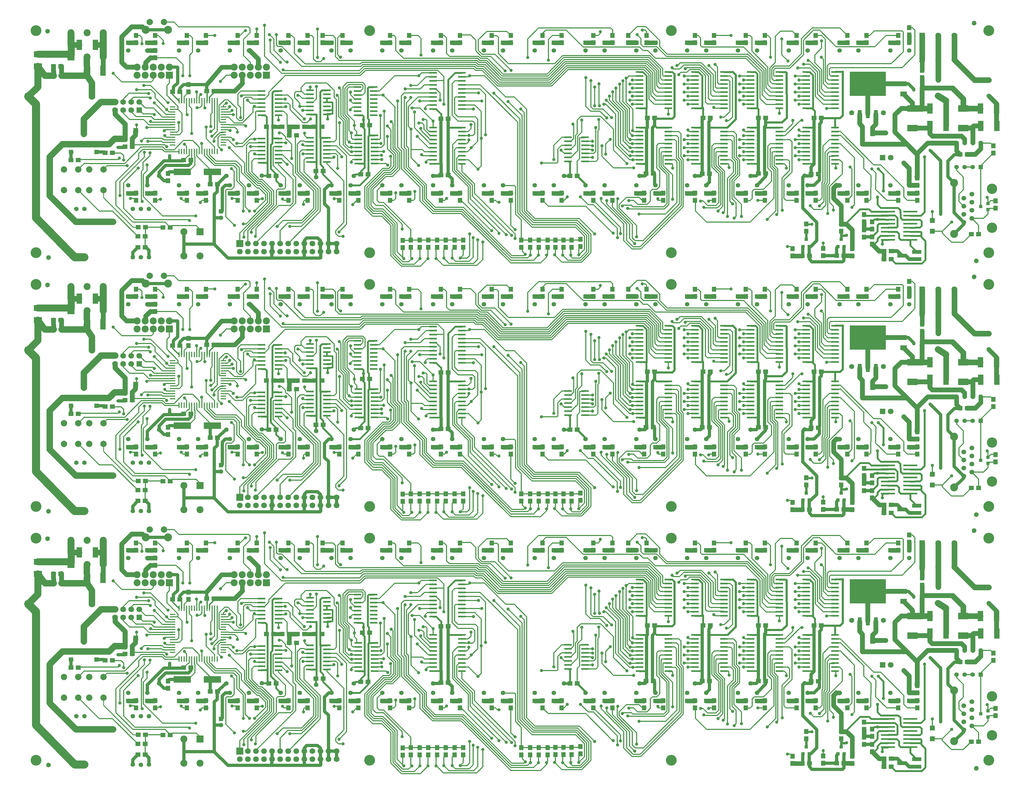
<source format=gtl>
G04 Layer_Physical_Order=1*
G04 Layer_Color=255*
%FSLAX25Y25*%
%MOIN*%
G70*
G01*
G75*
%ADD10C,0.02953*%
%ADD11R,0.07000X0.12600*%
%ADD12R,0.05600X0.06000*%
%ADD13R,0.06000X0.05600*%
%ADD14R,0.03937X0.03937*%
%ADD15R,0.06400X0.06400*%
%ADD16R,0.21654X0.07874*%
%ADD17R,0.09449X0.02362*%
%ADD18R,0.07874X0.06299*%
%ADD19R,0.06299X0.07874*%
%ADD20R,0.05000X0.10000*%
%ADD21R,0.45000X0.30000*%
%ADD22R,0.03937X0.03937*%
%ADD23R,0.06400X0.06400*%
%ADD24R,0.12992X0.07874*%
%ADD25R,0.01772X0.07087*%
%ADD26R,0.07087X0.01772*%
%ADD27R,0.11811X0.04724*%
%ADD28R,0.10000X0.07500*%
%ADD29R,0.17716X0.02362*%
%ADD30C,0.05905*%
%ADD31C,0.07874*%
%ADD32C,0.01181*%
%ADD33C,0.05512*%
%ADD34C,0.07000*%
%ADD35C,0.08661*%
%ADD36C,0.01000*%
%ADD37C,0.03937*%
%ADD38C,0.05600*%
%ADD39C,0.06400*%
%ADD40C,0.07087*%
%ADD41C,0.05598*%
%ADD42C,0.01575*%
%ADD43C,0.02362*%
%ADD44C,0.05118*%
%ADD45C,0.01968*%
%ADD46C,0.02000*%
%ADD47C,0.04000*%
%ADD48C,0.02756*%
%ADD49C,0.03150*%
%ADD50C,0.04724*%
%ADD51C,0.09842*%
%ADD52C,0.05512*%
%ADD53R,0.05512X0.05512*%
%ADD54C,0.07874*%
%ADD55R,0.05512X0.05512*%
%ADD56R,0.07087X0.07087*%
%ADD57C,0.07087*%
%ADD58C,0.08661*%
%ADD59R,0.08661X0.08661*%
%ADD60C,0.13386*%
%ADD61R,0.08268X0.08268*%
%ADD62C,0.08268*%
%ADD63C,0.09842*%
%ADD64C,0.06299*%
%ADD65C,0.05905*%
%ADD66C,0.12795*%
%ADD67C,0.03937*%
%ADD68C,0.04000*%
D10*
X1206594Y29331D02*
G03*
X1206594Y29331I-1476J0D01*
G01*
X1203839Y324410D02*
G03*
X1203839Y324410I-1476J0D01*
G01*
X55020Y314370D02*
G03*
X55020Y314370I-1476J0D01*
G01*
X56201Y33465D02*
G03*
X56201Y33465I-1476J0D01*
G01*
X1206594Y344291D02*
G03*
X1206594Y344291I-1476J0D01*
G01*
X1203839Y639370D02*
G03*
X1203839Y639370I-1476J0D01*
G01*
X55020Y629331D02*
G03*
X55020Y629331I-1476J0D01*
G01*
X56201Y348425D02*
G03*
X56201Y348425I-1476J0D01*
G01*
X1206594Y659252D02*
G03*
X1206594Y659252I-1476J0D01*
G01*
X1203839Y954331D02*
G03*
X1203839Y954331I-1476J0D01*
G01*
X55020Y944291D02*
G03*
X55020Y944291I-1476J0D01*
G01*
X56201Y663386D02*
G03*
X56201Y663386I-1476J0D01*
G01*
D11*
X102165Y265551D02*
D03*
X122165D02*
D03*
X112795Y297441D02*
D03*
X92795D02*
D03*
X1210630Y196850D02*
D03*
X1230630D02*
D03*
X1147638D02*
D03*
X1167638D02*
D03*
X1147638Y218504D02*
D03*
X1167638D02*
D03*
X1230315D02*
D03*
X1210315D02*
D03*
X102165Y580512D02*
D03*
X122165D02*
D03*
X112795Y612402D02*
D03*
X92795D02*
D03*
X1210630Y511811D02*
D03*
X1230630D02*
D03*
X1147638D02*
D03*
X1167638D02*
D03*
X1147638Y533465D02*
D03*
X1167638D02*
D03*
X1230315D02*
D03*
X1210315D02*
D03*
X102165Y895472D02*
D03*
X122165D02*
D03*
X112795Y927362D02*
D03*
X92795D02*
D03*
X1210630Y826772D02*
D03*
X1230630D02*
D03*
X1147638D02*
D03*
X1167638D02*
D03*
X1147638Y848425D02*
D03*
X1167638D02*
D03*
X1230315D02*
D03*
X1210315D02*
D03*
D12*
X312992Y113331D02*
D03*
Y104331D02*
D03*
X375984Y113331D02*
D03*
Y104331D02*
D03*
X438976Y113331D02*
D03*
Y104331D02*
D03*
X501968Y113331D02*
D03*
Y104331D02*
D03*
X942913Y113331D02*
D03*
Y104331D02*
D03*
X1005906Y113331D02*
D03*
Y104331D02*
D03*
X1075787Y59197D02*
D03*
Y50197D02*
D03*
X1068898Y113331D02*
D03*
Y104331D02*
D03*
X1131890Y113331D02*
D03*
Y104331D02*
D03*
X1137795Y256748D02*
D03*
Y265748D02*
D03*
X202756Y128795D02*
D03*
Y137795D02*
D03*
X226378Y113331D02*
D03*
Y104331D02*
D03*
X228346Y248173D02*
D03*
Y239173D02*
D03*
X226378Y300055D02*
D03*
Y309055D02*
D03*
X289370Y300055D02*
D03*
Y309055D02*
D03*
X352362Y113331D02*
D03*
Y104331D02*
D03*
Y300055D02*
D03*
Y309055D02*
D03*
X415354Y113331D02*
D03*
Y104331D02*
D03*
X419291Y300055D02*
D03*
Y309055D02*
D03*
X478346Y113331D02*
D03*
Y104331D02*
D03*
X501968Y300055D02*
D03*
Y309055D02*
D03*
X541339Y113331D02*
D03*
Y104331D02*
D03*
X564961Y300055D02*
D03*
Y309055D02*
D03*
X627953Y300055D02*
D03*
Y309055D02*
D03*
X773622Y300055D02*
D03*
Y309055D02*
D03*
X796260Y300055D02*
D03*
Y309055D02*
D03*
X856299Y300055D02*
D03*
Y309055D02*
D03*
X919291Y300055D02*
D03*
Y309055D02*
D03*
X982283Y113331D02*
D03*
Y104331D02*
D03*
Y300055D02*
D03*
Y309055D02*
D03*
X1015158Y44630D02*
D03*
Y35630D02*
D03*
X1005906Y300055D02*
D03*
Y309055D02*
D03*
X1045276Y113331D02*
D03*
Y104331D02*
D03*
Y300055D02*
D03*
Y309055D02*
D03*
X1075787Y77898D02*
D03*
Y68898D02*
D03*
X1068898Y300055D02*
D03*
Y309055D02*
D03*
X1108268Y300055D02*
D03*
Y309055D02*
D03*
X1122047Y309898D02*
D03*
Y318898D02*
D03*
X312992Y300055D02*
D03*
Y309055D02*
D03*
X493748Y54728D02*
D03*
Y45728D02*
D03*
X504000Y55134D02*
D03*
Y46134D02*
D03*
X536480Y55134D02*
D03*
Y46134D02*
D03*
X525654Y55134D02*
D03*
Y46134D02*
D03*
X568961Y55134D02*
D03*
Y46134D02*
D03*
X558134Y55134D02*
D03*
Y46134D02*
D03*
X651752Y55134D02*
D03*
Y46134D02*
D03*
X683248Y55228D02*
D03*
Y46228D02*
D03*
X673406Y55134D02*
D03*
Y46134D02*
D03*
X703248Y55228D02*
D03*
Y46228D02*
D03*
X714248Y56228D02*
D03*
Y47228D02*
D03*
X1226173Y163240D02*
D03*
Y172240D02*
D03*
X187008Y113331D02*
D03*
Y104331D02*
D03*
X564961Y113331D02*
D03*
Y104331D02*
D03*
X627953Y113331D02*
D03*
Y104331D02*
D03*
X690945Y113331D02*
D03*
Y104331D02*
D03*
X753937Y113331D02*
D03*
Y104331D02*
D03*
X816929Y113331D02*
D03*
Y104331D02*
D03*
X1065945Y86756D02*
D03*
Y77756D02*
D03*
X163386Y113331D02*
D03*
Y104331D02*
D03*
Y300055D02*
D03*
Y309055D02*
D03*
X250000Y113331D02*
D03*
Y104331D02*
D03*
Y300055D02*
D03*
Y309055D02*
D03*
X187008Y300055D02*
D03*
Y309055D02*
D03*
X394685Y300055D02*
D03*
Y309055D02*
D03*
X375984Y300055D02*
D03*
Y309055D02*
D03*
X478346Y300055D02*
D03*
Y309055D02*
D03*
X604331Y113331D02*
D03*
Y104331D02*
D03*
Y300055D02*
D03*
Y309055D02*
D03*
X541339Y300055D02*
D03*
Y309055D02*
D03*
X667323Y113331D02*
D03*
Y104331D02*
D03*
X730315Y113331D02*
D03*
Y104331D02*
D03*
X753937Y300055D02*
D03*
Y309055D02*
D03*
X730315Y300055D02*
D03*
Y309055D02*
D03*
X690945Y300055D02*
D03*
Y309055D02*
D03*
X667323Y300055D02*
D03*
Y309055D02*
D03*
X793307Y113331D02*
D03*
Y104331D02*
D03*
X856299Y113331D02*
D03*
Y104331D02*
D03*
X879921Y300055D02*
D03*
Y309055D02*
D03*
X977362Y35291D02*
D03*
Y44291D02*
D03*
X994094Y74945D02*
D03*
Y65945D02*
D03*
X919291Y113331D02*
D03*
Y104331D02*
D03*
X942913Y300055D02*
D03*
Y309055D02*
D03*
X1051181Y44433D02*
D03*
Y35433D02*
D03*
X1065945Y58913D02*
D03*
Y67913D02*
D03*
X1037402Y74945D02*
D03*
Y65945D02*
D03*
X1108268Y113331D02*
D03*
Y104331D02*
D03*
X1228898Y103831D02*
D03*
Y94831D02*
D03*
X187008Y290496D02*
D03*
Y281496D02*
D03*
X514827Y55134D02*
D03*
Y46134D02*
D03*
X640925Y55134D02*
D03*
Y46134D02*
D03*
X547307Y55134D02*
D03*
Y46134D02*
D03*
X693248Y55228D02*
D03*
Y46228D02*
D03*
X662579Y55134D02*
D03*
Y46134D02*
D03*
X879921Y113331D02*
D03*
Y104331D02*
D03*
X289370Y113331D02*
D03*
Y104331D02*
D03*
X1131890Y132032D02*
D03*
Y123031D02*
D03*
X312992Y428291D02*
D03*
Y419291D02*
D03*
X375984Y428291D02*
D03*
Y419291D02*
D03*
X438976Y428291D02*
D03*
Y419291D02*
D03*
X501968Y428291D02*
D03*
Y419291D02*
D03*
X942913Y428291D02*
D03*
Y419291D02*
D03*
X1005906Y428291D02*
D03*
Y419291D02*
D03*
X1075787Y374158D02*
D03*
Y365158D02*
D03*
X1068898Y428291D02*
D03*
Y419291D02*
D03*
X1131890Y428291D02*
D03*
Y419291D02*
D03*
X1137795Y571709D02*
D03*
Y580709D02*
D03*
X202756Y443756D02*
D03*
Y452756D02*
D03*
X226378Y428291D02*
D03*
Y419291D02*
D03*
X228346Y563134D02*
D03*
Y554134D02*
D03*
X226378Y615016D02*
D03*
Y624016D02*
D03*
X289370Y615016D02*
D03*
Y624016D02*
D03*
X352362Y428291D02*
D03*
Y419291D02*
D03*
Y615016D02*
D03*
Y624016D02*
D03*
X415354Y428291D02*
D03*
Y419291D02*
D03*
X419291Y615016D02*
D03*
Y624016D02*
D03*
X478346Y428291D02*
D03*
Y419291D02*
D03*
X501968Y615016D02*
D03*
Y624016D02*
D03*
X541339Y428291D02*
D03*
Y419291D02*
D03*
X564961Y615016D02*
D03*
Y624016D02*
D03*
X627953Y615016D02*
D03*
Y624016D02*
D03*
X773622Y615016D02*
D03*
Y624016D02*
D03*
X796260Y615016D02*
D03*
Y624016D02*
D03*
X856299Y615016D02*
D03*
Y624016D02*
D03*
X919291Y615016D02*
D03*
Y624016D02*
D03*
X982283Y428291D02*
D03*
Y419291D02*
D03*
Y615016D02*
D03*
Y624016D02*
D03*
X1015158Y359591D02*
D03*
Y350590D02*
D03*
X1005906Y615016D02*
D03*
Y624016D02*
D03*
X1045276Y428291D02*
D03*
Y419291D02*
D03*
Y615016D02*
D03*
Y624016D02*
D03*
X1075787Y392858D02*
D03*
Y383858D02*
D03*
X1068898Y615016D02*
D03*
Y624016D02*
D03*
X1108268Y615016D02*
D03*
Y624016D02*
D03*
X1122047Y624858D02*
D03*
Y633858D02*
D03*
X312992Y615016D02*
D03*
Y624016D02*
D03*
X493748Y369689D02*
D03*
Y360689D02*
D03*
X504000Y370094D02*
D03*
Y361094D02*
D03*
X536480Y370094D02*
D03*
Y361094D02*
D03*
X525654Y370094D02*
D03*
Y361094D02*
D03*
X568961Y370094D02*
D03*
Y361094D02*
D03*
X558134Y370094D02*
D03*
Y361094D02*
D03*
X651752Y370094D02*
D03*
Y361094D02*
D03*
X683248Y370189D02*
D03*
Y361189D02*
D03*
X673406Y370094D02*
D03*
Y361094D02*
D03*
X703248Y370189D02*
D03*
Y361189D02*
D03*
X714248Y371189D02*
D03*
Y362189D02*
D03*
X1226173Y478201D02*
D03*
Y487201D02*
D03*
X187008Y428291D02*
D03*
Y419291D02*
D03*
X564961Y428291D02*
D03*
Y419291D02*
D03*
X627953Y428291D02*
D03*
Y419291D02*
D03*
X690945Y428291D02*
D03*
Y419291D02*
D03*
X753937Y428291D02*
D03*
Y419291D02*
D03*
X816929Y428291D02*
D03*
Y419291D02*
D03*
X1065945Y401717D02*
D03*
Y392717D02*
D03*
X163386Y428291D02*
D03*
Y419291D02*
D03*
Y615016D02*
D03*
Y624016D02*
D03*
X250000Y428291D02*
D03*
Y419291D02*
D03*
Y615016D02*
D03*
Y624016D02*
D03*
X187008Y615016D02*
D03*
Y624016D02*
D03*
X394685Y615016D02*
D03*
Y624016D02*
D03*
X375984Y615016D02*
D03*
Y624016D02*
D03*
X478346Y615016D02*
D03*
Y624016D02*
D03*
X604331Y428291D02*
D03*
Y419291D02*
D03*
Y615016D02*
D03*
Y624016D02*
D03*
X541339Y615016D02*
D03*
Y624016D02*
D03*
X667323Y428291D02*
D03*
Y419291D02*
D03*
X730315Y428291D02*
D03*
Y419291D02*
D03*
X753937Y615016D02*
D03*
Y624016D02*
D03*
X730315Y615016D02*
D03*
Y624016D02*
D03*
X690945Y615016D02*
D03*
Y624016D02*
D03*
X667323Y615016D02*
D03*
Y624016D02*
D03*
X793307Y428291D02*
D03*
Y419291D02*
D03*
X856299Y428291D02*
D03*
Y419291D02*
D03*
X879921Y615016D02*
D03*
Y624016D02*
D03*
X977362Y350252D02*
D03*
Y359252D02*
D03*
X994094Y389906D02*
D03*
Y380906D02*
D03*
X919291Y428291D02*
D03*
Y419291D02*
D03*
X942913Y615016D02*
D03*
Y624016D02*
D03*
X1051181Y359394D02*
D03*
Y350394D02*
D03*
X1065945Y373874D02*
D03*
Y382874D02*
D03*
X1037402Y389906D02*
D03*
Y380906D02*
D03*
X1108268Y428291D02*
D03*
Y419291D02*
D03*
X1228898Y418791D02*
D03*
Y409791D02*
D03*
X187008Y605457D02*
D03*
Y596457D02*
D03*
X514827Y370094D02*
D03*
Y361094D02*
D03*
X640925Y370094D02*
D03*
Y361094D02*
D03*
X547307Y370094D02*
D03*
Y361094D02*
D03*
X693248Y370189D02*
D03*
Y361189D02*
D03*
X662579Y370094D02*
D03*
Y361094D02*
D03*
X879921Y428291D02*
D03*
Y419291D02*
D03*
X289370Y428291D02*
D03*
Y419291D02*
D03*
X1131890Y446992D02*
D03*
Y437992D02*
D03*
X312992Y743252D02*
D03*
Y734252D02*
D03*
X375984Y743252D02*
D03*
Y734252D02*
D03*
X438976Y743252D02*
D03*
Y734252D02*
D03*
X501968Y743252D02*
D03*
Y734252D02*
D03*
X942913Y743252D02*
D03*
Y734252D02*
D03*
X1005906Y743252D02*
D03*
Y734252D02*
D03*
X1075787Y689118D02*
D03*
Y680118D02*
D03*
X1068898Y743252D02*
D03*
Y734252D02*
D03*
X1131890Y743252D02*
D03*
Y734252D02*
D03*
X1137795Y886669D02*
D03*
Y895669D02*
D03*
X202756Y758716D02*
D03*
Y767717D02*
D03*
X226378Y743252D02*
D03*
Y734252D02*
D03*
X228346Y878094D02*
D03*
Y869094D02*
D03*
X226378Y929976D02*
D03*
Y938976D02*
D03*
X289370Y929976D02*
D03*
Y938976D02*
D03*
X352362Y743252D02*
D03*
Y734252D02*
D03*
Y929976D02*
D03*
Y938976D02*
D03*
X415354Y743252D02*
D03*
Y734252D02*
D03*
X419291Y929976D02*
D03*
Y938976D02*
D03*
X478346Y743252D02*
D03*
Y734252D02*
D03*
X501968Y929976D02*
D03*
Y938976D02*
D03*
X541339Y743252D02*
D03*
Y734252D02*
D03*
X564961Y929976D02*
D03*
Y938976D02*
D03*
X627953Y929976D02*
D03*
Y938976D02*
D03*
X773622Y929976D02*
D03*
Y938976D02*
D03*
X796260Y929976D02*
D03*
Y938976D02*
D03*
X856299Y929976D02*
D03*
Y938976D02*
D03*
X919291Y929976D02*
D03*
Y938976D02*
D03*
X982283Y743252D02*
D03*
Y734252D02*
D03*
Y929976D02*
D03*
Y938976D02*
D03*
X1015158Y674551D02*
D03*
Y665551D02*
D03*
X1005906Y929976D02*
D03*
Y938976D02*
D03*
X1045276Y743252D02*
D03*
Y734252D02*
D03*
Y929976D02*
D03*
Y938976D02*
D03*
X1075787Y707819D02*
D03*
Y698819D02*
D03*
X1068898Y929976D02*
D03*
Y938976D02*
D03*
X1108268Y929976D02*
D03*
Y938976D02*
D03*
X1122047Y939819D02*
D03*
Y948819D02*
D03*
X312992Y929976D02*
D03*
Y938976D02*
D03*
X493748Y684650D02*
D03*
Y675650D02*
D03*
X504000Y685055D02*
D03*
Y676055D02*
D03*
X536480Y685055D02*
D03*
Y676055D02*
D03*
X525654Y685055D02*
D03*
Y676055D02*
D03*
X568961Y685055D02*
D03*
Y676055D02*
D03*
X558134Y685055D02*
D03*
Y676055D02*
D03*
X651752Y685055D02*
D03*
Y676055D02*
D03*
X683248Y685150D02*
D03*
Y676150D02*
D03*
X673406Y685055D02*
D03*
Y676055D02*
D03*
X703248Y685150D02*
D03*
Y676150D02*
D03*
X714248Y686150D02*
D03*
Y677150D02*
D03*
X1226173Y793161D02*
D03*
Y802161D02*
D03*
X187008Y743252D02*
D03*
Y734252D02*
D03*
X564961Y743252D02*
D03*
Y734252D02*
D03*
X627953Y743252D02*
D03*
Y734252D02*
D03*
X690945Y743252D02*
D03*
Y734252D02*
D03*
X753937Y743252D02*
D03*
Y734252D02*
D03*
X816929Y743252D02*
D03*
Y734252D02*
D03*
X1065945Y716677D02*
D03*
Y707677D02*
D03*
X163386Y743252D02*
D03*
Y734252D02*
D03*
Y929976D02*
D03*
Y938976D02*
D03*
X250000Y743252D02*
D03*
Y734252D02*
D03*
Y929976D02*
D03*
Y938976D02*
D03*
X187008Y929976D02*
D03*
Y938976D02*
D03*
X394685Y929976D02*
D03*
Y938976D02*
D03*
X375984Y929976D02*
D03*
Y938976D02*
D03*
X478346Y929976D02*
D03*
Y938976D02*
D03*
X604331Y743252D02*
D03*
Y734252D02*
D03*
Y929976D02*
D03*
Y938976D02*
D03*
X541339Y929976D02*
D03*
Y938976D02*
D03*
X667323Y743252D02*
D03*
Y734252D02*
D03*
X730315Y743252D02*
D03*
Y734252D02*
D03*
X753937Y929976D02*
D03*
Y938976D02*
D03*
X730315Y929976D02*
D03*
Y938976D02*
D03*
X690945Y929976D02*
D03*
Y938976D02*
D03*
X667323Y929976D02*
D03*
Y938976D02*
D03*
X793307Y743252D02*
D03*
Y734252D02*
D03*
X856299Y743252D02*
D03*
Y734252D02*
D03*
X879921Y929976D02*
D03*
Y938976D02*
D03*
X977362Y665213D02*
D03*
Y674213D02*
D03*
X994094Y704866D02*
D03*
Y695866D02*
D03*
X919291Y743252D02*
D03*
Y734252D02*
D03*
X942913Y929976D02*
D03*
Y938976D02*
D03*
X1051181Y674354D02*
D03*
Y665354D02*
D03*
X1065945Y688835D02*
D03*
Y697835D02*
D03*
X1037402Y704866D02*
D03*
Y695866D02*
D03*
X1108268Y743252D02*
D03*
Y734252D02*
D03*
X1228898Y733752D02*
D03*
Y724752D02*
D03*
X187008Y920417D02*
D03*
Y911417D02*
D03*
X514827Y685055D02*
D03*
Y676055D02*
D03*
X640925Y685055D02*
D03*
Y676055D02*
D03*
X547307Y685055D02*
D03*
Y676055D02*
D03*
X693248Y685150D02*
D03*
Y676150D02*
D03*
X662579Y685055D02*
D03*
Y676055D02*
D03*
X879921Y743252D02*
D03*
Y734252D02*
D03*
X289370Y743252D02*
D03*
Y734252D02*
D03*
X1131890Y761953D02*
D03*
Y752953D02*
D03*
D13*
X344346Y195866D02*
D03*
X353346D02*
D03*
X174945Y71063D02*
D03*
X165945D02*
D03*
X205654Y70669D02*
D03*
X196653D02*
D03*
X264315Y124606D02*
D03*
X255315D02*
D03*
X362347Y185039D02*
D03*
X353346D02*
D03*
X1031748Y35630D02*
D03*
X1040748D02*
D03*
X149465Y180118D02*
D03*
X158465D02*
D03*
X70024Y270669D02*
D03*
X61024D02*
D03*
X395220Y140748D02*
D03*
X386221D02*
D03*
X336756Y134843D02*
D03*
X327756D02*
D03*
X333803Y195866D02*
D03*
X324803D02*
D03*
X393843D02*
D03*
X384842D02*
D03*
X372189D02*
D03*
X363189D02*
D03*
X450929Y136811D02*
D03*
X441929D02*
D03*
X452898Y197835D02*
D03*
X443898D02*
D03*
X550339Y135827D02*
D03*
X541339D02*
D03*
X550339Y205709D02*
D03*
X541339D02*
D03*
X710248Y134728D02*
D03*
X701248D02*
D03*
X804472Y137795D02*
D03*
X795472D02*
D03*
X806244Y206693D02*
D03*
X797244D02*
D03*
X944039Y137795D02*
D03*
X935039D02*
D03*
X944039Y206693D02*
D03*
X935039D02*
D03*
X1099551Y31496D02*
D03*
X1090551D02*
D03*
X124858Y163386D02*
D03*
X133858D02*
D03*
X82535Y154528D02*
D03*
X91535D02*
D03*
X222299D02*
D03*
X231299D02*
D03*
X208520Y239173D02*
D03*
X217520D02*
D03*
X259984Y240158D02*
D03*
X250984D02*
D03*
X998173Y35433D02*
D03*
X989173D02*
D03*
X1099551Y41339D02*
D03*
X1090551D02*
D03*
X1194039Y161417D02*
D03*
X1185039D02*
D03*
X1198740Y62398D02*
D03*
X1207740D02*
D03*
X174551Y59646D02*
D03*
X165551D02*
D03*
X174551Y46260D02*
D03*
X165551D02*
D03*
X149465Y171260D02*
D03*
X158465D02*
D03*
X874158Y137598D02*
D03*
X865158D02*
D03*
X875142Y206693D02*
D03*
X866142D02*
D03*
X1009197Y137205D02*
D03*
X1000197D02*
D03*
X1012937Y206693D02*
D03*
X1003937D02*
D03*
X344346Y510827D02*
D03*
X353346D02*
D03*
X174945Y386024D02*
D03*
X165945D02*
D03*
X205654Y385630D02*
D03*
X196653D02*
D03*
X264315Y439567D02*
D03*
X255315D02*
D03*
X362347Y500000D02*
D03*
X353346D02*
D03*
X1031748Y350590D02*
D03*
X1040748D02*
D03*
X149465Y495079D02*
D03*
X158465D02*
D03*
X70024Y585630D02*
D03*
X61024D02*
D03*
X395220Y455709D02*
D03*
X386221D02*
D03*
X336756Y449803D02*
D03*
X327756D02*
D03*
X333803Y510827D02*
D03*
X324803D02*
D03*
X393843D02*
D03*
X384842D02*
D03*
X372189D02*
D03*
X363189D02*
D03*
X450929Y451772D02*
D03*
X441929D02*
D03*
X452898Y512795D02*
D03*
X443898D02*
D03*
X550339Y450787D02*
D03*
X541339D02*
D03*
X550339Y520669D02*
D03*
X541339D02*
D03*
X710248Y449689D02*
D03*
X701248D02*
D03*
X804472Y452756D02*
D03*
X795472D02*
D03*
X806244Y521654D02*
D03*
X797244D02*
D03*
X944039Y452756D02*
D03*
X935039D02*
D03*
X944039Y521654D02*
D03*
X935039D02*
D03*
X1099551Y346457D02*
D03*
X1090551D02*
D03*
X124858Y478346D02*
D03*
X133858D02*
D03*
X82535Y469488D02*
D03*
X91535D02*
D03*
X222299D02*
D03*
X231299D02*
D03*
X208520Y554134D02*
D03*
X217520D02*
D03*
X259984Y555118D02*
D03*
X250984D02*
D03*
X998173Y350394D02*
D03*
X989173D02*
D03*
X1099551Y356299D02*
D03*
X1090551D02*
D03*
X1194039Y476378D02*
D03*
X1185039D02*
D03*
X1198740Y377358D02*
D03*
X1207740D02*
D03*
X174551Y374606D02*
D03*
X165551D02*
D03*
X174551Y361221D02*
D03*
X165551D02*
D03*
X149465Y486221D02*
D03*
X158465D02*
D03*
X874158Y452559D02*
D03*
X865158D02*
D03*
X875142Y521654D02*
D03*
X866142D02*
D03*
X1009197Y452165D02*
D03*
X1000197D02*
D03*
X1012937Y521654D02*
D03*
X1003937D02*
D03*
X344346Y825787D02*
D03*
X353346D02*
D03*
X174945Y700984D02*
D03*
X165945D02*
D03*
X205654Y700591D02*
D03*
X196653D02*
D03*
X264315Y754528D02*
D03*
X255315D02*
D03*
X362347Y814961D02*
D03*
X353346D02*
D03*
X1031748Y665551D02*
D03*
X1040748D02*
D03*
X149465Y810039D02*
D03*
X158465D02*
D03*
X70024Y900591D02*
D03*
X61024D02*
D03*
X395220Y770669D02*
D03*
X386221D02*
D03*
X336756Y764764D02*
D03*
X327756D02*
D03*
X333803Y825787D02*
D03*
X324803D02*
D03*
X393843D02*
D03*
X384842D02*
D03*
X372189D02*
D03*
X363189D02*
D03*
X450929Y766732D02*
D03*
X441929D02*
D03*
X452898Y827756D02*
D03*
X443898D02*
D03*
X550339Y765748D02*
D03*
X541339D02*
D03*
X550339Y835630D02*
D03*
X541339D02*
D03*
X710248Y764650D02*
D03*
X701248D02*
D03*
X804472Y767717D02*
D03*
X795472D02*
D03*
X806244Y836614D02*
D03*
X797244D02*
D03*
X944039Y767717D02*
D03*
X935039D02*
D03*
X944039Y836614D02*
D03*
X935039D02*
D03*
X1099551Y661417D02*
D03*
X1090551D02*
D03*
X124858Y793307D02*
D03*
X133858D02*
D03*
X82535Y784449D02*
D03*
X91535D02*
D03*
X222299D02*
D03*
X231299D02*
D03*
X208520Y869094D02*
D03*
X217520D02*
D03*
X259984Y870079D02*
D03*
X250984D02*
D03*
X998173Y665354D02*
D03*
X989173D02*
D03*
X1099551Y671260D02*
D03*
X1090551D02*
D03*
X1194039Y791339D02*
D03*
X1185039D02*
D03*
X1198740Y692319D02*
D03*
X1207740D02*
D03*
X174551Y689567D02*
D03*
X165551D02*
D03*
X174551Y676181D02*
D03*
X165551D02*
D03*
X149465Y801181D02*
D03*
X158465D02*
D03*
X874158Y767520D02*
D03*
X865158D02*
D03*
X875142Y836614D02*
D03*
X866142D02*
D03*
X1009197Y767126D02*
D03*
X1000197D02*
D03*
X1012937Y836614D02*
D03*
X1003937D02*
D03*
D14*
X990158Y47244D02*
D03*
X994158Y55944D02*
D03*
X998032Y47244D02*
D03*
X1033465D02*
D03*
X1037465Y55944D02*
D03*
X1041339Y47244D02*
D03*
X990158Y362205D02*
D03*
X994158Y370905D02*
D03*
X998032Y362205D02*
D03*
X1033465D02*
D03*
X1037465Y370905D02*
D03*
X1041339Y362205D02*
D03*
X990158Y677165D02*
D03*
X994158Y685865D02*
D03*
X998032Y677165D02*
D03*
X1033465D02*
D03*
X1037465Y685865D02*
D03*
X1041339Y677165D02*
D03*
D15*
X149606Y190945D02*
D03*
X163006D02*
D03*
X149606Y505905D02*
D03*
X163006D02*
D03*
X149606Y820866D02*
D03*
X163006D02*
D03*
D16*
X257874Y139764D02*
D03*
X220472D02*
D03*
X257874Y454724D02*
D03*
X220472D02*
D03*
X257874Y769685D02*
D03*
X220472D02*
D03*
D17*
X318898Y235157D02*
D03*
Y230157D02*
D03*
Y240158D02*
D03*
Y225157D02*
D03*
X339913Y240158D02*
D03*
Y235157D02*
D03*
Y230157D02*
D03*
Y225157D02*
D03*
X318898Y215158D02*
D03*
Y210157D02*
D03*
X339913Y215158D02*
D03*
Y210157D02*
D03*
X318898Y220158D02*
D03*
X339913D02*
D03*
X378937Y236142D02*
D03*
Y231142D02*
D03*
Y241142D02*
D03*
Y226142D02*
D03*
X399953Y241142D02*
D03*
Y236142D02*
D03*
Y231142D02*
D03*
Y226142D02*
D03*
X378937Y216142D02*
D03*
Y211142D02*
D03*
X399953Y216142D02*
D03*
Y211142D02*
D03*
X378937Y221142D02*
D03*
X399953D02*
D03*
X437992Y240079D02*
D03*
Y245079D02*
D03*
Y230079D02*
D03*
Y225079D02*
D03*
Y235079D02*
D03*
Y215079D02*
D03*
Y210079D02*
D03*
X458024Y245079D02*
D03*
Y240079D02*
D03*
Y230079D02*
D03*
Y225079D02*
D03*
Y235079D02*
D03*
Y215079D02*
D03*
Y210079D02*
D03*
X437992Y220079D02*
D03*
X458024D02*
D03*
X787402Y258780D02*
D03*
Y253780D02*
D03*
Y248780D02*
D03*
Y263779D02*
D03*
X823181D02*
D03*
Y258780D02*
D03*
Y253780D02*
D03*
Y248780D02*
D03*
X787402Y238779D02*
D03*
Y223780D02*
D03*
Y218779D02*
D03*
Y233780D02*
D03*
Y228780D02*
D03*
X823181Y238779D02*
D03*
Y223780D02*
D03*
Y228780D02*
D03*
Y233780D02*
D03*
Y218779D02*
D03*
X787402Y243779D02*
D03*
X823181D02*
D03*
X925197Y258780D02*
D03*
Y253780D02*
D03*
Y248780D02*
D03*
Y263779D02*
D03*
X960976D02*
D03*
Y258780D02*
D03*
Y253780D02*
D03*
Y248780D02*
D03*
X925197Y238779D02*
D03*
Y223780D02*
D03*
Y218779D02*
D03*
Y233780D02*
D03*
Y228780D02*
D03*
X960976Y238779D02*
D03*
Y223780D02*
D03*
Y228780D02*
D03*
Y233780D02*
D03*
Y218779D02*
D03*
X925197Y243779D02*
D03*
X960976D02*
D03*
X318898Y176102D02*
D03*
Y171102D02*
D03*
Y181102D02*
D03*
Y166102D02*
D03*
X339913Y181102D02*
D03*
Y176102D02*
D03*
Y171102D02*
D03*
Y166102D02*
D03*
X318898Y156102D02*
D03*
Y151102D02*
D03*
X339913Y156102D02*
D03*
Y151102D02*
D03*
X318898Y161102D02*
D03*
X339913D02*
D03*
X378937Y177087D02*
D03*
Y172087D02*
D03*
Y182087D02*
D03*
Y167087D02*
D03*
X399953Y182087D02*
D03*
Y177087D02*
D03*
Y172087D02*
D03*
Y167087D02*
D03*
X378937Y157087D02*
D03*
Y152087D02*
D03*
X399953Y157087D02*
D03*
Y152087D02*
D03*
X378937Y162087D02*
D03*
X399953D02*
D03*
X438976Y180039D02*
D03*
Y185039D02*
D03*
Y170039D02*
D03*
Y165039D02*
D03*
Y175039D02*
D03*
Y155039D02*
D03*
Y150039D02*
D03*
X459008Y185039D02*
D03*
Y180039D02*
D03*
Y170039D02*
D03*
Y165039D02*
D03*
Y175039D02*
D03*
Y155039D02*
D03*
Y150039D02*
D03*
X438976Y160039D02*
D03*
X459008D02*
D03*
X698748Y177728D02*
D03*
Y172728D02*
D03*
Y182728D02*
D03*
Y167728D02*
D03*
X719764Y182728D02*
D03*
Y177728D02*
D03*
Y172728D02*
D03*
Y167728D02*
D03*
X698748Y157728D02*
D03*
Y152728D02*
D03*
X719764Y157728D02*
D03*
Y152728D02*
D03*
X698748Y162728D02*
D03*
X719764D02*
D03*
X925197Y189882D02*
D03*
Y184882D02*
D03*
Y179882D02*
D03*
Y194882D02*
D03*
X960976D02*
D03*
Y189882D02*
D03*
Y184882D02*
D03*
Y179882D02*
D03*
X925197Y169882D02*
D03*
Y154882D02*
D03*
Y149882D02*
D03*
Y164882D02*
D03*
Y159882D02*
D03*
X960976Y169882D02*
D03*
Y154882D02*
D03*
Y159882D02*
D03*
Y164882D02*
D03*
Y149882D02*
D03*
X925197Y174882D02*
D03*
X960976D02*
D03*
X531496Y257795D02*
D03*
Y252795D02*
D03*
Y247795D02*
D03*
Y262795D02*
D03*
X567276D02*
D03*
Y257795D02*
D03*
Y252795D02*
D03*
Y247795D02*
D03*
X531496Y237795D02*
D03*
Y222795D02*
D03*
Y217795D02*
D03*
Y232795D02*
D03*
Y227795D02*
D03*
X567276Y237795D02*
D03*
Y222795D02*
D03*
Y227795D02*
D03*
Y232795D02*
D03*
Y217795D02*
D03*
X531496Y242795D02*
D03*
X567276D02*
D03*
X856299Y258780D02*
D03*
Y253780D02*
D03*
Y248780D02*
D03*
Y263779D02*
D03*
X892079D02*
D03*
Y258780D02*
D03*
Y253780D02*
D03*
Y248780D02*
D03*
X856299Y238779D02*
D03*
Y223780D02*
D03*
Y218779D02*
D03*
Y233780D02*
D03*
Y228780D02*
D03*
X892079Y238779D02*
D03*
Y223780D02*
D03*
Y228780D02*
D03*
Y233780D02*
D03*
Y218779D02*
D03*
X856299Y243779D02*
D03*
X892079D02*
D03*
X994094Y258780D02*
D03*
Y253780D02*
D03*
Y248780D02*
D03*
Y263779D02*
D03*
X1029874D02*
D03*
Y258780D02*
D03*
Y253780D02*
D03*
Y248780D02*
D03*
X994094Y238779D02*
D03*
Y223780D02*
D03*
Y218779D02*
D03*
Y233780D02*
D03*
Y228780D02*
D03*
X1029874Y238779D02*
D03*
Y223780D02*
D03*
Y228780D02*
D03*
Y233780D02*
D03*
Y218779D02*
D03*
X994094Y243779D02*
D03*
X1029874D02*
D03*
X856299Y189882D02*
D03*
Y184882D02*
D03*
Y179882D02*
D03*
Y194882D02*
D03*
X892079D02*
D03*
Y189882D02*
D03*
Y184882D02*
D03*
Y179882D02*
D03*
X856299Y169882D02*
D03*
Y154882D02*
D03*
Y149882D02*
D03*
Y164882D02*
D03*
Y159882D02*
D03*
X892079Y169882D02*
D03*
Y154882D02*
D03*
Y159882D02*
D03*
Y164882D02*
D03*
Y149882D02*
D03*
X856299Y174882D02*
D03*
X892079D02*
D03*
X787402Y189882D02*
D03*
Y184882D02*
D03*
Y179882D02*
D03*
Y194882D02*
D03*
X823181D02*
D03*
Y189882D02*
D03*
Y184882D02*
D03*
Y179882D02*
D03*
X787402Y169882D02*
D03*
Y154882D02*
D03*
Y149882D02*
D03*
Y164882D02*
D03*
Y159882D02*
D03*
X823181Y169882D02*
D03*
Y154882D02*
D03*
Y159882D02*
D03*
Y164882D02*
D03*
Y149882D02*
D03*
X787402Y174882D02*
D03*
X823181D02*
D03*
X531496Y189882D02*
D03*
Y184882D02*
D03*
Y179882D02*
D03*
Y194882D02*
D03*
X567276D02*
D03*
Y189882D02*
D03*
Y184882D02*
D03*
Y179882D02*
D03*
X531496Y169882D02*
D03*
Y154882D02*
D03*
Y149882D02*
D03*
Y164882D02*
D03*
Y159882D02*
D03*
X567276Y169882D02*
D03*
Y154882D02*
D03*
Y159882D02*
D03*
Y164882D02*
D03*
Y149882D02*
D03*
X531496Y174882D02*
D03*
X567276D02*
D03*
X994094Y189882D02*
D03*
Y184882D02*
D03*
Y179882D02*
D03*
Y194882D02*
D03*
X1029874D02*
D03*
Y189882D02*
D03*
Y184882D02*
D03*
Y179882D02*
D03*
X994094Y169882D02*
D03*
Y154882D02*
D03*
Y149882D02*
D03*
Y164882D02*
D03*
Y159882D02*
D03*
X1029874Y169882D02*
D03*
Y154882D02*
D03*
Y159882D02*
D03*
Y164882D02*
D03*
Y149882D02*
D03*
X994094Y174882D02*
D03*
X1029874D02*
D03*
X318898Y550118D02*
D03*
Y545118D02*
D03*
Y555118D02*
D03*
Y540118D02*
D03*
X339913Y555118D02*
D03*
Y550118D02*
D03*
Y545118D02*
D03*
Y540118D02*
D03*
X318898Y530118D02*
D03*
Y525118D02*
D03*
X339913Y530118D02*
D03*
Y525118D02*
D03*
X318898Y535118D02*
D03*
X339913D02*
D03*
X378937Y551102D02*
D03*
Y546102D02*
D03*
Y556102D02*
D03*
Y541102D02*
D03*
X399953Y556102D02*
D03*
Y551102D02*
D03*
Y546102D02*
D03*
Y541102D02*
D03*
X378937Y531102D02*
D03*
Y526102D02*
D03*
X399953Y531102D02*
D03*
Y526102D02*
D03*
X378937Y536102D02*
D03*
X399953D02*
D03*
X437992Y555039D02*
D03*
Y560039D02*
D03*
Y545039D02*
D03*
Y540039D02*
D03*
Y550039D02*
D03*
Y530039D02*
D03*
Y525039D02*
D03*
X458024Y560039D02*
D03*
Y555039D02*
D03*
Y545039D02*
D03*
Y540039D02*
D03*
Y550039D02*
D03*
Y530039D02*
D03*
Y525039D02*
D03*
X437992Y535039D02*
D03*
X458024D02*
D03*
X787402Y573740D02*
D03*
Y568740D02*
D03*
Y563740D02*
D03*
Y578740D02*
D03*
X823181D02*
D03*
Y573740D02*
D03*
Y568740D02*
D03*
Y563740D02*
D03*
X787402Y553740D02*
D03*
Y538740D02*
D03*
Y533740D02*
D03*
Y548740D02*
D03*
Y543740D02*
D03*
X823181Y553740D02*
D03*
Y538740D02*
D03*
Y543740D02*
D03*
Y548740D02*
D03*
Y533740D02*
D03*
X787402Y558740D02*
D03*
X823181D02*
D03*
X925197Y573740D02*
D03*
Y568740D02*
D03*
Y563740D02*
D03*
Y578740D02*
D03*
X960976D02*
D03*
Y573740D02*
D03*
Y568740D02*
D03*
Y563740D02*
D03*
X925197Y553740D02*
D03*
Y538740D02*
D03*
Y533740D02*
D03*
Y548740D02*
D03*
Y543740D02*
D03*
X960976Y553740D02*
D03*
Y538740D02*
D03*
Y543740D02*
D03*
Y548740D02*
D03*
Y533740D02*
D03*
X925197Y558740D02*
D03*
X960976D02*
D03*
X318898Y491063D02*
D03*
Y486063D02*
D03*
Y496063D02*
D03*
Y481063D02*
D03*
X339913Y496063D02*
D03*
Y491063D02*
D03*
Y486063D02*
D03*
Y481063D02*
D03*
X318898Y471063D02*
D03*
Y466063D02*
D03*
X339913Y471063D02*
D03*
Y466063D02*
D03*
X318898Y476063D02*
D03*
X339913D02*
D03*
X378937Y492047D02*
D03*
Y487047D02*
D03*
Y497047D02*
D03*
Y482047D02*
D03*
X399953Y497047D02*
D03*
Y492047D02*
D03*
Y487047D02*
D03*
Y482047D02*
D03*
X378937Y472047D02*
D03*
Y467047D02*
D03*
X399953Y472047D02*
D03*
Y467047D02*
D03*
X378937Y477047D02*
D03*
X399953D02*
D03*
X438976Y495000D02*
D03*
Y500000D02*
D03*
Y485000D02*
D03*
Y480000D02*
D03*
Y490000D02*
D03*
Y470000D02*
D03*
Y465000D02*
D03*
X459008Y500000D02*
D03*
Y495000D02*
D03*
Y485000D02*
D03*
Y480000D02*
D03*
Y490000D02*
D03*
Y470000D02*
D03*
Y465000D02*
D03*
X438976Y475000D02*
D03*
X459008D02*
D03*
X698748Y492689D02*
D03*
Y487689D02*
D03*
Y497689D02*
D03*
Y482689D02*
D03*
X719764Y497689D02*
D03*
Y492689D02*
D03*
Y487689D02*
D03*
Y482689D02*
D03*
X698748Y472689D02*
D03*
Y467689D02*
D03*
X719764Y472689D02*
D03*
Y467689D02*
D03*
X698748Y477689D02*
D03*
X719764D02*
D03*
X925197Y504843D02*
D03*
Y499843D02*
D03*
Y494842D02*
D03*
Y509842D02*
D03*
X960976D02*
D03*
Y504843D02*
D03*
Y499843D02*
D03*
Y494842D02*
D03*
X925197Y484842D02*
D03*
Y469842D02*
D03*
Y464843D02*
D03*
Y479843D02*
D03*
Y474843D02*
D03*
X960976Y484842D02*
D03*
Y469842D02*
D03*
Y474843D02*
D03*
Y479843D02*
D03*
Y464843D02*
D03*
X925197Y489843D02*
D03*
X960976D02*
D03*
X531496Y572756D02*
D03*
Y567756D02*
D03*
Y562756D02*
D03*
Y577756D02*
D03*
X567276D02*
D03*
Y572756D02*
D03*
Y567756D02*
D03*
Y562756D02*
D03*
X531496Y552756D02*
D03*
Y537756D02*
D03*
Y532756D02*
D03*
Y547756D02*
D03*
Y542756D02*
D03*
X567276Y552756D02*
D03*
Y537756D02*
D03*
Y542756D02*
D03*
Y547756D02*
D03*
Y532756D02*
D03*
X531496Y557756D02*
D03*
X567276D02*
D03*
X856299Y573740D02*
D03*
Y568740D02*
D03*
Y563740D02*
D03*
Y578740D02*
D03*
X892079D02*
D03*
Y573740D02*
D03*
Y568740D02*
D03*
Y563740D02*
D03*
X856299Y553740D02*
D03*
Y538740D02*
D03*
Y533740D02*
D03*
Y548740D02*
D03*
Y543740D02*
D03*
X892079Y553740D02*
D03*
Y538740D02*
D03*
Y543740D02*
D03*
Y548740D02*
D03*
Y533740D02*
D03*
X856299Y558740D02*
D03*
X892079D02*
D03*
X994094Y573740D02*
D03*
Y568740D02*
D03*
Y563740D02*
D03*
Y578740D02*
D03*
X1029874D02*
D03*
Y573740D02*
D03*
Y568740D02*
D03*
Y563740D02*
D03*
X994094Y553740D02*
D03*
Y538740D02*
D03*
Y533740D02*
D03*
Y548740D02*
D03*
Y543740D02*
D03*
X1029874Y553740D02*
D03*
Y538740D02*
D03*
Y543740D02*
D03*
Y548740D02*
D03*
Y533740D02*
D03*
X994094Y558740D02*
D03*
X1029874D02*
D03*
X856299Y504843D02*
D03*
Y499843D02*
D03*
Y494842D02*
D03*
Y509842D02*
D03*
X892079D02*
D03*
Y504843D02*
D03*
Y499843D02*
D03*
Y494842D02*
D03*
X856299Y484842D02*
D03*
Y469842D02*
D03*
Y464843D02*
D03*
Y479843D02*
D03*
Y474843D02*
D03*
X892079Y484842D02*
D03*
Y469842D02*
D03*
Y474843D02*
D03*
Y479843D02*
D03*
Y464843D02*
D03*
X856299Y489843D02*
D03*
X892079D02*
D03*
X787402Y504843D02*
D03*
Y499843D02*
D03*
Y494842D02*
D03*
Y509842D02*
D03*
X823181D02*
D03*
Y504843D02*
D03*
Y499843D02*
D03*
Y494842D02*
D03*
X787402Y484842D02*
D03*
Y469842D02*
D03*
Y464843D02*
D03*
Y479843D02*
D03*
Y474843D02*
D03*
X823181Y484842D02*
D03*
Y469842D02*
D03*
Y474843D02*
D03*
Y479843D02*
D03*
Y464843D02*
D03*
X787402Y489843D02*
D03*
X823181D02*
D03*
X531496Y504843D02*
D03*
Y499843D02*
D03*
Y494842D02*
D03*
Y509842D02*
D03*
X567276D02*
D03*
Y504843D02*
D03*
Y499843D02*
D03*
Y494842D02*
D03*
X531496Y484842D02*
D03*
Y469842D02*
D03*
Y464843D02*
D03*
Y479843D02*
D03*
Y474843D02*
D03*
X567276Y484842D02*
D03*
Y469842D02*
D03*
Y474843D02*
D03*
Y479843D02*
D03*
Y464843D02*
D03*
X531496Y489843D02*
D03*
X567276D02*
D03*
X994094Y504843D02*
D03*
Y499843D02*
D03*
Y494842D02*
D03*
Y509842D02*
D03*
X1029874D02*
D03*
Y504843D02*
D03*
Y499843D02*
D03*
Y494842D02*
D03*
X994094Y484842D02*
D03*
Y469842D02*
D03*
Y464843D02*
D03*
Y479843D02*
D03*
Y474843D02*
D03*
X1029874Y484842D02*
D03*
Y469842D02*
D03*
Y474843D02*
D03*
Y479843D02*
D03*
Y464843D02*
D03*
X994094Y489843D02*
D03*
X1029874D02*
D03*
X318898Y865079D02*
D03*
Y860079D02*
D03*
Y870079D02*
D03*
Y855079D02*
D03*
X339913Y870079D02*
D03*
Y865079D02*
D03*
Y860079D02*
D03*
Y855079D02*
D03*
X318898Y845079D02*
D03*
Y840079D02*
D03*
X339913Y845079D02*
D03*
Y840079D02*
D03*
X318898Y850079D02*
D03*
X339913D02*
D03*
X378937Y866063D02*
D03*
Y861063D02*
D03*
Y871063D02*
D03*
Y856063D02*
D03*
X399953Y871063D02*
D03*
Y866063D02*
D03*
Y861063D02*
D03*
Y856063D02*
D03*
X378937Y846063D02*
D03*
Y841063D02*
D03*
X399953Y846063D02*
D03*
Y841063D02*
D03*
X378937Y851063D02*
D03*
X399953D02*
D03*
X437992Y870000D02*
D03*
Y875000D02*
D03*
Y860000D02*
D03*
Y855000D02*
D03*
Y865000D02*
D03*
Y845000D02*
D03*
Y840000D02*
D03*
X458024Y875000D02*
D03*
Y870000D02*
D03*
Y860000D02*
D03*
Y855000D02*
D03*
Y865000D02*
D03*
Y845000D02*
D03*
Y840000D02*
D03*
X437992Y850000D02*
D03*
X458024D02*
D03*
X787402Y888701D02*
D03*
Y883701D02*
D03*
Y878701D02*
D03*
Y893701D02*
D03*
X823181D02*
D03*
Y888701D02*
D03*
Y883701D02*
D03*
Y878701D02*
D03*
X787402Y868701D02*
D03*
Y853701D02*
D03*
Y848701D02*
D03*
Y863701D02*
D03*
Y858701D02*
D03*
X823181Y868701D02*
D03*
Y853701D02*
D03*
Y858701D02*
D03*
Y863701D02*
D03*
Y848701D02*
D03*
X787402Y873701D02*
D03*
X823181D02*
D03*
X925197Y888701D02*
D03*
Y883701D02*
D03*
Y878701D02*
D03*
Y893701D02*
D03*
X960976D02*
D03*
Y888701D02*
D03*
Y883701D02*
D03*
Y878701D02*
D03*
X925197Y868701D02*
D03*
Y853701D02*
D03*
Y848701D02*
D03*
Y863701D02*
D03*
Y858701D02*
D03*
X960976Y868701D02*
D03*
Y853701D02*
D03*
Y858701D02*
D03*
Y863701D02*
D03*
Y848701D02*
D03*
X925197Y873701D02*
D03*
X960976D02*
D03*
X318898Y806024D02*
D03*
Y801024D02*
D03*
Y811024D02*
D03*
Y796024D02*
D03*
X339913Y811024D02*
D03*
Y806024D02*
D03*
Y801024D02*
D03*
Y796024D02*
D03*
X318898Y786024D02*
D03*
Y781024D02*
D03*
X339913Y786024D02*
D03*
Y781024D02*
D03*
X318898Y791024D02*
D03*
X339913D02*
D03*
X378937Y807008D02*
D03*
Y802008D02*
D03*
Y812008D02*
D03*
Y797008D02*
D03*
X399953Y812008D02*
D03*
Y807008D02*
D03*
Y802008D02*
D03*
Y797008D02*
D03*
X378937Y787008D02*
D03*
Y782008D02*
D03*
X399953Y787008D02*
D03*
Y782008D02*
D03*
X378937Y792008D02*
D03*
X399953D02*
D03*
X438976Y809961D02*
D03*
Y814961D02*
D03*
Y799961D02*
D03*
Y794961D02*
D03*
Y804961D02*
D03*
Y784961D02*
D03*
Y779961D02*
D03*
X459008Y814961D02*
D03*
Y809961D02*
D03*
Y799961D02*
D03*
Y794961D02*
D03*
Y804961D02*
D03*
Y784961D02*
D03*
Y779961D02*
D03*
X438976Y789961D02*
D03*
X459008D02*
D03*
X698748Y807650D02*
D03*
Y802650D02*
D03*
Y812650D02*
D03*
Y797650D02*
D03*
X719764Y812650D02*
D03*
Y807650D02*
D03*
Y802650D02*
D03*
Y797650D02*
D03*
X698748Y787650D02*
D03*
Y782650D02*
D03*
X719764Y787650D02*
D03*
Y782650D02*
D03*
X698748Y792650D02*
D03*
X719764D02*
D03*
X925197Y819803D02*
D03*
Y814803D02*
D03*
Y809803D02*
D03*
Y824803D02*
D03*
X960976D02*
D03*
Y819803D02*
D03*
Y814803D02*
D03*
Y809803D02*
D03*
X925197Y799803D02*
D03*
Y784803D02*
D03*
Y779803D02*
D03*
Y794803D02*
D03*
Y789803D02*
D03*
X960976Y799803D02*
D03*
Y784803D02*
D03*
Y789803D02*
D03*
Y794803D02*
D03*
Y779803D02*
D03*
X925197Y804803D02*
D03*
X960976D02*
D03*
X531496Y887716D02*
D03*
Y882716D02*
D03*
Y877717D02*
D03*
Y892717D02*
D03*
X567276D02*
D03*
Y887716D02*
D03*
Y882716D02*
D03*
Y877717D02*
D03*
X531496Y867717D02*
D03*
Y852717D02*
D03*
Y847717D02*
D03*
Y862716D02*
D03*
Y857716D02*
D03*
X567276Y867717D02*
D03*
Y852717D02*
D03*
Y857716D02*
D03*
Y862716D02*
D03*
Y847717D02*
D03*
X531496Y872717D02*
D03*
X567276D02*
D03*
X856299Y888701D02*
D03*
Y883701D02*
D03*
Y878701D02*
D03*
Y893701D02*
D03*
X892079D02*
D03*
Y888701D02*
D03*
Y883701D02*
D03*
Y878701D02*
D03*
X856299Y868701D02*
D03*
Y853701D02*
D03*
Y848701D02*
D03*
Y863701D02*
D03*
Y858701D02*
D03*
X892079Y868701D02*
D03*
Y853701D02*
D03*
Y858701D02*
D03*
Y863701D02*
D03*
Y848701D02*
D03*
X856299Y873701D02*
D03*
X892079D02*
D03*
X994094Y888701D02*
D03*
Y883701D02*
D03*
Y878701D02*
D03*
Y893701D02*
D03*
X1029874D02*
D03*
Y888701D02*
D03*
Y883701D02*
D03*
Y878701D02*
D03*
X994094Y868701D02*
D03*
Y853701D02*
D03*
Y848701D02*
D03*
Y863701D02*
D03*
Y858701D02*
D03*
X1029874Y868701D02*
D03*
Y853701D02*
D03*
Y858701D02*
D03*
Y863701D02*
D03*
Y848701D02*
D03*
X994094Y873701D02*
D03*
X1029874D02*
D03*
X856299Y819803D02*
D03*
Y814803D02*
D03*
Y809803D02*
D03*
Y824803D02*
D03*
X892079D02*
D03*
Y819803D02*
D03*
Y814803D02*
D03*
Y809803D02*
D03*
X856299Y799803D02*
D03*
Y784803D02*
D03*
Y779803D02*
D03*
Y794803D02*
D03*
Y789803D02*
D03*
X892079Y799803D02*
D03*
Y784803D02*
D03*
Y789803D02*
D03*
Y794803D02*
D03*
Y779803D02*
D03*
X856299Y804803D02*
D03*
X892079D02*
D03*
X787402Y819803D02*
D03*
Y814803D02*
D03*
Y809803D02*
D03*
Y824803D02*
D03*
X823181D02*
D03*
Y819803D02*
D03*
Y814803D02*
D03*
Y809803D02*
D03*
X787402Y799803D02*
D03*
Y784803D02*
D03*
Y779803D02*
D03*
Y794803D02*
D03*
Y789803D02*
D03*
X823181Y799803D02*
D03*
Y784803D02*
D03*
Y789803D02*
D03*
Y794803D02*
D03*
Y779803D02*
D03*
X787402Y804803D02*
D03*
X823181D02*
D03*
X531496Y819803D02*
D03*
Y814803D02*
D03*
Y809803D02*
D03*
Y824803D02*
D03*
X567276D02*
D03*
Y819803D02*
D03*
Y814803D02*
D03*
Y809803D02*
D03*
X531496Y799803D02*
D03*
Y784803D02*
D03*
Y779803D02*
D03*
Y794803D02*
D03*
Y789803D02*
D03*
X567276Y799803D02*
D03*
Y784803D02*
D03*
Y789803D02*
D03*
Y794803D02*
D03*
Y779803D02*
D03*
X531496Y804803D02*
D03*
X567276D02*
D03*
X994094Y819803D02*
D03*
Y814803D02*
D03*
Y809803D02*
D03*
Y824803D02*
D03*
X1029874D02*
D03*
Y819803D02*
D03*
Y814803D02*
D03*
Y809803D02*
D03*
X994094Y799803D02*
D03*
Y784803D02*
D03*
Y779803D02*
D03*
Y794803D02*
D03*
Y789803D02*
D03*
X1029874Y799803D02*
D03*
Y784803D02*
D03*
Y789803D02*
D03*
Y794803D02*
D03*
Y779803D02*
D03*
X994094Y804803D02*
D03*
X1029874D02*
D03*
D18*
X1115035Y236535D02*
D03*
Y249035D02*
D03*
Y551496D02*
D03*
Y563996D02*
D03*
Y866457D02*
D03*
Y878957D02*
D03*
D19*
X1064035Y188035D02*
D03*
X1076535D02*
D03*
X1064035Y502996D02*
D03*
X1076535D02*
D03*
X1064035Y817957D02*
D03*
X1076535D02*
D03*
D20*
X1060535Y211535D02*
D03*
X1080535D02*
D03*
X1070535D02*
D03*
X1060535Y526496D02*
D03*
X1080535D02*
D03*
X1070535D02*
D03*
X1060535Y841457D02*
D03*
X1080535D02*
D03*
X1070535D02*
D03*
D21*
Y249035D02*
D03*
Y563996D02*
D03*
Y878957D02*
D03*
D22*
X1219535Y93035D02*
D03*
Y100535D02*
D03*
X1210673Y96866D02*
D03*
X1219535Y407996D02*
D03*
Y415496D02*
D03*
X1210673Y411827D02*
D03*
X1219535Y722957D02*
D03*
Y730457D02*
D03*
X1210673Y726787D02*
D03*
D23*
X1150445Y79465D02*
D03*
Y66065D02*
D03*
Y394425D02*
D03*
Y381025D02*
D03*
Y709386D02*
D03*
Y695986D02*
D03*
D24*
X1188976Y218504D02*
D03*
Y194095D02*
D03*
X1125984Y218504D02*
D03*
Y194095D02*
D03*
X1188976Y533465D02*
D03*
Y509055D02*
D03*
X1125984Y533465D02*
D03*
Y509055D02*
D03*
X1188976Y848425D02*
D03*
Y824016D02*
D03*
X1125984Y848425D02*
D03*
Y824016D02*
D03*
D25*
X216535Y164961D02*
D03*
X219685D02*
D03*
X225984D02*
D03*
X222835D02*
D03*
X229134D02*
D03*
X232283D02*
D03*
X238583D02*
D03*
X235433D02*
D03*
X216535Y227953D02*
D03*
X219685D02*
D03*
X225984D02*
D03*
X222835D02*
D03*
X229134D02*
D03*
X232283D02*
D03*
X238583D02*
D03*
X235433D02*
D03*
X248031Y164961D02*
D03*
X260630D02*
D03*
X263779D02*
D03*
X257480D02*
D03*
X254331D02*
D03*
X251181D02*
D03*
X244882D02*
D03*
X248031Y227953D02*
D03*
X260630D02*
D03*
X263779D02*
D03*
X257480D02*
D03*
X254331D02*
D03*
X251181D02*
D03*
X244882D02*
D03*
X241732Y164961D02*
D03*
Y227953D02*
D03*
X216535Y479921D02*
D03*
X219685D02*
D03*
X225984D02*
D03*
X222835D02*
D03*
X229134D02*
D03*
X232283D02*
D03*
X238583D02*
D03*
X235433D02*
D03*
X216535Y542913D02*
D03*
X219685D02*
D03*
X225984D02*
D03*
X222835D02*
D03*
X229134D02*
D03*
X232283D02*
D03*
X238583D02*
D03*
X235433D02*
D03*
X248031Y479921D02*
D03*
X260630D02*
D03*
X263779D02*
D03*
X257480D02*
D03*
X254331D02*
D03*
X251181D02*
D03*
X244882D02*
D03*
X248031Y542913D02*
D03*
X260630D02*
D03*
X263779D02*
D03*
X257480D02*
D03*
X254331D02*
D03*
X251181D02*
D03*
X244882D02*
D03*
X241732Y479921D02*
D03*
Y542913D02*
D03*
X216535Y794882D02*
D03*
X219685D02*
D03*
X225984D02*
D03*
X222835D02*
D03*
X229134D02*
D03*
X232283D02*
D03*
X238583D02*
D03*
X235433D02*
D03*
X216535Y857874D02*
D03*
X219685D02*
D03*
X225984D02*
D03*
X222835D02*
D03*
X229134D02*
D03*
X232283D02*
D03*
X238583D02*
D03*
X235433D02*
D03*
X248031Y794882D02*
D03*
X260630D02*
D03*
X263779D02*
D03*
X257480D02*
D03*
X254331D02*
D03*
X251181D02*
D03*
X244882D02*
D03*
X248031Y857874D02*
D03*
X260630D02*
D03*
X263779D02*
D03*
X257480D02*
D03*
X254331D02*
D03*
X251181D02*
D03*
X244882D02*
D03*
X241732Y794882D02*
D03*
Y857874D02*
D03*
D26*
X208661Y173228D02*
D03*
Y198425D02*
D03*
Y201575D02*
D03*
Y188976D02*
D03*
Y192126D02*
D03*
Y195276D02*
D03*
Y179528D02*
D03*
Y182677D02*
D03*
Y185827D02*
D03*
Y217323D02*
D03*
Y220472D02*
D03*
Y207874D02*
D03*
Y211024D02*
D03*
Y214173D02*
D03*
X271654Y173228D02*
D03*
Y198425D02*
D03*
Y201575D02*
D03*
Y188976D02*
D03*
Y192126D02*
D03*
Y195276D02*
D03*
Y179528D02*
D03*
Y182677D02*
D03*
Y185827D02*
D03*
Y217323D02*
D03*
Y220472D02*
D03*
Y207874D02*
D03*
Y211024D02*
D03*
Y214173D02*
D03*
X208661Y204724D02*
D03*
Y176378D02*
D03*
X271654Y204724D02*
D03*
Y176378D02*
D03*
X208661Y488189D02*
D03*
Y513386D02*
D03*
Y516535D02*
D03*
Y503937D02*
D03*
Y507087D02*
D03*
Y510236D02*
D03*
Y494488D02*
D03*
Y497638D02*
D03*
Y500787D02*
D03*
Y532283D02*
D03*
Y535433D02*
D03*
Y522835D02*
D03*
Y525984D02*
D03*
Y529134D02*
D03*
X271654Y488189D02*
D03*
Y513386D02*
D03*
Y516535D02*
D03*
Y503937D02*
D03*
Y507087D02*
D03*
Y510236D02*
D03*
Y494488D02*
D03*
Y497638D02*
D03*
Y500787D02*
D03*
Y532283D02*
D03*
Y535433D02*
D03*
Y522835D02*
D03*
Y525984D02*
D03*
Y529134D02*
D03*
X208661Y519685D02*
D03*
Y491339D02*
D03*
X271654Y519685D02*
D03*
Y491339D02*
D03*
X208661Y803150D02*
D03*
Y828347D02*
D03*
Y831496D02*
D03*
Y818898D02*
D03*
Y822047D02*
D03*
Y825197D02*
D03*
Y809449D02*
D03*
Y812598D02*
D03*
Y815748D02*
D03*
Y847244D02*
D03*
Y850394D02*
D03*
Y837795D02*
D03*
Y840945D02*
D03*
Y844094D02*
D03*
X271654Y803150D02*
D03*
Y828347D02*
D03*
Y831496D02*
D03*
Y818898D02*
D03*
Y822047D02*
D03*
Y825197D02*
D03*
Y809449D02*
D03*
Y812598D02*
D03*
Y815748D02*
D03*
Y847244D02*
D03*
Y850394D02*
D03*
Y837795D02*
D03*
Y840945D02*
D03*
Y844094D02*
D03*
X208661Y834646D02*
D03*
Y806299D02*
D03*
X271654Y834646D02*
D03*
Y806299D02*
D03*
D27*
X1131299Y31496D02*
D03*
Y40551D02*
D03*
X1112795Y35827D02*
D03*
X1131299Y346457D02*
D03*
Y355512D02*
D03*
X1112795Y350787D02*
D03*
X1131299Y661417D02*
D03*
Y670472D02*
D03*
X1112795Y665748D02*
D03*
D28*
X41535Y270630D02*
D03*
Y285630D02*
D03*
Y585591D02*
D03*
Y600591D02*
D03*
Y900551D02*
D03*
Y915551D02*
D03*
D29*
X1095472Y90551D02*
D03*
Y85551D02*
D03*
X1123378Y90551D02*
D03*
Y85551D02*
D03*
X1095472Y70551D02*
D03*
Y55551D02*
D03*
Y60551D02*
D03*
Y65551D02*
D03*
Y75551D02*
D03*
X1123378D02*
D03*
Y65551D02*
D03*
Y55551D02*
D03*
Y60551D02*
D03*
Y70551D02*
D03*
X1095472Y80551D02*
D03*
X1123378D02*
D03*
X1095472Y405512D02*
D03*
Y400512D02*
D03*
X1123378Y405512D02*
D03*
Y400512D02*
D03*
X1095472Y385512D02*
D03*
Y370512D02*
D03*
Y375512D02*
D03*
Y380512D02*
D03*
Y390512D02*
D03*
X1123378D02*
D03*
Y380512D02*
D03*
Y370512D02*
D03*
Y375512D02*
D03*
Y385512D02*
D03*
X1095472Y395512D02*
D03*
X1123378D02*
D03*
X1095472Y720472D02*
D03*
Y715472D02*
D03*
X1123378Y720472D02*
D03*
Y715472D02*
D03*
X1095472Y700472D02*
D03*
Y685472D02*
D03*
Y690472D02*
D03*
Y695472D02*
D03*
Y705472D02*
D03*
X1123378D02*
D03*
Y695472D02*
D03*
Y685472D02*
D03*
Y690472D02*
D03*
Y700472D02*
D03*
X1095472Y710472D02*
D03*
X1123378D02*
D03*
D30*
X61024Y270669D02*
X61221Y259055D01*
X70024Y270669D02*
X71063Y270866D01*
Y259055D02*
Y270866D01*
X122165Y265551D02*
X122480Y265866D01*
X102165Y282165D02*
X102480Y282480D01*
X162402Y190339D02*
X163008Y190945D01*
X163006D02*
X163008D01*
X174724Y269843D02*
X175197Y270315D01*
X171260Y319882D02*
X175197Y315945D01*
X773622Y300118D02*
X783386D01*
X1037402Y74803D02*
X1042323D01*
X1044291D01*
X1122047Y123031D02*
X1131890D01*
X1131535Y132386D02*
X1131890Y132032D01*
X1131535Y132386D02*
Y133031D01*
Y134535D01*
X1132035Y135035D01*
X1137795Y243189D02*
X1137835Y243150D01*
X1194039Y161417D02*
X1204039D01*
X1199016Y194095D02*
X1200787Y195866D01*
X1188976Y194095D02*
X1199016D01*
X1200787Y195866D02*
X1201772Y196850D01*
X1230315Y197165D02*
X1230630Y196850D01*
X122480Y265866D02*
Y282480D01*
X145669Y275590D02*
X151417Y269843D01*
X162402Y185039D02*
Y190339D01*
X175197Y275590D02*
X181102Y281496D01*
X175197Y270315D02*
Y275590D01*
X314803Y269843D02*
Y279685D01*
X1044291Y74803D02*
X1051181Y67913D01*
X1070535Y211535D02*
Y249035D01*
X1104331Y210630D02*
X1112205Y218504D01*
X1104331Y188976D02*
Y210630D01*
X1132035Y135035D02*
Y161272D01*
X1137827Y218504D02*
Y241142D01*
X1126035Y218535D02*
Y225535D01*
X1125984Y218504D02*
X1126035Y218535D01*
X1187008Y184055D02*
X1190630Y180433D01*
X1200787Y175827D02*
Y195866D01*
X1230315Y218504D02*
Y224410D01*
Y197165D02*
Y218504D01*
X145669Y275590D02*
Y307559D01*
X1064035Y174035D02*
Y188035D01*
X158465Y171260D02*
Y180118D01*
Y181102D01*
X151417Y269843D02*
X164724D01*
X304134Y290354D02*
X314803Y279685D01*
X1077264Y48720D02*
X1084646Y41339D01*
X1028150Y106929D02*
Y119685D01*
X1031496Y123031D01*
X1118812Y174495D02*
X1119272Y174035D01*
X1064035D02*
X1119272D01*
X1115035Y236535D02*
X1126035Y225535D01*
X1204035Y161413D02*
X1210630Y168008D01*
X1145035Y175535D02*
X1180535D01*
X1201772Y196850D02*
X1210630D01*
X1144882Y194095D02*
X1147638Y196850D01*
X158465Y181102D02*
X162402Y185039D01*
X145669Y307559D02*
X157992Y319882D01*
X1028150Y106929D02*
X1037402Y97677D01*
X1112205Y218504D02*
X1125984D01*
X1104331Y188976D02*
X1118812Y174495D01*
X1070535Y249035D02*
X1115035D01*
X1076535Y188035D02*
X1093035D01*
X1147638Y187008D02*
Y196850D01*
X1150591Y184055D02*
X1187008D01*
X1147638Y187008D02*
X1150591Y184055D01*
X1175787Y243504D02*
Y243791D01*
X1137835D02*
X1175787D01*
X157992Y319882D02*
X171260D01*
X1132035Y162535D02*
X1145035Y175535D01*
X1119272Y174035D02*
X1132035Y161272D01*
X1125984Y194095D02*
X1144882D01*
X1115354Y150787D02*
X1122035Y144106D01*
Y123035D02*
Y144106D01*
X1060535Y199307D02*
Y211535D01*
Y199307D02*
X1064035Y195807D01*
Y188035D02*
Y195807D01*
X1076535Y188035D02*
Y194646D01*
X1080535Y198646D01*
Y211535D01*
X61024Y585630D02*
X61221Y574016D01*
X70024Y585630D02*
X71063Y585827D01*
Y574016D02*
Y585827D01*
X122165Y580512D02*
X122480Y580827D01*
X102165Y597126D02*
X102480Y597441D01*
X162402Y505299D02*
X163008Y505905D01*
X163006D02*
X163008D01*
X174724Y584803D02*
X175197Y585276D01*
X171260Y634842D02*
X175197Y630905D01*
X773622Y615079D02*
X783386D01*
X1037402Y389764D02*
X1042323D01*
X1044291D01*
X1122047Y437992D02*
X1131890D01*
X1131535Y447346D02*
X1131890Y446992D01*
X1131535Y447346D02*
Y447992D01*
Y449496D01*
X1132035Y449996D01*
X1137795Y558150D02*
X1137835Y558110D01*
X1194039Y476378D02*
X1204039D01*
X1199016Y509055D02*
X1200787Y510827D01*
X1188976Y509055D02*
X1199016D01*
X1200787Y510827D02*
X1201772Y511811D01*
X1230315Y512126D02*
X1230630Y511811D01*
X122480Y580827D02*
Y597441D01*
X145669Y590551D02*
X151417Y584803D01*
X162402Y500000D02*
Y505299D01*
X175197Y590551D02*
X181102Y596457D01*
X175197Y585276D02*
Y590551D01*
X314803Y584803D02*
Y594646D01*
X1044291Y389764D02*
X1051181Y382874D01*
X1070535Y526496D02*
Y563996D01*
X1104331Y525591D02*
X1112205Y533465D01*
X1104331Y503937D02*
Y525591D01*
X1132035Y449996D02*
Y476232D01*
X1137827Y533465D02*
Y556102D01*
X1126035Y533496D02*
Y540496D01*
X1125984Y533465D02*
X1126035Y533496D01*
X1187008Y499016D02*
X1190630Y495394D01*
X1200787Y490787D02*
Y510827D01*
X1230315Y533465D02*
Y539370D01*
Y512126D02*
Y533465D01*
X145669Y590551D02*
Y622520D01*
X1064035Y488996D02*
Y502996D01*
X158465Y486221D02*
Y495079D01*
Y496063D01*
X151417Y584803D02*
X164724D01*
X304134Y605315D02*
X314803Y594646D01*
X1077264Y363681D02*
X1084646Y356299D01*
X1028150Y421890D02*
Y434646D01*
X1031496Y437992D01*
X1118812Y489456D02*
X1119272Y488996D01*
X1064035D02*
X1119272D01*
X1115035Y551496D02*
X1126035Y540496D01*
X1204035Y476374D02*
X1210630Y482969D01*
X1145035Y490496D02*
X1180535D01*
X1201772Y511811D02*
X1210630D01*
X1144882Y509055D02*
X1147638Y511811D01*
X158465Y496063D02*
X162402Y500000D01*
X145669Y622520D02*
X157992Y634842D01*
X1028150Y421890D02*
X1037402Y412638D01*
X1112205Y533465D02*
X1125984D01*
X1104331Y503937D02*
X1118812Y489456D01*
X1070535Y563996D02*
X1115035D01*
X1076535Y502996D02*
X1093035D01*
X1147638Y501968D02*
Y511811D01*
X1150591Y499016D02*
X1187008D01*
X1147638Y501968D02*
X1150591Y499016D01*
X1175787Y558465D02*
Y558752D01*
X1137835D02*
X1175787D01*
X157992Y634842D02*
X171260D01*
X1132035Y477496D02*
X1145035Y490496D01*
X1119272Y488996D02*
X1132035Y476232D01*
X1125984Y509055D02*
X1144882D01*
X1115354Y465748D02*
X1122035Y459067D01*
Y437996D02*
Y459067D01*
X1060535Y514268D02*
Y526496D01*
Y514268D02*
X1064035Y510768D01*
Y502996D02*
Y510768D01*
X1076535Y502996D02*
Y509606D01*
X1080535Y513606D01*
Y526496D01*
X61024Y900591D02*
X61221Y888976D01*
X70024Y900591D02*
X71063Y900787D01*
Y888976D02*
Y900787D01*
X122165Y895472D02*
X122480Y895787D01*
X102165Y912087D02*
X102480Y912402D01*
X162402Y820260D02*
X163008Y820866D01*
X163006D02*
X163008D01*
X174724Y899764D02*
X175197Y900236D01*
X171260Y949803D02*
X175197Y945866D01*
X773622Y930039D02*
X783386D01*
X1037402Y704724D02*
X1042323D01*
X1044291D01*
X1122047Y752953D02*
X1131890D01*
X1131535Y762307D02*
X1131890Y761953D01*
X1131535Y762307D02*
Y762953D01*
Y764457D01*
X1132035Y764957D01*
X1137795Y873110D02*
X1137835Y873071D01*
X1194039Y791339D02*
X1204039D01*
X1199016Y824016D02*
X1200787Y825787D01*
X1188976Y824016D02*
X1199016D01*
X1200787Y825787D02*
X1201772Y826772D01*
X1230315Y827087D02*
X1230630Y826772D01*
X122480Y895787D02*
Y912402D01*
X145669Y905512D02*
X151417Y899764D01*
X162402Y814961D02*
Y820260D01*
X175197Y905512D02*
X181102Y911417D01*
X175197Y900236D02*
Y905512D01*
X314803Y899764D02*
Y909606D01*
X1044291Y704724D02*
X1051181Y697835D01*
X1070535Y841457D02*
Y878957D01*
X1104331Y840551D02*
X1112205Y848425D01*
X1104331Y818898D02*
Y840551D01*
X1132035Y764957D02*
Y791193D01*
X1137827Y848425D02*
Y871063D01*
X1126035Y848457D02*
Y855457D01*
X1125984Y848425D02*
X1126035Y848457D01*
X1187008Y813976D02*
X1190630Y810354D01*
X1200787Y805748D02*
Y825787D01*
X1230315Y848425D02*
Y854331D01*
Y827087D02*
Y848425D01*
X145669Y905512D02*
Y937480D01*
X1064035Y803957D02*
Y817957D01*
X158465Y801181D02*
Y810039D01*
Y811024D01*
X151417Y899764D02*
X164724D01*
X304134Y920276D02*
X314803Y909606D01*
X1077264Y678642D02*
X1084646Y671260D01*
X1028150Y736850D02*
Y749606D01*
X1031496Y752953D01*
X1118812Y804417D02*
X1119272Y803957D01*
X1064035D02*
X1119272D01*
X1115035Y866457D02*
X1126035Y855457D01*
X1204035Y791335D02*
X1210630Y797929D01*
X1145035Y805457D02*
X1180535D01*
X1201772Y826772D02*
X1210630D01*
X1144882Y824016D02*
X1147638Y826772D01*
X158465Y811024D02*
X162402Y814961D01*
X145669Y937480D02*
X157992Y949803D01*
X1028150Y736850D02*
X1037402Y727598D01*
X1112205Y848425D02*
X1125984D01*
X1104331Y818898D02*
X1118812Y804417D01*
X1070535Y878957D02*
X1115035D01*
X1076535Y817957D02*
X1093035D01*
X1147638Y816929D02*
Y826772D01*
X1150591Y813976D02*
X1187008D01*
X1147638Y816929D02*
X1150591Y813976D01*
X1175787Y873425D02*
Y873713D01*
X1137835D02*
X1175787D01*
X157992Y949803D02*
X171260D01*
X1132035Y792457D02*
X1145035Y805457D01*
X1119272Y803957D02*
X1132035Y791193D01*
X1125984Y824016D02*
X1144882D01*
X1115354Y780709D02*
X1122035Y774028D01*
Y752957D02*
Y774028D01*
X1060535Y829228D02*
Y841457D01*
Y829228D02*
X1064035Y825728D01*
Y817957D02*
Y825728D01*
X1076535Y817957D02*
Y824567D01*
X1080535Y828567D01*
Y841457D01*
D31*
X50394Y259055D02*
X61221D01*
X41535Y270630D02*
X50394Y259055D01*
X119488Y226181D02*
Y226575D01*
X102165Y265551D02*
X102559Y259055D01*
X136575Y180905D02*
X148622D01*
X1157480Y234252D02*
X1167520Y228150D01*
X108465Y233465D02*
Y250197D01*
X102559Y259055D02*
X108465Y250197D01*
X102165Y282165D02*
X102559Y259055D01*
X1125984Y218504D02*
X1137827D01*
X114173Y174213D02*
X129882D01*
X82677D02*
X114173D01*
X129882D02*
X136575Y180905D01*
X119488Y226575D02*
X137598D01*
X71063Y259055D02*
X102559D01*
X98622Y186811D02*
Y205315D01*
X119488Y226181D01*
X56102Y158465D02*
X71850Y174213D01*
X82677D01*
X56102Y110236D02*
Y158465D01*
Y110236D02*
X88583Y77756D01*
X134843D01*
X50394Y574016D02*
X61221D01*
X41535Y585591D02*
X50394Y574016D01*
X119488Y541142D02*
Y541535D01*
X102165Y580512D02*
X102559Y574016D01*
X136575Y495866D02*
X148622D01*
X1157480Y549213D02*
X1167520Y543110D01*
X108465Y548425D02*
Y565158D01*
X102559Y574016D02*
X108465Y565158D01*
X102165Y597126D02*
X102559Y574016D01*
X1125984Y533465D02*
X1137827D01*
X114173Y489173D02*
X129882D01*
X82677D02*
X114173D01*
X129882D02*
X136575Y495866D01*
X119488Y541535D02*
X137598D01*
X71063Y574016D02*
X102559D01*
X98622Y501772D02*
Y520276D01*
X119488Y541142D01*
X56102Y473425D02*
X71850Y489173D01*
X82677D01*
X56102Y425197D02*
Y473425D01*
Y425197D02*
X88583Y392717D01*
X134843D01*
X50394Y888976D02*
X61221D01*
X41535Y900551D02*
X50394Y888976D01*
X119488Y856102D02*
Y856496D01*
X102165Y895472D02*
X102559Y888976D01*
X136575Y810827D02*
X148622D01*
X1157480Y864173D02*
X1167520Y858071D01*
X108465Y863386D02*
Y880118D01*
X102559Y888976D02*
X108465Y880118D01*
X102165Y912087D02*
X102559Y888976D01*
X1125984Y848425D02*
X1137827D01*
X114173Y804134D02*
X129882D01*
X82677D02*
X114173D01*
X129882D02*
X136575Y810827D01*
X119488Y856496D02*
X137598D01*
X71063Y888976D02*
X102559D01*
X98622Y816732D02*
Y835236D01*
X119488Y856102D01*
X56102Y788386D02*
X71850Y804134D01*
X82677D01*
X56102Y740158D02*
Y788386D01*
Y740158D02*
X88583Y707677D01*
X134843D01*
D32*
X91535Y154528D02*
Y155079D01*
X123031Y142717D02*
Y143032D01*
Y145000D01*
X99213Y150394D02*
X99410Y150197D01*
X152323Y147441D02*
X152402Y147362D01*
X152165Y147441D02*
X152323D01*
X127362Y147362D02*
X152402D01*
X149465Y170276D02*
Y171260D01*
X133858Y163386D02*
X134055Y163189D01*
X144685D01*
X147835Y160039D01*
X147323Y212691D02*
X155248Y204766D01*
X147323Y229921D02*
X154724Y237323D01*
X147323Y226535D02*
Y229921D01*
X134843Y262008D02*
X145512Y251339D01*
X174551Y59646D02*
X174945Y60039D01*
X174551Y46992D02*
Y59646D01*
X162988Y104728D02*
X163386Y104331D01*
X160827Y106890D02*
X162988Y104728D01*
X169843Y104134D02*
X170748Y103228D01*
X177008Y141142D02*
Y148543D01*
X172244Y136378D02*
X177008Y141142D01*
X169843Y140315D02*
X172047Y142520D01*
Y151457D01*
X162402Y185039D02*
X162441D01*
X158465Y171260D02*
X160630Y173425D01*
X166673Y162654D02*
X171933Y167913D01*
X173425Y158110D02*
Y163976D01*
X180512Y159921D02*
Y163583D01*
X169882Y178150D02*
X173284Y181551D01*
X184557Y211919D02*
X185748Y210728D01*
X171939Y211919D02*
X184557D01*
X157323Y214384D02*
X163248Y208459D01*
X182014D01*
X185748Y204724D01*
X181610Y202559D02*
X182595Y201575D01*
X181299Y202559D02*
X181610D01*
X172715Y204766D02*
X179331Y198150D01*
X176575Y194685D02*
X177165Y195276D01*
X157323Y226535D02*
Y229764D01*
X163779Y241732D02*
X182047D01*
X177047Y237323D02*
X177142Y237228D01*
X178748D01*
X167323Y226535D02*
X174764Y219094D01*
X184843D01*
X179606Y232598D02*
X180905Y231299D01*
X157323Y229764D02*
X160158Y232598D01*
X179606D01*
X182323Y251339D02*
X184724Y253740D01*
Y259842D01*
X163386Y309055D02*
X167992D01*
X196260Y71063D02*
X196653Y70669D01*
X205654D02*
X208016Y73032D01*
X205654Y70669D02*
Y71118D01*
X199213Y77559D02*
X205654Y71118D01*
X191591Y105709D02*
X193504D01*
X190213Y104331D02*
X191591Y105709D01*
X198748Y184728D02*
X200799Y182677D01*
X208661D01*
X197748Y179528D02*
X208661D01*
X199748Y167228D02*
X210614D01*
X196248Y176378D02*
X208661D01*
X198898Y173425D02*
X201142Y171181D01*
X196307Y170669D02*
X199748Y167228D01*
X195563Y167913D02*
X198748Y164728D01*
X194870Y177756D02*
X196248Y176378D01*
X195724Y181551D02*
X197748Y179528D01*
X208661Y188976D02*
X214016D01*
X200276Y211024D02*
X208661D01*
X204331Y214173D02*
X208661D01*
X198248Y190728D02*
X199646Y192126D01*
X208661D01*
X196063Y207874D02*
X208661D01*
Y198150D02*
Y198425D01*
Y217323D02*
X215394D01*
X201583Y234685D02*
X215394Y220874D01*
Y217323D02*
Y220874D01*
X202539Y225728D02*
X202748D01*
X201248Y217228D02*
Y217256D01*
Y217228D02*
X201276D01*
X204724Y249953D02*
Y259842D01*
X197835Y325787D02*
X210315D01*
X237992Y73032D02*
X242717Y68307D01*
X228543Y80512D02*
X229724Y79331D01*
X221646Y104331D02*
X226378D01*
X219248Y106728D02*
X221646Y104331D01*
X242748Y101728D02*
X245350Y104331D01*
X227795Y139764D02*
X236102Y148071D01*
X220472Y139764D02*
X227795D01*
X222299Y154528D02*
X222598D01*
X231299D02*
X232283Y155512D01*
X241732Y164961D02*
Y170315D01*
X233425Y178622D02*
X241732Y170315D01*
X222008Y178622D02*
X233425D01*
X238583Y159528D02*
Y164961D01*
X235433Y159055D02*
Y164961D01*
Y159055D02*
X236102Y158386D01*
X229134Y160236D02*
Y164961D01*
X228346Y159449D02*
X229134Y160236D01*
X227520Y159449D02*
X228346D01*
X223248Y174228D02*
X225984Y171492D01*
Y164961D02*
Y171492D01*
X244882Y164961D02*
Y173622D01*
X244685Y173819D02*
X244882Y173622D01*
X244685Y173819D02*
Y175000D01*
X225984Y211417D02*
X226575Y210827D01*
X220248Y189201D02*
X220276Y189173D01*
X220248Y189201D02*
Y212469D01*
X222835Y227953D02*
Y232992D01*
X228346Y238504D01*
Y239173D01*
X238248Y239228D02*
X238465Y239012D01*
X241732Y227953D02*
Y233937D01*
X243583Y235787D01*
X238465Y228071D02*
X238583Y227953D01*
X238465Y228071D02*
Y239012D01*
X238898Y219291D02*
X242323D01*
X244882Y221850D01*
Y227953D01*
X229134Y221457D02*
Y227953D01*
Y221457D02*
X232087Y218504D01*
X221425Y259405D02*
Y272905D01*
X221248Y259228D02*
X221425Y259405D01*
X229685Y284606D02*
X233386Y288307D01*
X229685Y284606D02*
X229748Y284543D01*
X226378Y309055D02*
X230315D01*
X249213Y104331D02*
X250000D01*
X248976Y104095D02*
X249213Y104331D01*
X248976Y104095D02*
X252441D01*
X274685Y117087D02*
X275669Y118071D01*
X267835Y185827D02*
X271654D01*
X260630Y164961D02*
Y170630D01*
X269386Y167228D02*
X270039Y166575D01*
X269248Y167228D02*
X269386D01*
X256890Y183228D02*
X257283Y183622D01*
Y184055D01*
X250197Y181063D02*
X260630Y170630D01*
X260039Y177756D02*
Y181417D01*
X264764Y182756D02*
X267835Y185827D01*
X264764Y171850D02*
Y182756D01*
Y171850D02*
X269386Y167228D01*
X251181Y160630D02*
Y164961D01*
X254331Y161024D02*
Y164961D01*
X248031Y160236D02*
Y164961D01*
X255748Y189728D02*
X256697D01*
X260630Y193661D01*
X267402Y201575D02*
X271654D01*
X266299Y202677D02*
X267402Y201575D01*
X271654Y188504D02*
Y188976D01*
X267126Y188504D02*
X271654D01*
X255748Y211063D02*
X257480Y212795D01*
X255748Y196228D02*
Y211063D01*
X266299Y222280D02*
X273248Y229228D01*
X248622Y219094D02*
Y220158D01*
X248031Y220748D02*
X248622Y220158D01*
X248031Y220748D02*
Y227953D01*
X271654Y220472D02*
Y222244D01*
X274410Y225000D01*
X275394D01*
X267748Y252228D02*
X275362Y259842D01*
X250000Y309055D02*
X250197Y309252D01*
X260827D01*
X291748Y50728D02*
Y63728D01*
X296748Y58728D02*
Y65228D01*
X296248Y75228D02*
X299748D01*
X296248Y91228D02*
Y93228D01*
X296181Y93295D02*
X296248Y93228D01*
X286972Y106728D02*
X289370Y104331D01*
X282248Y106728D02*
X286972D01*
X281850Y118071D02*
X285000Y121221D01*
X285965Y150256D02*
X291142Y145079D01*
X287598Y152953D02*
X293898Y146653D01*
X291142Y128937D02*
Y145079D01*
X288189Y128346D02*
Y143701D01*
X284055Y147835D02*
X288189Y143701D01*
X281693Y143898D02*
X285000Y140591D01*
X280799Y182677D02*
X283748Y179728D01*
X286016Y171228D02*
X295362D01*
X277716Y179528D02*
X286016Y171228D01*
X295362D02*
X304567Y180433D01*
X288248Y175228D02*
X295150D01*
X300354Y172835D02*
X303386Y175866D01*
X302953Y163583D02*
X305472Y166102D01*
X283453Y211024D02*
X283748Y210728D01*
X294291Y203346D02*
X296535Y205591D01*
X287748Y206740D02*
X291142Y203346D01*
X294291D01*
X277248Y192126D02*
X278146Y191228D01*
X279748D01*
X278228Y198425D02*
X278701Y197953D01*
X288748Y189228D02*
Y192236D01*
X285709Y195276D02*
X288748Y192236D01*
X277874Y207874D02*
X285157Y200591D01*
X280153Y220728D02*
X280213Y220787D01*
X279248Y220728D02*
X280153D01*
X289583Y236394D02*
X293347Y240158D01*
X289583Y222894D02*
Y236394D01*
X277248Y229228D02*
X287748Y218728D01*
X293779Y234095D02*
X294843Y235157D01*
X296535Y230315D02*
X298661Y232441D01*
X289583Y222894D02*
X292748Y219728D01*
X301417Y228661D02*
X304921Y225157D01*
X304784Y269843D02*
X304803D01*
X304784D02*
Y275807D01*
X296496Y284095D02*
Y304370D01*
X298937Y315276D02*
Y315748D01*
X292244Y309055D02*
X298937Y315748D01*
X289370Y309055D02*
X292244D01*
X302598Y319843D02*
X304449Y317992D01*
Y312323D02*
Y317992D01*
X311248Y59728D02*
X311748Y59228D01*
Y50728D02*
Y51709D01*
X312992Y104331D02*
X314850D01*
X316748Y106228D01*
X319614D01*
X319764Y106378D01*
X317583Y125394D02*
X328748Y114228D01*
X315709Y119882D02*
X323748Y111843D01*
X316732Y122638D02*
X326248Y113122D01*
X323748Y104728D02*
Y111843D01*
X328748Y100728D02*
Y114228D01*
X333748Y98728D02*
Y116228D01*
X331248Y99728D02*
Y115228D01*
X326248Y101728D02*
Y113122D01*
X311024Y161102D02*
X318898D01*
X310118Y162008D02*
X311024Y161102D01*
X309724Y171102D02*
X318898D01*
X309685Y171142D02*
X309724Y171102D01*
X310866Y181102D02*
X318898D01*
X310197Y180433D02*
X310866Y181102D01*
X333189Y167913D02*
X333268Y167992D01*
Y170276D01*
X334095Y171102D01*
X318661Y175866D02*
X318898Y176102D01*
X311614Y191693D02*
Y214370D01*
X312402Y215158D01*
X318898D01*
X308268Y230157D02*
X318898D01*
X327835Y235551D02*
Y238779D01*
X322441Y230157D02*
X327835Y235551D01*
X318898Y230157D02*
X322441D01*
X318398Y219657D02*
X318898Y220158D01*
X317898D02*
X318398Y219657D01*
X309260Y220228D02*
X309842Y220811D01*
Y221260D01*
Y220563D02*
Y220811D01*
X308268Y219685D02*
X309842Y221260D01*
X310945Y220158D02*
X318898D01*
X309842Y221260D02*
X310945Y220158D01*
X329567Y288409D02*
Y303386D01*
X334134Y290748D02*
Y304724D01*
X312992Y309055D02*
Y317087D01*
X328622Y310118D02*
X328740D01*
X338248Y72228D02*
X345510Y79490D01*
X344748Y106228D02*
X346646Y104331D01*
X352362D01*
X337283Y98764D02*
Y116378D01*
X340248Y98228D02*
X354748D01*
X357984Y101465D01*
X337283Y116378D02*
X339213Y118307D01*
X346457D02*
X348622Y120472D01*
X339213Y118307D02*
X346457D01*
X350276Y149252D02*
X350433D01*
X339913Y148669D02*
Y151102D01*
Y148669D02*
X357984Y130598D01*
X357992Y136024D02*
X361102Y132913D01*
X357992Y136024D02*
Y148150D01*
X348543Y181220D02*
Y183346D01*
X339913Y176102D02*
X348701D01*
X349016Y175787D01*
X349803Y179724D02*
X350590D01*
X348543Y181220D02*
X349803Y179724D01*
X350590D02*
X356260Y174055D01*
X356102Y166102D02*
X356260Y165945D01*
Y174055D01*
X339913Y166102D02*
X356102D01*
X360827Y183520D02*
X362347Y185039D01*
X339913Y161102D02*
X345039D01*
X340827Y188268D02*
X343622D01*
X339921Y204173D02*
Y210157D01*
X339913D02*
X339921D01*
X350718Y198494D02*
X353346Y195866D01*
X339913Y215158D02*
X346260D01*
X350718Y210699D01*
Y198494D02*
Y210699D01*
X339913Y235157D02*
X351693D01*
X339913Y225157D02*
X351811D01*
X339913Y230157D02*
X339984Y230228D01*
X348248D01*
X363748Y234728D02*
X365587D01*
X351811Y225157D02*
X354134Y222835D01*
X351693Y235157D02*
X357638Y229213D01*
X359770Y237526D02*
X361614Y239370D01*
X359770Y231693D02*
Y237526D01*
X357638Y219646D02*
Y229213D01*
X339913Y220158D02*
X347716D01*
X348425Y220866D01*
X348819D01*
X345472Y266339D02*
X346260Y265551D01*
X339055Y295433D02*
X344055D01*
X337205Y297284D02*
X339055Y295433D01*
X359646Y286811D02*
Y305709D01*
X337205Y310039D02*
Y311024D01*
X352362Y309055D02*
X356299D01*
X368291Y72228D02*
X388779Y92716D01*
X368841Y76321D02*
X386221Y93701D01*
X368466Y79490D02*
X383661Y94685D01*
X372244Y104331D02*
X375984D01*
X371063Y103150D02*
X372244Y104331D01*
X371063Y99410D02*
Y103150D01*
X371693Y139764D02*
Y154764D01*
X370197Y162087D02*
X378937D01*
X371535Y172087D02*
X378937D01*
X369094Y167087D02*
X378937D01*
X370984Y172638D02*
X371535Y172087D01*
X370197Y173425D02*
X370984Y172638D01*
X369882Y173425D02*
X370197D01*
X372244Y185236D02*
X375394Y182087D01*
X378937D01*
X372953Y177087D02*
X378937D01*
X372067Y177972D02*
X372953Y177087D01*
X375079Y200905D02*
X379606Y205433D01*
X370276Y200905D02*
X375079D01*
X369173Y231142D02*
X378937D01*
Y226142D02*
X382480D01*
X386772Y230433D01*
Y245709D01*
X376535Y241142D02*
X378937D01*
X368268Y221142D02*
X378937D01*
X368181Y221228D02*
X368268Y221142D01*
X372244Y236142D02*
X378937D01*
X369016Y239370D02*
X372244Y236142D01*
X367835Y239370D02*
X369016D01*
X367835D02*
Y244409D01*
X375984Y309055D02*
X381102D01*
X414370Y59646D02*
X419882D01*
X410827Y63189D02*
X414370Y59646D01*
X408858Y106496D02*
X413189D01*
X415354Y104331D01*
X399953Y149653D02*
X421063Y128543D01*
X399953Y149653D02*
Y152087D01*
X404095Y162087D02*
Y162520D01*
X399953Y162087D02*
X404095D01*
Y162520D02*
X410827D01*
X413228Y160118D01*
X399953Y167087D02*
X410827D01*
X418347Y159567D01*
Y158386D02*
Y159567D01*
X399953Y177087D02*
X408976D01*
X411614Y179724D01*
X399953Y172087D02*
X411811D01*
X424213Y159685D01*
X419843Y209842D02*
X424961Y204724D01*
X414606Y208307D02*
X420157Y202756D01*
X417126Y209173D02*
X422559Y203740D01*
X412677Y234842D02*
X414606Y232913D01*
X415118Y244016D02*
X417126Y242008D01*
X408858Y232480D02*
X411614Y229724D01*
X408858Y232480D02*
Y240945D01*
X416457Y282165D02*
X416929D01*
X416457D02*
Y283150D01*
X415394D02*
X416457D01*
X413110Y285433D02*
X415394Y283150D01*
X410709Y282768D02*
Y305827D01*
Y282768D02*
X415248Y278228D01*
X416142Y309055D02*
X419291D01*
X454571Y98016D02*
Y119051D01*
X447156Y121980D02*
Y122136D01*
X447028Y121852D02*
X447156Y121980D01*
X436969Y104331D02*
X438976D01*
X431890Y99252D02*
X436969Y104331D01*
X430315Y151772D02*
Y153543D01*
X431811Y155039D02*
X438976D01*
X430315Y153543D02*
X431811Y155039D01*
X430276Y170039D02*
X438976D01*
X430276D02*
Y170551D01*
X436929Y185039D02*
X438976D01*
X430787Y165039D02*
X438976D01*
X430512Y164764D02*
X430787Y165039D01*
X428819Y164764D02*
X430512D01*
X428583Y160039D02*
X438976D01*
X427598Y176732D02*
X429291Y175039D01*
X438976D01*
X430276Y181929D02*
X432087Y180118D01*
X438898D01*
X438976Y180039D01*
X433819Y192756D02*
X436929Y189646D01*
X433819Y192756D02*
Y197402D01*
Y202795D01*
X427362Y191181D02*
X430276Y188268D01*
X427362Y191181D02*
Y205709D01*
X434528Y230079D02*
X437992D01*
Y235079D02*
X444331D01*
X447362Y238110D01*
X437992Y240079D02*
X441535D01*
X444606Y243150D01*
X429291Y235315D02*
X434528Y230079D01*
X432047Y225079D02*
X437992D01*
X429291Y227835D02*
X432047Y225079D01*
X429291Y227835D02*
Y228858D01*
X431496Y220079D02*
X437992D01*
X428937Y217520D02*
X431496Y220079D01*
X427362Y245079D02*
X437992D01*
X429291Y235315D02*
X429331Y235354D01*
Y238779D01*
X444567Y250669D02*
X447362Y247874D01*
X443583Y248268D02*
X444606Y247244D01*
X441248Y259291D02*
X447744Y265787D01*
X440354Y265551D02*
X445472Y270669D01*
X440606Y262087D02*
X446709Y268189D01*
X441398Y273622D02*
X443504Y275728D01*
X442185Y270925D02*
X444488Y273228D01*
X468484Y90992D02*
X484248Y75228D01*
X467748Y88228D02*
X481748Y74228D01*
X467748Y84728D02*
X479248Y73228D01*
X458858Y93728D02*
X469248D01*
X457874Y90992D02*
X468484D01*
X457244Y88228D02*
X467748D01*
X482874Y104331D02*
X485157Y106614D01*
X478346Y104331D02*
X482874D01*
X485157Y106614D02*
Y113937D01*
X460827Y98228D02*
X469748D01*
X462282Y116809D02*
X468504Y123031D01*
X464961Y101728D02*
X470248D01*
X462282Y104408D02*
X464961Y101728D01*
X462282Y104408D02*
Y116809D01*
X459008Y155039D02*
X459197Y155228D01*
X467748D01*
X473248Y134228D02*
X481248D01*
X477748Y141728D02*
X482748Y146728D01*
X478748Y139228D02*
X485248Y145728D01*
X473437Y150039D02*
X475248Y148228D01*
X459008Y150039D02*
X473437D01*
X472248Y136728D02*
X479748D01*
X471248Y139228D02*
X478748D01*
X469248Y144228D02*
X476748D01*
X479248Y146728D01*
X470272Y141728D02*
X477748D01*
X459008Y175039D02*
X468071D01*
X459008Y180039D02*
X465020D01*
X466228Y181248D01*
X467882Y175228D02*
X468071Y175039D01*
X466748Y175228D02*
X467882D01*
X467248Y170039D02*
X470748Y173539D01*
X459008Y170039D02*
X467248D01*
X475000Y168476D02*
Y183661D01*
X459008Y160039D02*
X467283D01*
X467717Y160472D01*
X459008Y165039D02*
X459197Y165228D01*
X470248D01*
X475000Y168476D02*
X482748Y160728D01*
X479248Y167728D02*
X485248Y161728D01*
X478748Y159228D02*
X479248Y158728D01*
X466248Y187650D02*
Y209728D01*
X466228Y187630D02*
X466248Y187650D01*
X474748Y196728D02*
X479248Y192228D01*
X458024Y235079D02*
X469488D01*
X458024Y240079D02*
X464748D01*
X469488Y235079D02*
X484248Y220319D01*
X478346Y309055D02*
X483071D01*
X508248Y25228D02*
X515248Y32228D01*
X492248Y22728D02*
X515748D01*
X493248Y25228D02*
X508248D01*
X504000Y33476D02*
X505248Y32228D01*
X493748Y33728D02*
X495248Y32228D01*
X501248Y28228D02*
X505248Y32228D01*
X493748Y28228D02*
X501248D01*
X514827Y46134D02*
X515248Y45713D01*
X493748Y54728D02*
X503594D01*
X504000Y55134D01*
X514827D01*
X493248Y68728D02*
Y74728D01*
X501968Y104331D02*
X507087D01*
X515394Y103728D02*
Y120827D01*
X509016Y106260D02*
Y115591D01*
X507087Y104331D02*
X509016Y106260D01*
X504173Y167913D02*
X504567Y167520D01*
X512047Y183622D02*
Y183740D01*
X504173Y157402D02*
Y167913D01*
X487677Y170591D02*
X492717Y165551D01*
X492244Y169961D02*
X495472Y166732D01*
X496063Y170079D02*
X498228Y167913D01*
X498465Y171968D02*
X500945Y169488D01*
X508465Y194370D02*
Y213976D01*
X500866Y196063D02*
X504173Y192756D01*
X492244Y234291D02*
X495748Y237795D01*
X500866Y220866D02*
X512795Y232795D01*
X505433Y219094D02*
X515118D01*
X504055Y231221D02*
Y232205D01*
X498465Y225630D02*
X504055Y231221D01*
X496063Y231457D02*
X496811Y232205D01*
Y242756D02*
X515669D01*
X513642Y259122D02*
X513748Y259228D01*
X504055Y247205D02*
X512165D01*
X501968Y309055D02*
X512992D01*
X535791Y32228D02*
X544291Y23728D01*
X535248Y32228D02*
X535791D01*
X544748Y32728D02*
X544878D01*
X535248Y44902D02*
X536480Y46134D01*
X525248Y45728D02*
X525654Y46134D01*
Y55134D02*
X536480D01*
X541339Y104331D02*
X545850D01*
X523268Y106728D02*
Y123819D01*
X520866Y105728D02*
Y122835D01*
X518465Y104228D02*
Y121457D01*
X524970Y154882D02*
X531496D01*
X522795Y152707D02*
X524970Y154882D01*
X522795Y151850D02*
Y152707D01*
X527953Y179882D02*
X531496D01*
X527953Y184882D02*
X531496D01*
X527953Y174882D02*
X531496D01*
X525787Y169882D02*
X531496D01*
X518465Y159882D02*
X531496D01*
X517126Y161221D02*
X518465Y159882D01*
X518307Y167520D02*
X520945Y164882D01*
X531496D01*
Y194882D02*
Y202716D01*
X525512Y187323D02*
Y187402D01*
X526417Y189882D02*
X531496D01*
X523819Y192480D02*
X526417Y189882D01*
X520295Y192618D02*
X525512Y187402D01*
X520295Y192618D02*
Y198228D01*
X517933Y200591D02*
X520295Y198228D01*
X522638Y204921D02*
X523819Y203740D01*
X519252Y204921D02*
X522638D01*
X523819Y192480D02*
Y203740D01*
X531496Y242795D02*
X535039D01*
X540197Y237638D01*
Y228780D02*
Y237638D01*
X524724Y222795D02*
X531496D01*
X521969Y220039D02*
X524724Y222795D01*
X521969Y218071D02*
Y220039D01*
X531653Y252953D02*
X545039D01*
X531496Y252795D02*
X531653Y252953D01*
X517315Y262795D02*
X531496D01*
X531457Y247835D02*
X531496Y247795D01*
X520748Y247835D02*
X531457D01*
X522756Y257795D02*
X531496D01*
X545039Y252953D02*
Y257953D01*
X537205Y265787D02*
X545039Y257953D01*
X541339Y309055D02*
X545394D01*
X555248Y32728D02*
X559248Y28728D01*
X565248Y32728D02*
X573748D01*
X547307Y55134D02*
X558134D01*
X568961D01*
X555248Y43248D02*
X558134Y46134D01*
X575248Y116795D02*
X575315Y116728D01*
Y102161D02*
Y116728D01*
X575248Y116795D02*
Y121301D01*
X564961Y104331D02*
X566146D01*
X567276Y154882D02*
X575595D01*
X567276Y140598D02*
Y149882D01*
X563740Y159882D02*
X567276D01*
Y174882D02*
X573228D01*
X562047Y179882D02*
X567276D01*
X555821Y173655D02*
X562047Y179882D01*
X560709Y169882D02*
X567276D01*
X558347Y167520D02*
X560709Y169882D01*
X567276Y164882D02*
X574213D01*
X575787Y185236D02*
Y185315D01*
X567276Y189882D02*
X574961D01*
X555315Y210039D02*
X562480Y202874D01*
X558071Y212402D02*
X562280Y208193D01*
X559567Y232795D02*
X567276D01*
X558071Y231299D02*
X559567Y232795D01*
X567276Y257795D02*
X575315D01*
X558701Y252795D02*
X567276D01*
X555315Y249410D02*
X558701Y252795D01*
X548347Y286693D02*
X551811Y283228D01*
X564961Y309055D02*
X565551Y309646D01*
X585748Y23728D02*
X593248Y31228D01*
X581748Y26228D02*
X586811Y31291D01*
X582748Y113228D02*
Y125126D01*
X577697Y106280D02*
Y122378D01*
X580079Y109898D02*
Y123398D01*
X586748Y142728D02*
X587248Y143228D01*
X591142Y147122D01*
X578937Y170236D02*
X578976Y170276D01*
X578937Y169882D02*
Y170236D01*
Y169606D02*
Y169882D01*
X586890Y177835D01*
X578504Y193425D02*
Y198307D01*
X580551Y202874D02*
X583071Y200354D01*
Y187205D02*
Y200354D01*
X583783Y208193D02*
X586890Y205087D01*
X596575Y187795D02*
X596654Y187716D01*
X589567Y242795D02*
X596575Y235787D01*
X584248Y265728D02*
X592248D01*
X581787Y268189D02*
X584248Y265728D01*
X582807Y270669D02*
X585248Y268228D01*
X593248D01*
X583748Y273228D02*
X586248Y270728D01*
X594248D01*
X587248Y273228D02*
X595748D01*
X588248Y275728D02*
X596748D01*
X584748D02*
X587248Y273228D01*
X584528Y289949D02*
Y303268D01*
X587598Y290378D02*
Y303740D01*
Y290378D02*
X592362Y285614D01*
X584528Y289949D02*
X591248Y283228D01*
X602748D01*
X587748D02*
X590248Y280728D01*
X598748D01*
X589248Y278228D02*
X597748D01*
X586748Y280728D02*
X589248Y278228D01*
X604331Y309055D02*
X604528Y308858D01*
X633248Y57228D02*
Y62728D01*
X613189Y63583D02*
Y64287D01*
X627953Y73524D02*
X633248Y68228D01*
X608898Y104331D02*
X611102Y102126D01*
X613386D01*
X618110Y123031D02*
X618413Y122728D01*
X632248D01*
X633748Y121228D01*
X621602Y232874D02*
X632087D01*
X622780Y314228D02*
X627953Y309055D01*
X640925Y55134D02*
X651752D01*
X662579D01*
X640925Y46134D02*
X642244Y44815D01*
X651752Y46134D02*
X652362Y45524D01*
X662362Y45917D02*
X662579Y46134D01*
X639173Y89567D02*
X654528Y74213D01*
X647441Y92035D02*
X657748Y81728D01*
X644685Y91291D02*
X656646Y79331D01*
X641748Y90728D02*
X655748Y76728D01*
X648748Y281728D02*
Y304929D01*
X673406Y37728D02*
Y46134D01*
X683248Y37532D02*
Y46228D01*
X692362Y45342D02*
X693248Y46228D01*
X673406Y55134D02*
X683153D01*
X683248Y55228D01*
X693248D01*
X690945Y104331D02*
X693850D01*
X667323D02*
X674425Y97228D01*
X685248Y150728D02*
X686248Y151728D01*
X690248Y166728D02*
X694248Y162728D01*
X686248Y168228D02*
X690748Y172728D01*
X681248D02*
X691248Y182728D01*
X675658Y253728D02*
X695905Y273976D01*
X674528Y278425D02*
Y304134D01*
X667323Y309055D02*
Y311811D01*
X671417Y315905D01*
X679449Y309055D02*
X690945D01*
X702362Y34614D02*
X704248Y32728D01*
X713748D01*
X698583Y30228D02*
X714748D01*
X702362Y45342D02*
X703248Y46228D01*
X712248Y45228D02*
X714248Y47228D01*
X703248Y55228D02*
X713248D01*
X714248Y56228D01*
X719095Y43575D02*
Y60039D01*
X721850Y40831D02*
Y60827D01*
X724606Y40087D02*
Y61614D01*
X697748Y108228D02*
Y108728D01*
X714248D02*
X723748Y99228D01*
X710248Y134728D02*
Y153228D01*
X698748Y157728D02*
X702248D01*
X698748Y167728D02*
X702248D01*
X698748Y177728D02*
X702248D01*
Y157728D02*
X710748Y166228D01*
X702248Y167728D02*
X708248Y173728D01*
Y185228D01*
X719264Y182228D02*
X719764Y182728D01*
X713248Y182228D02*
X719264D01*
X710748Y166228D02*
Y184228D01*
X702248Y177728D02*
X705748Y181228D01*
X704748Y199228D02*
X705748Y198228D01*
X715748Y189228D02*
Y204228D01*
X710248Y187228D02*
Y204228D01*
X714748Y208728D01*
X754248Y63728D02*
X754748D01*
X727362Y39342D02*
Y62402D01*
X746748Y99728D02*
Y104228D01*
X739748Y103228D02*
Y106728D01*
X733437Y152728D02*
X735748Y155039D01*
X727748Y157728D02*
X729248D01*
X730748Y162728D02*
X733248Y165228D01*
X745472Y174453D02*
X751248Y180228D01*
X745472Y161614D02*
Y174453D01*
X728248Y167728D02*
X729248Y166728D01*
X728748Y172728D02*
X729248Y172228D01*
X740748Y159252D02*
Y172228D01*
X738248Y215228D02*
X746748Y206728D01*
X739248Y208728D02*
X755248Y192728D01*
X736748Y204728D02*
X737248Y204228D01*
Y192228D02*
Y204228D01*
X735748Y190728D02*
X737248Y192228D01*
X754248Y228228D02*
Y239228D01*
X750248Y228728D02*
Y233728D01*
X731748Y221728D02*
Y245228D01*
X743248Y223728D02*
X745748D01*
X729921Y217728D02*
X742248D01*
X727248Y220402D02*
X729921Y217728D01*
X737248Y222228D02*
X737748Y221728D01*
X730315Y309055D02*
X736221D01*
X739055Y311890D02*
Y313740D01*
X736221Y309055D02*
X739055Y311890D01*
X751772Y318307D02*
X754134Y315945D01*
Y309252D02*
Y315945D01*
X753937Y309055D02*
X754134Y309252D01*
X760248Y58228D02*
Y61228D01*
X759748Y61728D02*
X760248Y61228D01*
X762248Y94728D02*
X783748Y73228D01*
X759748Y93728D02*
X778707Y74770D01*
X772874Y94528D02*
X773465Y93937D01*
X759748Y105535D02*
X760709Y106496D01*
X780118Y104528D02*
X785118Y99528D01*
X774803Y104528D02*
X780118D01*
X774370Y104095D02*
X774803Y104528D01*
X767205Y98425D02*
X777441D01*
X766142Y97362D02*
X767205Y98425D01*
X762248Y99228D02*
X771248Y108228D01*
X775248Y154728D02*
X779248D01*
X775095Y174882D02*
X778701D01*
X772248Y183228D02*
X775748Y179728D01*
X769748Y180228D02*
X775095Y174882D01*
X767346Y178130D02*
X775748Y169728D01*
X774248Y159728D02*
X775748D01*
X761248Y172728D02*
X774248Y159728D01*
X774402Y164882D02*
X778701D01*
X764055Y175228D02*
X774402Y164882D01*
X778748Y191228D02*
X780094Y189882D01*
X778748Y191228D02*
X779248Y191728D01*
X766748Y226728D02*
X774748Y218728D01*
X762748Y226728D02*
X772248Y217228D01*
X770748Y226228D02*
X779248Y217728D01*
X758248Y227728D02*
Y243728D01*
X771748Y256228D02*
X774248Y258728D01*
X770748Y256228D02*
X771748D01*
X773622Y309055D02*
Y309252D01*
X784606Y320236D01*
X796969Y99528D02*
X800984Y103543D01*
Y115433D01*
X803504Y117953D01*
X808858D01*
X793307Y103347D02*
Y104331D01*
X791929Y103347D02*
X793307D01*
X810157Y104331D02*
Y106378D01*
X808858Y117953D02*
X812480Y121575D01*
X787248Y154728D02*
X787402Y154882D01*
X808780Y144331D02*
X812480Y140630D01*
X787248Y169728D02*
X787402Y169882D01*
X787248Y159728D02*
X787402Y159882D01*
X811850Y168150D02*
X813583Y169882D01*
X808780Y172559D02*
X811220Y175000D01*
X814252Y163465D02*
X815669Y164882D01*
X801653Y234961D02*
X807677Y228937D01*
X804055Y238071D02*
X808346Y233780D01*
X799252Y230276D02*
X805748Y223780D01*
X806457Y241968D02*
X809646Y238779D01*
X811260Y250984D02*
X813465Y248780D01*
X813661Y255630D02*
X815512Y253780D01*
X795394Y271575D02*
X804055Y262913D01*
X796378Y273976D02*
X806457Y263898D01*
X811260Y250984D02*
Y265866D01*
X813661Y255630D02*
Y267315D01*
X793032Y266772D02*
X799252Y260551D01*
X794410Y269173D02*
X801653Y261929D01*
X787559Y294921D02*
X792047Y290433D01*
X792283Y295236D02*
X808740D01*
X789252Y298268D02*
X792283Y295236D01*
X789252Y298268D02*
Y305591D01*
X812441Y295118D02*
Y302913D01*
X792047Y290433D02*
X797543D01*
X807150Y280827D01*
X796260Y309055D02*
Y313976D01*
X794567Y315669D02*
X796260Y313976D01*
X790748Y315669D02*
X794567D01*
X828504Y144567D02*
Y149370D01*
X828543Y149409D01*
X823654D02*
X828543D01*
X823181Y149882D02*
X823654Y149409D01*
X836811Y151102D02*
Y153347D01*
Y151102D02*
X836890Y151024D01*
X823181Y154882D02*
X823339Y154724D01*
X831890D01*
X834055Y152559D01*
X823063Y175000D02*
X823181Y174882D01*
Y184882D02*
X833622D01*
X836024Y182480D01*
X831142Y179882D02*
X833268Y177756D01*
X823181Y179882D02*
X831142D01*
X836024Y157677D02*
Y182480D01*
X823181Y211307D02*
X823189Y211299D01*
X823181Y189882D02*
X836102D01*
X838780Y187205D01*
X823024Y228937D02*
X823181Y228780D01*
X838819Y263347D02*
Y263425D01*
X844291Y268819D02*
X844646Y269173D01*
X844291Y267913D02*
Y268819D01*
X836102Y260709D02*
X838819Y263425D01*
X836102Y260315D02*
Y260709D01*
X834449Y271457D02*
X837992Y275000D01*
X828937Y267520D02*
X837323D01*
X842402Y272598D01*
X834055Y271850D02*
X834449Y271457D01*
X827756Y268701D02*
X828937Y267520D01*
X827756Y268701D02*
Y269094D01*
X856850Y91260D02*
X870551Y77559D01*
X856299Y104331D02*
X856850D01*
X847598Y154882D02*
X856299D01*
X847598Y164882D02*
X856299D01*
X847598Y174882D02*
X856299D01*
X847598Y184882D02*
X856299D01*
X849331Y189882D02*
X856299D01*
X847598Y191614D02*
X849331Y189882D01*
X873701Y202244D02*
X875276D01*
X875142Y203685D02*
X875276Y203551D01*
Y202244D02*
Y203551D01*
X847598Y223780D02*
X856299D01*
X847598Y233780D02*
X856299D01*
X847598Y243779D02*
X856299D01*
X869173Y226496D02*
X871457Y224213D01*
X872894Y231043D02*
X875000Y228937D01*
X867992Y260591D02*
Y260709D01*
X861929Y266772D02*
X867992Y260709D01*
X849646Y266772D02*
X861929D01*
X862835Y272598D02*
X863858Y271575D01*
X863898D01*
X847598Y253780D02*
X856299D01*
X867992Y260591D02*
X869173Y259409D01*
X862913Y269173D02*
X872894Y259193D01*
X863898Y271575D02*
X875787Y259685D01*
X863307Y296535D02*
X864921Y294921D01*
X856299Y309055D02*
X860236D01*
X904803Y82362D02*
X904921Y82480D01*
X891299Y88976D02*
X892992Y90669D01*
X899705Y103209D02*
X902795Y100118D01*
X882126Y98071D02*
X885787Y101732D01*
X896496Y131732D02*
X903740Y138976D01*
X885079Y148425D02*
X892992Y140512D01*
X882283Y147835D02*
X890591Y139528D01*
X877362Y145748D02*
X885787Y137323D01*
X879882Y146850D02*
X888189Y138543D01*
X900591Y154921D02*
X903740Y151772D01*
X892118Y154921D02*
X900591D01*
X892079Y154882D02*
X892118Y154921D01*
X903740Y138976D02*
Y151772D01*
X897756Y149882D02*
X898228Y149409D01*
X892079Y149882D02*
X897756D01*
X898228Y145591D02*
X898661Y145158D01*
X898228Y145591D02*
Y149409D01*
X880394Y174882D02*
X892079D01*
X877362Y171850D02*
X880394Y174882D01*
X879882Y167283D02*
X882480Y169882D01*
X892079D01*
X883386Y164882D02*
X892079D01*
X882283Y163779D02*
X883386Y164882D01*
X886654Y159882D02*
X892079D01*
X885079Y158307D02*
X886654Y159882D01*
X892079Y179882D02*
X892236Y179724D01*
X900591D01*
X902540Y177775D01*
X903307Y184882D02*
X904921Y183268D01*
X892079Y184882D02*
X903307D01*
X904921Y157677D02*
Y183268D01*
X895079Y203346D02*
X898228D01*
X902756Y207874D01*
X892717Y207677D02*
X899409Y214370D01*
X888386Y207677D02*
X892717D01*
X892079Y189882D02*
X904213D01*
X881653Y218779D02*
X892079D01*
X880551Y219882D02*
X881653Y218779D01*
X879724Y219882D02*
X880551D01*
X891646Y224213D02*
X892079Y223780D01*
X891921Y228937D02*
X892079Y228780D01*
X877756Y233661D02*
X891961D01*
X892079Y233780D01*
X881811Y238779D02*
X892079D01*
X879055Y241535D02*
X881811Y238779D01*
X882992Y243779D02*
X892079D01*
X881516Y245256D02*
X882992Y243779D01*
X892079Y258780D02*
X899803D01*
X881260Y273071D02*
X884153Y270177D01*
X892079Y253780D02*
X898228D01*
Y253346D02*
Y253780D01*
Y253346D02*
X899409Y252165D01*
X899803Y258780D02*
X902756Y255827D01*
X884153Y250650D02*
X886024Y248780D01*
X892079D01*
X884153Y250650D02*
Y270177D01*
X879921Y309055D02*
X880118Y309252D01*
X900984D01*
X927283Y115630D02*
X929803Y118150D01*
X924606Y104134D02*
X927283Y106811D01*
X919488Y104134D02*
X924606D01*
X919291Y104331D02*
X919488Y104134D01*
X927283Y106811D02*
Y115630D01*
X916496Y154882D02*
X925197D01*
X911614Y135472D02*
Y154528D01*
X909173Y136496D02*
Y153425D01*
X911732Y159882D02*
X925197D01*
X916496Y164882D02*
X925197D01*
X911732Y169882D02*
X925197D01*
X916496Y174882D02*
X925197D01*
X911732Y179882D02*
X925197D01*
X916496Y184882D02*
X925197D01*
X918228Y189882D02*
X925197D01*
X916496Y191614D02*
X918228Y189882D01*
X916496Y223780D02*
X925197D01*
X911732Y228780D02*
X925197D01*
X916496Y233780D02*
X925197D01*
X911732Y238779D02*
X925197D01*
X916496Y243779D02*
X925197D01*
X911732Y248780D02*
X925197D01*
X916496Y253780D02*
X925197D01*
X911732Y258780D02*
X925197D01*
X919488Y309252D02*
X924213D01*
X919291Y309055D02*
X919488Y309252D01*
X957480Y86614D02*
X958976Y88110D01*
X945984Y80709D02*
X956575Y91299D01*
X964213Y92362D02*
X964409Y92165D01*
X954449Y147913D02*
X958976Y143386D01*
X951221Y128110D02*
Y139882D01*
X952047Y146929D02*
X956575Y142402D01*
X949646Y145945D02*
X954173Y141417D01*
X946653Y144449D02*
X951221Y139882D01*
X949685Y174882D02*
X960976D01*
X946653Y171850D02*
X949685Y174882D01*
X952047Y163858D02*
X953071Y164882D01*
X960976D01*
X950984Y169882D02*
X960976D01*
X949646Y168543D02*
X950984Y169882D01*
X955551Y159882D02*
X960976D01*
X954449Y158780D02*
X955551Y159882D01*
X960827Y213205D02*
X960976Y213354D01*
X960827Y212402D02*
Y213205D01*
X960858Y243898D02*
X960976Y243779D01*
X960701Y234055D02*
X960976Y233780D01*
X960425Y229331D02*
X960976Y228780D01*
X960622Y223425D02*
X960976Y223780D01*
X951024Y243898D02*
X960858D01*
X944291Y244291D02*
X949803Y238779D01*
X960976D01*
X941890Y240394D02*
X948228Y234055D01*
X960701D01*
X939488Y235315D02*
X945472Y229331D01*
X960425D01*
X944528Y223425D02*
X960622D01*
X953898Y266535D02*
X955906Y268543D01*
X951496Y267913D02*
X954528Y270945D01*
X960740Y249016D02*
X960976Y248780D01*
X960150Y252953D02*
X960976Y253780D01*
X949094Y268937D02*
X955945Y275787D01*
X954606Y258780D02*
X960976D01*
X953898Y259488D02*
Y266535D01*
Y259488D02*
X954606Y258780D01*
X951496Y255591D02*
X954134Y252953D01*
X960150D01*
X951496Y255591D02*
Y267913D01*
X949094Y252087D02*
X952165Y249016D01*
X960740D01*
X949094Y252087D02*
Y268937D01*
X946693Y248228D02*
Y269921D01*
X963976Y284961D02*
Y304921D01*
X949803Y282087D02*
Y305709D01*
X942913Y309055D02*
X946457D01*
X955945Y308268D02*
X962244Y314567D01*
X971063Y47047D02*
X974606D01*
X977362Y44291D01*
X969291Y104331D02*
X982283D01*
X985394Y154882D02*
X994094D01*
X969449Y144370D02*
Y147480D01*
X971496Y154882D02*
X973661Y152717D01*
Y141693D02*
Y152717D01*
X980630Y159882D02*
X994094D01*
X985394Y164882D02*
X994094D01*
X980630Y169882D02*
X994094D01*
X985394Y174882D02*
X994094D01*
X980630Y179882D02*
X994094D01*
X981299Y180118D02*
X993858D01*
X994094Y179882D01*
X985394Y184882D02*
X994094D01*
X973661Y179882D02*
X976575Y176969D01*
X987126Y189882D02*
X994094D01*
X985394Y191614D02*
X987126Y189882D01*
X985394Y223780D02*
X994094D01*
X980630Y228780D02*
X994094D01*
X985394Y233780D02*
X994094D01*
X980630Y238779D02*
X994094D01*
X985394Y243779D02*
X994094D01*
X973071Y270945D02*
X977835Y275709D01*
X980630Y248780D02*
X994094D01*
X985394Y253780D02*
X994094D01*
X980630Y258780D02*
X994094D01*
X982283Y309055D02*
Y309252D01*
X976968Y314567D02*
X982283Y309252D01*
X1015158Y44630D02*
Y51378D01*
X1020984Y87402D02*
X1021063Y87480D01*
Y87992D01*
X1018583Y98661D02*
Y123976D01*
X1023386Y101693D02*
Y121811D01*
X1005906Y104331D02*
X1010748D01*
X1018583Y123976D02*
X1020276Y125669D01*
X1020984Y122992D02*
X1023032Y125039D01*
X1010748Y104331D02*
X1013780Y107362D01*
X1010709Y97323D02*
X1016181Y102795D01*
Y125433D01*
X1014764Y171850D02*
X1022795Y179882D01*
X1008386Y236496D02*
X1016102Y228780D01*
X1010787Y239606D02*
X1016614Y233780D01*
X1013189Y242717D02*
X1017126Y238779D01*
X1017992Y252087D02*
X1021299Y248780D01*
X1020394Y271575D02*
X1022795Y273976D01*
X1023032Y260433D02*
X1024685Y258780D01*
X1020394Y255591D02*
X1022205Y253780D01*
X1020394Y255591D02*
Y271575D01*
X1023032Y267520D02*
X1024685Y269173D01*
X1023032Y260433D02*
Y267520D01*
X1013268Y293307D02*
Y302402D01*
X1004764Y284803D02*
X1013268Y293307D01*
X1012795Y282087D02*
X1015591Y279291D01*
X1005906Y309055D02*
X1013228D01*
X1045276Y104331D02*
Y104567D01*
X1051024Y110315D01*
X1030906Y144291D02*
Y148850D01*
X1029874Y149882D02*
X1030906Y148850D01*
X1038780Y137205D02*
Y151772D01*
X1035669Y154882D02*
X1038780Y151772D01*
X1029874Y154882D02*
X1035669D01*
X1048622Y145866D02*
X1051024Y143465D01*
X1029244Y159252D02*
X1029874Y159882D01*
Y174882D02*
X1036575D01*
X1054055Y157402D01*
X1029535Y184543D02*
X1029874Y184882D01*
X1029043Y185035D02*
X1029535Y184543D01*
X1029035Y185035D02*
X1029043D01*
X1029035D02*
X1037035D01*
X1029874Y189882D02*
X1030028Y190035D01*
X1030035D01*
X1036535D01*
X1035866Y318465D02*
X1045276Y309055D01*
X1068898Y104331D02*
X1072835D01*
X1074331Y105827D01*
X1065535Y144035D02*
X1074535Y135035D01*
X1075535Y143535D02*
X1080535Y138535D01*
X1094094Y104331D02*
X1108268D01*
X1115276Y108740D02*
Y119764D01*
X1093347Y309055D02*
X1108268D01*
X1113189Y314764D02*
X1114488Y313465D01*
X1119685Y104331D02*
X1131890D01*
X1122047Y318898D02*
X1125984D01*
X1129055Y315827D01*
X1150535Y79035D02*
Y90535D01*
X1150445Y79465D02*
X1150535Y79035D01*
X1188878Y52535D02*
X1198740Y62398D01*
X1183535Y103035D02*
Y112035D01*
X1189035Y117535D01*
X1190630Y145669D02*
X1200630D01*
X1181035Y141535D02*
Y145264D01*
Y141535D02*
X1189035Y133535D01*
X1207740Y62398D02*
X1208035Y62035D01*
X1219535Y87535D02*
Y93035D01*
X1214035Y82035D02*
X1219535Y87535D01*
Y93035D02*
X1221035Y94535D01*
X1229035D01*
X1228898Y94831D02*
X1229035Y94535D01*
X1219535Y100535D02*
X1223035Y104035D01*
X1229035D01*
X1228898Y103831D02*
X1229035Y104035D01*
X1219035Y107035D02*
X1219535D01*
Y100535D02*
Y107035D01*
X1210535Y146035D02*
Y147602D01*
X1210764Y175535D02*
X1222878D01*
X1226173Y172240D01*
X143110Y110433D02*
Y127795D01*
X140905Y155079D02*
X142717Y156890D01*
X147835Y154528D02*
Y160039D01*
X138386Y98425D02*
Y127874D01*
X148028Y94492D02*
Y126181D01*
X147323Y212691D02*
Y216535D01*
X174945Y60039D02*
Y71063D01*
X166673Y156161D02*
Y162654D01*
X172047Y151457D02*
X180512Y159921D01*
X172244Y109228D02*
Y136378D01*
X169843Y104134D02*
Y140315D01*
X175197Y275590D02*
Y276457D01*
X157323Y214384D02*
Y216535D01*
X162441Y185039D02*
X163748Y186346D01*
Y198228D01*
X167323Y216535D02*
X171939Y211919D01*
X173031Y247047D02*
X181220D01*
X201583Y246811D02*
X204724Y249953D01*
X201583Y234685D02*
Y246811D01*
X201276Y217228D02*
X204331Y214173D01*
X236102Y148071D02*
Y158386D01*
X222598Y154528D02*
X227520Y159449D01*
X242717Y65551D02*
Y68307D01*
X232283Y155512D02*
Y164961D01*
X229748Y259228D02*
Y284543D01*
X225984Y211417D02*
Y227953D01*
X232087Y187598D02*
Y218504D01*
X230315Y309055D02*
X233386Y305984D01*
X248031Y160236D02*
X260433Y147835D01*
X251181Y160630D02*
X261555Y150256D01*
X254331Y161024D02*
X262402Y152953D01*
X274685Y83976D02*
Y117087D01*
X260630Y193661D02*
Y227953D01*
X266299Y202677D02*
Y222280D01*
X250197Y181063D02*
Y195591D01*
X260039Y181417D02*
X267126Y188504D01*
X263779Y190118D02*
Y227953D01*
X257283Y183622D02*
X263779Y190118D01*
X257480Y212795D02*
Y227953D01*
X298583Y96394D02*
X303748Y91228D01*
X296181Y93295D02*
Y120354D01*
X298583Y96394D02*
Y121496D01*
X278748Y169728D02*
X297835Y150642D01*
X288189Y128346D02*
X296181Y120354D01*
X291142Y128937D02*
X298583Y121496D01*
X285000Y121221D02*
Y140591D01*
X280193Y214173D02*
X282248Y216228D01*
X296496Y284095D02*
X304784Y275807D01*
X296535Y205591D02*
Y230315D01*
X287748Y206740D02*
Y218728D01*
X292748Y207228D02*
Y219728D01*
X296496Y304370D02*
X304449Y312323D01*
X310248Y91228D02*
X323748Y104728D01*
X311748Y59228D02*
Y69728D01*
X333189Y147835D02*
Y167913D01*
X310039Y156102D02*
X318898D01*
X328740Y310118D02*
X334134Y304724D01*
X343425Y156102D02*
X350276Y149252D01*
X339913Y156102D02*
X343425D01*
X357984Y101465D02*
Y130598D01*
X356260Y156339D02*
Y165945D01*
X361102Y101063D02*
Y132913D01*
X345039Y161102D02*
X357992Y148150D01*
X341748Y66831D02*
X351238Y76321D01*
X348622Y120472D02*
Y132402D01*
X343622Y188268D02*
X348543Y183346D01*
X348858Y276024D02*
X350472D01*
X354134Y217047D02*
Y222835D01*
X337205Y297284D02*
Y310039D01*
X356299Y309055D02*
X359646Y305709D01*
X374016Y157087D02*
X378937D01*
X371693Y154764D02*
X374016Y157087D01*
X383661Y94685D02*
Y115748D01*
X371693Y139764D02*
X391732Y119724D01*
Y90713D02*
Y119724D01*
X386221Y93701D02*
Y116772D01*
X388779Y92716D02*
Y118110D01*
X378850Y216228D02*
X378937Y216142D01*
X369748Y216228D02*
X378850D01*
X372244Y185236D02*
Y187835D01*
X391929Y276378D02*
X395866Y280315D01*
X386890Y276378D02*
X391929D01*
X383386Y279882D02*
X386890Y276378D01*
X367835Y244409D02*
X373524Y250098D01*
X381102Y309055D02*
X383386Y306772D01*
X399953Y157087D02*
X403504D01*
X413228Y144016D02*
Y160118D01*
X403504Y157087D02*
X403661Y156929D01*
X404055D01*
X407638D02*
X408661Y157953D01*
X407244Y156929D02*
X407638D01*
X404055D02*
X407244D01*
X410827Y63189D02*
Y66732D01*
X421063Y76968D01*
X414748Y65228D02*
X424213Y74693D01*
Y159685D01*
X421063Y76968D02*
Y128543D01*
X424961Y179370D02*
Y204724D01*
X419843Y245512D02*
X425000Y250669D01*
X419843Y209842D02*
Y245512D01*
X425000Y211614D02*
Y242717D01*
X422244Y210827D02*
Y243504D01*
X420157Y173425D02*
Y202756D01*
X414606Y208307D02*
Y232913D01*
X417126Y209173D02*
Y242008D01*
X422559Y174409D02*
Y203740D01*
X415590Y173031D02*
Y200827D01*
X411614Y179724D02*
Y229724D01*
X407480Y309055D02*
X410709Y305827D01*
X413110Y306024D02*
X416142Y309055D01*
X451935Y96931D02*
Y119915D01*
X447028Y94393D02*
Y121852D01*
X449409Y96063D02*
Y120866D01*
X447362Y238110D02*
Y247874D01*
X444606Y243150D02*
Y247244D01*
X436929Y185039D02*
Y189646D01*
X428937Y216732D02*
Y217520D01*
X430276Y181929D02*
Y188268D01*
X482748Y146728D02*
Y160728D01*
X485248Y145728D02*
Y161728D01*
X479248Y146728D02*
Y158728D01*
X466228Y181248D02*
Y187630D01*
X470748Y173539D02*
Y215228D01*
X464748Y240079D02*
X483791Y259122D01*
X483071Y309055D02*
X485354Y306772D01*
X515248Y32228D02*
Y45713D01*
X504000Y33476D02*
Y46134D01*
X493748Y33728D02*
Y45728D01*
X504000Y55134D02*
Y67976D01*
X504173Y157402D02*
X513661Y147913D01*
X487748Y144728D02*
Y162728D01*
X490248Y143228D02*
Y163728D01*
X498228Y145472D02*
Y167913D01*
X495472Y144449D02*
Y166732D01*
X492717Y143504D02*
Y165551D01*
Y143504D02*
X515394Y120827D01*
X500945Y146142D02*
Y169488D01*
X500866Y196063D02*
Y220866D01*
X535248Y32228D02*
Y44902D01*
X525248Y32228D02*
Y45728D01*
X544748Y32728D02*
Y43575D01*
X518465Y104228D02*
X531965Y90728D01*
X523268Y106728D02*
X534268Y95728D01*
X520866Y105728D02*
X533366Y93228D01*
X525512Y187323D02*
X527953Y184882D01*
X545039Y223780D02*
Y252953D01*
X565248Y32728D02*
X568961Y36441D01*
Y46134D01*
X555248Y32728D02*
Y43248D01*
X560748Y156890D02*
X563740Y159882D01*
X558347Y141728D02*
Y167520D01*
X560748Y142728D02*
Y156890D01*
X555821Y140728D02*
X575248Y121301D01*
X555315Y210039D02*
Y249410D01*
X558071Y212402D02*
Y231299D01*
X603744Y66732D02*
X604134D01*
X580709Y184843D02*
X583071Y187205D01*
X591142Y181299D02*
Y214843D01*
X583189Y222795D02*
X591142Y214843D01*
X586890Y177835D02*
Y205087D01*
X596654Y185630D02*
Y187716D01*
X596575Y187795D02*
Y235787D01*
X585748Y278228D02*
X588248Y275728D01*
X578150Y309646D02*
X584528Y303268D01*
X587598Y303740D02*
X598087Y314228D01*
X627953Y73524D02*
Y104331D01*
X633748Y87205D02*
Y121228D01*
X612402Y286811D02*
X624984Y274228D01*
X608362Y285614D02*
X628248Y265728D01*
X610433Y308858D02*
X612402Y306890D01*
X652362Y36449D02*
Y45524D01*
X662362Y36488D02*
Y45917D01*
X648892Y32978D02*
X652362Y36449D01*
X656102Y30228D02*
X662362Y36488D01*
X640925Y55134D02*
Y80028D01*
X640354Y217913D02*
X644685Y213583D01*
X648748Y304929D02*
X662126Y318307D01*
X672126Y36449D02*
X673406Y37728D01*
X682362Y36646D02*
X683248Y37532D01*
X692362Y36449D02*
Y45342D01*
X672126Y34106D02*
Y36449D01*
X682362Y36646D02*
X691280Y27728D01*
X686248Y151728D02*
Y168228D01*
X682248Y274228D02*
X692248Y284228D01*
X673748Y258728D02*
X694248Y279228D01*
X674748Y256228D02*
X694898Y276378D01*
X672748Y261228D02*
X693248Y281728D01*
X674528Y304134D02*
X679449Y309055D01*
X702362Y36488D02*
Y45342D01*
X712248Y36728D02*
Y45228D01*
Y36728D02*
X719095Y43575D01*
X702362Y34614D02*
Y36488D01*
X713748Y32728D02*
X721850Y40831D01*
X714748Y30228D02*
X724606Y40087D01*
X710248Y153228D02*
X713248Y156228D01*
X708465Y74213D02*
X721850Y60827D01*
X709492Y76728D02*
X724606Y61614D01*
X708071Y71063D02*
X719095Y60039D01*
X705748Y181228D02*
Y198228D01*
X710748Y184228D02*
X715748Y189228D01*
X708248Y185228D02*
X710248Y187228D01*
X720748Y221181D02*
Y256728D01*
X753937Y96039D02*
Y104331D01*
X740748Y159252D02*
X755272Y144728D01*
X742248Y217728D02*
X752748Y207228D01*
X727248Y220402D02*
Y253228D01*
X737248Y222228D02*
Y249228D01*
X783748Y59228D02*
Y73228D01*
X763748Y63228D02*
Y70898D01*
X759748Y61728D02*
Y69728D01*
X777441Y98425D02*
X779331Y96535D01*
X759748Y93728D02*
Y105535D01*
X762248Y94728D02*
Y99228D01*
X779248Y191728D02*
Y217728D01*
X766748Y226728D02*
Y252728D01*
X758248Y227728D02*
X769748Y216228D01*
X762748Y226728D02*
Y248728D01*
X770748Y226228D02*
Y256228D01*
X774748Y188835D02*
X778701Y184882D01*
X774748Y188835D02*
Y218728D01*
X772248Y183228D02*
Y217228D01*
X769748Y180228D02*
Y216228D01*
X767346Y178130D02*
Y215130D01*
X764055Y175228D02*
Y214921D01*
X761248Y172728D02*
Y213728D01*
X811850Y145945D02*
Y168150D01*
X814252Y146929D02*
Y163465D01*
X812480Y121575D02*
Y140630D01*
X799248Y281728D02*
X813661Y267315D01*
X808858Y246654D02*
X811732Y243779D01*
X799252Y230276D02*
Y260551D01*
X801653Y234961D02*
Y261929D01*
X804055Y238071D02*
Y262913D01*
X806457Y241968D02*
Y263898D01*
X808858Y246654D02*
Y264882D01*
X797362Y276378D02*
X808858Y264882D01*
X797898Y279228D02*
X811260Y265866D01*
X795118Y320236D02*
X812441Y302913D01*
X828583Y105787D02*
Y135984D01*
X824016Y99488D02*
Y137165D01*
X817598Y96535D02*
X821614Y100551D01*
Y136181D01*
X838780Y158465D02*
X841693Y155551D01*
X836024Y157677D02*
X839291Y154409D01*
X841693Y96496D02*
Y155551D01*
X833268Y156890D02*
X836811Y153347D01*
X834055Y101693D02*
Y152559D01*
X836890Y99646D02*
Y151024D01*
X839291Y97795D02*
Y154409D01*
X819961Y87598D02*
X834055Y101693D01*
X818465Y93937D02*
X824016Y99488D01*
X823181Y211307D02*
Y218779D01*
X856850Y91260D02*
Y104331D01*
X869173Y226496D02*
Y259409D01*
X872894Y231043D02*
Y259193D01*
X875787Y235630D02*
Y259685D01*
X860236Y309055D02*
X863307Y305984D01*
Y296535D02*
Y305984D01*
X899705Y103209D02*
Y130610D01*
X884055Y95079D02*
X888189Y99213D01*
X896496Y84370D02*
Y131732D01*
X902283Y106457D02*
Y129606D01*
X904685Y108661D02*
Y128543D01*
X890591Y96772D02*
Y139528D01*
X888189Y99213D02*
Y138543D01*
X892992Y90669D02*
Y140512D01*
X885787Y101732D02*
Y137323D01*
X879882Y146850D02*
Y167283D01*
X882283Y147835D02*
Y163779D01*
X885079Y148425D02*
Y158307D01*
X902756Y207874D02*
Y255827D01*
X879055Y241535D02*
Y260315D01*
X881516Y245256D02*
Y263799D01*
X899409Y214370D02*
Y252165D01*
X913937Y84567D02*
Y99410D01*
X907362Y84921D02*
Y101378D01*
X907677Y158465D02*
X911614Y154528D01*
X924213Y309252D02*
X926772Y306693D01*
X954173Y107087D02*
Y141417D01*
X941260Y118150D02*
X951221Y128110D01*
X949646Y145945D02*
Y168543D01*
X952047Y146929D02*
Y163858D01*
X954449Y147913D02*
Y158780D01*
X958976Y88110D02*
Y143386D01*
X956575Y91299D02*
Y142402D01*
X964213Y92362D02*
Y132244D01*
X960976Y213354D02*
Y218779D01*
X946693Y248228D02*
X951024Y243898D01*
X944291Y244291D02*
Y267047D01*
X941890Y240394D02*
Y265748D01*
X939488Y235315D02*
Y264528D01*
X946457Y309055D02*
X949803Y305709D01*
X977835Y275709D02*
Y275945D01*
X988346Y286457D01*
X974055Y268543D02*
X990748Y285236D01*
X968032Y184882D02*
X988071Y204921D01*
X1013780Y126850D02*
X1014764Y127835D01*
X1016181Y125433D02*
X1017520Y126772D01*
X1023032Y125039D02*
Y159252D01*
X1013780Y107362D02*
Y126850D01*
X1020984Y87402D02*
Y122992D01*
X1013150Y93228D02*
X1018583Y98661D01*
X1015591Y248976D02*
X1020787Y243779D01*
X1015591Y248976D02*
Y279291D01*
X1013228Y309055D02*
X1017992Y304291D01*
X1027913Y92598D02*
Y97165D01*
X1050827Y95906D02*
X1054055Y99134D01*
Y157402D01*
X1051024Y110315D02*
Y143465D01*
X1074331Y105827D02*
X1074535Y135035D01*
X1065535Y144035D02*
Y156535D01*
X1080354Y118071D02*
X1080535Y138535D01*
X1099646Y273976D02*
X1114488Y288819D01*
X1150445Y66065D02*
X1150474Y66035D01*
X1163035D01*
X1174535Y77535D01*
X1183535Y103035D02*
X1189535Y97035D01*
X1189035Y117535D02*
Y133535D01*
X1210535Y147602D02*
X1226173Y163240D01*
X1210535Y96535D02*
Y145575D01*
X1208035Y62035D02*
Y73535D01*
X233386Y288307D02*
Y305984D01*
X301748Y50728D02*
Y66728D01*
X322480Y283504D02*
Y321654D01*
X360827Y138583D02*
Y183520D01*
X363228Y139764D02*
Y174134D01*
X341748Y50728D02*
Y66831D01*
X388228Y281890D02*
Y317087D01*
X383386Y279882D02*
Y306772D01*
X413110Y285433D02*
Y306024D01*
X479248Y35728D02*
Y73228D01*
X481748Y36728D02*
Y74228D01*
X484248Y37728D02*
Y75228D01*
Y169728D02*
Y220319D01*
X479248Y167728D02*
Y192228D01*
X485354Y290394D02*
Y306772D01*
X504173Y167913D02*
Y192756D01*
X492244Y169961D02*
Y234291D01*
X487677Y170591D02*
Y227795D01*
X496063Y170079D02*
Y231457D01*
X498465Y171968D02*
Y225630D01*
X555821Y140728D02*
Y173655D01*
X548347Y286693D02*
Y306102D01*
X593248Y31228D02*
Y52728D01*
X591142Y147122D02*
Y181299D01*
X581299Y33779D02*
Y58071D01*
X586811Y31291D02*
Y55315D01*
X612402Y286811D02*
Y306890D01*
X639173Y89567D02*
Y205315D01*
X641748Y90728D02*
Y209827D01*
X647441Y92035D02*
Y217520D01*
X644685Y91291D02*
Y213583D01*
X681248Y155228D02*
Y172728D01*
X713248Y156228D02*
Y182228D01*
X733248Y165228D02*
Y194728D01*
X735748Y155039D02*
Y190728D01*
X755248Y166728D02*
Y192728D01*
X758028Y171949D02*
X775248Y154728D01*
X758028Y171949D02*
Y211449D01*
X808780Y144331D02*
Y172559D01*
X838780Y158465D02*
Y187205D01*
X833268Y156890D02*
Y177756D01*
X877362Y145748D02*
Y171850D01*
X902540Y156691D02*
Y177775D01*
X926772Y289843D02*
Y306693D01*
X907677Y158465D02*
Y186417D01*
X955945Y275787D02*
Y308268D01*
X946653Y144449D02*
Y171850D01*
X976575Y139567D02*
Y176969D01*
X1014764Y127835D02*
Y171850D01*
X1017992Y252087D02*
Y304291D01*
X1114488Y288819D02*
Y313465D01*
X1129055Y284961D02*
Y315827D01*
X117520Y91142D02*
X134055D01*
X148028Y94492D02*
X162008Y80512D01*
X156102Y106890D02*
X160827D01*
X91535Y155079D02*
X140905D01*
X123031Y143032D02*
X127362Y147362D01*
X91535Y142717D02*
X99213Y150394D01*
X99410Y150197D02*
X149094D01*
X174945Y71063D02*
X196260D01*
X208016Y73032D02*
X237992D01*
X196236Y85236D02*
X237205D01*
X274685Y83976D02*
X285236Y73425D01*
X245350Y104331D02*
X250000D01*
X187008D02*
X190213D01*
X275669Y118071D02*
X281850D01*
X260433Y147835D02*
X284055D01*
X261555Y150256D02*
X285965D01*
X262402Y152953D02*
X287598D01*
X271654Y179528D02*
X277716D01*
X216303Y164728D02*
X216535Y164961D01*
X210614Y167228D02*
X222008Y178622D01*
X271654Y182677D02*
X280799D01*
X198748Y164728D02*
X216303D01*
X177756Y177756D02*
X194870D01*
X173284Y181551D02*
X195724D01*
X208661Y185827D02*
X216929D01*
X214016Y188976D02*
X216248Y191209D01*
Y201228D01*
X271654Y211024D02*
X283453D01*
X271654Y214173D02*
X280193D01*
X182595Y201575D02*
X208661D01*
X185748Y204724D02*
X208661D01*
X179331Y198150D02*
X208661D01*
X177165Y195276D02*
X208661D01*
X271654Y207874D02*
X277874D01*
X271654Y192126D02*
X277248D01*
X271654Y198425D02*
X278228D01*
X271654Y195276D02*
X285709D01*
X273248Y229228D02*
X277248D01*
X276748Y217323D02*
X280153Y220728D01*
X271654Y217323D02*
X276748D01*
X186890Y231614D02*
Y236890D01*
X182047Y241732D02*
X186890Y236890D01*
Y231614D02*
X201248Y217256D01*
X275362Y259842D02*
X284803D01*
X187008Y281496D02*
X212835D01*
X210315Y325787D02*
X216260Y319843D01*
X353748Y72228D02*
X368291D01*
X351238Y76321D02*
X368841D01*
X345510Y79490D02*
X368466D01*
X333189Y147835D02*
X348622Y132402D01*
X305118Y171142D02*
X309685D01*
X304567Y180433D02*
X310197D01*
X366339Y164331D02*
X369094Y167087D01*
X334095Y171102D02*
X339913D01*
X305472Y166102D02*
X318898D01*
X303386Y175866D02*
X318661D01*
X367067Y177972D02*
X372067D01*
X363228Y174134D02*
X367067Y177972D01*
X293347Y240158D02*
X318898D01*
X365587Y234728D02*
X369173Y231142D01*
X366248Y221228D02*
X368181D01*
X359770Y231693D02*
X366248Y225215D01*
Y221228D02*
Y225215D01*
X361614Y239370D02*
X367835D01*
X305984Y232441D02*
X308268Y230157D01*
X294843Y235157D02*
X318898D01*
X298661Y232441D02*
X305984D01*
X304921Y225157D02*
X318898D01*
X394685Y309055D02*
X407480D01*
X515748Y22728D02*
X525248Y32228D01*
X479248Y35728D02*
X492248Y22728D01*
X514827Y55134D02*
X525654D01*
X469248Y93728D02*
X486748Y76228D01*
X447028Y94393D02*
X456693Y84728D01*
X467748D01*
X457010Y102045D02*
X460827Y98228D01*
X457010Y102045D02*
Y117990D01*
X479748Y136728D02*
X487748Y144728D01*
X481248Y134228D02*
X490248Y143228D01*
X424961Y179370D02*
X427598Y176732D01*
X426929Y170039D02*
X430276D01*
X422559Y174409D02*
X426929Y170039D01*
X420157Y173425D02*
X428819Y164764D01*
X415590Y173031D02*
X428583Y160039D01*
X512047Y183622D02*
X525787Y169882D01*
X481748Y168728D02*
X487748Y162728D01*
X484248Y169728D02*
X490248Y163728D01*
X504567Y167520D02*
X518307D01*
X425000Y211614D02*
X433819Y202795D01*
X422244Y210827D02*
X427362Y205709D01*
X516181Y191654D02*
Y193740D01*
X514016Y200591D02*
X517933D01*
X425000Y242717D02*
X427362Y245079D01*
X425000Y250669D02*
X444567D01*
X427008Y248268D02*
X443583D01*
X483791Y259122D02*
X513642D01*
X513748Y259228D02*
X517315Y262795D01*
X512165Y247205D02*
X522756Y257795D01*
X516535Y284764D02*
Y305512D01*
X485354Y290394D02*
X495020Y280728D01*
X559248Y28728D02*
X576248D01*
X581299Y33779D01*
X544291Y23728D02*
X585748D01*
X551378Y26228D02*
X581748D01*
X544878Y32728D02*
X551378Y26228D01*
X536480Y55134D02*
X547307D01*
X544748Y43575D02*
X547307Y46134D01*
X633748Y87205D02*
X640925Y80028D01*
X533366Y93228D02*
X568248D01*
X534268Y95728D02*
X569248D01*
X545850Y104331D02*
X548248Y106728D01*
X604331Y104331D02*
X608898D01*
X575595Y154882D02*
X587248Y143228D01*
X573228Y174882D02*
X575984Y177638D01*
Y179606D01*
X576181Y184843D02*
X580709D01*
X567276Y184882D02*
X576181Y184843D01*
X576221Y184882D01*
X575787Y185315D02*
X576221Y184882D01*
X574213Y164882D02*
X578937Y169606D01*
X574961Y189882D02*
X578504Y193425D01*
X562480Y202874D02*
X580551D01*
X562280Y208193D02*
X583783D01*
X567276Y227795D02*
X591890D01*
X567276Y217795D02*
X581732D01*
X567276Y222795D02*
X583189D01*
X567276Y237795D02*
X588031D01*
X567276Y242795D02*
X589567D01*
X632087Y232874D02*
X647441Y217520D01*
X575315Y257795D02*
X576748Y259228D01*
X595248D01*
X567276Y247795D02*
X590000D01*
X593248Y268228D02*
X612697Y248780D01*
X594248Y270728D02*
X613795Y251181D01*
X595748Y273228D02*
X615248Y253728D01*
X596748Y275728D02*
X616248Y256228D01*
X592362Y285614D02*
X608362D01*
X551811Y283228D02*
X587748D01*
X565551Y309646D02*
X578150D01*
X604528Y308858D02*
X610433D01*
X598087Y314228D02*
X622780D01*
X664748Y26728D02*
X672126Y34106D01*
X691280Y27728D02*
X715748D01*
X662579Y55134D02*
X673406D01*
X693248Y55228D02*
X703248D01*
X657748Y81728D02*
X712748D01*
X656646Y79331D02*
X710433D01*
X655748Y76728D02*
X709492D01*
X654528Y74213D02*
X708465D01*
X654134Y71063D02*
X708071D01*
X693850Y104331D02*
X697748Y108228D01*
X723748Y99228D02*
X730248D01*
X674425Y97228D02*
X720748D01*
X665748Y150728D02*
X685248D01*
X719764Y152728D02*
X733437D01*
X694248Y162728D02*
X698748D01*
X719764Y157728D02*
X727748D01*
X690748Y172728D02*
X698748D01*
X691248Y182728D02*
X698748D01*
X719764Y162728D02*
X730748D01*
X719764Y177728D02*
X729248D01*
X719764Y167728D02*
X728248D01*
X719764Y172728D02*
X728748D01*
X714748Y208728D02*
X739248D01*
X726772Y215158D02*
X726842Y215228D01*
X738248D01*
X677480Y248780D02*
X697874Y269173D01*
X676496Y251181D02*
X696890Y271575D01*
X671417Y315905D02*
X696654D01*
X662126Y318307D02*
X751772D01*
X787008Y87598D02*
X819961D01*
X773465Y93937D02*
X818465D01*
X810157Y104331D02*
X816929D01*
X787047Y108228D02*
X791929Y103347D01*
X785118Y99528D02*
X796969D01*
X816654Y147913D02*
X828583Y135984D01*
X814252Y146929D02*
X824016Y137165D01*
X779248Y154728D02*
X787248D01*
X811850Y145945D02*
X821614Y136181D01*
X816850Y159882D02*
X823181D01*
X816654Y159685D02*
X816850Y159882D01*
X842835D02*
X856299D01*
X778701Y164882D02*
X787402D01*
X842835Y169882D02*
X856299D01*
X778701Y174882D02*
X787402D01*
X842835Y179882D02*
X856299D01*
X778701Y184882D02*
X787402D01*
X786969Y180315D02*
X787402Y179882D01*
X786882Y180228D02*
X786969Y180315D01*
X786382Y179728D02*
X786882Y180228D01*
X775748Y179728D02*
X786382D01*
X775748Y169728D02*
X787248D01*
X775748Y159728D02*
X787248D01*
X813583Y169882D02*
X823181D01*
X811220Y175000D02*
X823063D01*
X815669Y164882D02*
X823181D01*
X780094Y189882D02*
X787402D01*
X778701Y223780D02*
X787402D01*
X842835Y228780D02*
X856299D01*
X778701Y233780D02*
X787402D01*
X842835Y238779D02*
X856299D01*
X778701Y243779D02*
X787402D01*
X775437Y228780D02*
X787402D01*
X775437Y238779D02*
X787402D01*
X807677Y228937D02*
X823024D01*
X808346Y233780D02*
X823181D01*
X805748Y223780D02*
X823181D01*
X809646Y238779D02*
X823181D01*
X811732Y243779D02*
X823181D01*
X875787Y235630D02*
X877756Y233661D01*
X846220Y263347D02*
X849646Y266772D01*
X838819Y263347D02*
X846220D01*
X844646Y269173D02*
X862913D01*
X842835Y248780D02*
X856299D01*
X778701Y253780D02*
X787402D01*
X842835Y258780D02*
X856299D01*
X775437Y248780D02*
X787402D01*
X774248Y258728D02*
X787402Y258780D01*
X873465Y271850D02*
X881516Y263799D01*
X813465Y248780D02*
X823181D01*
X815512Y253780D02*
X823181D01*
X817047Y258780D02*
X823181D01*
X816248Y259579D02*
X817047Y258780D01*
X816248Y259579D02*
Y268228D01*
X864370Y275000D02*
X879055Y260315D01*
X842402Y272598D02*
X862835D01*
X837992Y275000D02*
X864370D01*
X808740Y295236D02*
X820748Y283228D01*
X812441Y295118D02*
X821929Y285630D01*
X784606Y320236D02*
X795118D01*
X904921Y82480D02*
X907362Y84921D01*
X934331Y104331D02*
X942913D01*
X902283Y106457D02*
X907362Y101378D01*
X904685Y108661D02*
X913937Y99410D01*
X929803Y118150D02*
X941260D01*
X966732Y106890D02*
X969291Y104331D01*
X960976Y149882D02*
X967047D01*
X969449Y147480D01*
X960976Y154882D02*
X971496D01*
X902283Y129606D02*
X909173Y136496D01*
X899705Y130610D02*
X906575Y137480D01*
Y152656D01*
X904685Y128543D02*
X911614Y135472D01*
X964213Y132244D02*
X973661Y141693D01*
X966732Y129724D02*
X976575Y139567D01*
X960976Y184882D02*
X968032D01*
X960976Y179882D02*
X973661D01*
X960976Y189882D02*
X967795D01*
X937047Y230906D02*
X944528Y223425D01*
X954528Y270945D02*
X973071D01*
X955906Y268543D02*
X974055D01*
X963976Y284961D02*
X971614Y277323D01*
X962244Y314567D02*
X976968D01*
X1023386Y101693D02*
X1027913Y97165D01*
X1080354Y118071D02*
X1094094Y104331D01*
X1115276Y108740D02*
X1119685Y104331D01*
X1078035Y148535D02*
X1086504D01*
X1023032Y159252D02*
X1029244D01*
X1022795Y179882D02*
X1029874D01*
X1016102Y228780D02*
X1029874D01*
X1016614Y233780D02*
X1029874D01*
X1017126Y238779D02*
X1029874D01*
X1020787Y243779D02*
X1029874D01*
X1021299Y248780D02*
X1029874D01*
X1022205Y253780D02*
X1029874D01*
X1024685Y258780D02*
X1029874D01*
X1022795Y273976D02*
X1099646D01*
X1024685Y269173D02*
X1113268D01*
X1031339Y295098D02*
X1079390D01*
X1199535Y82035D02*
X1214035D01*
X1199535D02*
X1208035Y73535D01*
X134055Y91142D02*
X165551Y59646D01*
X91535Y117126D02*
X117520Y91142D01*
X149094Y150197D02*
X169567Y170669D01*
X148028Y126181D02*
X165945Y144291D01*
X138386Y127874D02*
X166673Y156161D01*
X138386Y98425D02*
X159252Y77559D01*
X238583Y159528D02*
X257874Y140236D01*
X172244Y109228D02*
X196236Y85236D01*
X185787Y225512D02*
X200276Y211024D01*
X215394Y217323D02*
X220248Y212469D01*
X212835Y281496D02*
X221425Y272905D01*
X184843Y219094D02*
X196063Y207874D01*
X181220Y247047D02*
X202539Y225728D01*
X216929Y185827D02*
X220276Y189173D01*
X311748Y69728D02*
X340248Y98228D01*
X306248Y67728D02*
X337283Y98764D01*
X306248Y64728D02*
Y67728D01*
X301748Y66728D02*
X333748Y98728D01*
X296748Y65228D02*
X331248Y99728D01*
X299748Y75228D02*
X326248Y101728D01*
X306890Y152953D02*
X310039Y156102D01*
X366339Y140551D02*
Y164331D01*
Y140551D02*
X388779Y118110D01*
X360827Y138583D02*
X383661Y115748D01*
X363228Y139764D02*
X386221Y116772D01*
X327835Y238779D02*
X348346Y259291D01*
X334134Y290748D02*
X348858Y276024D01*
X329567Y288409D02*
X342248Y275728D01*
X357638Y219646D02*
X371811Y205472D01*
X354134Y217047D02*
X370276Y200905D01*
X295150Y175228D02*
X311614Y191693D01*
X322480Y283504D02*
X343898Y262087D01*
X359646Y286811D02*
X372835Y273622D01*
X486748Y40728D02*
X495248Y32228D01*
X484248Y37728D02*
X493748Y28228D01*
X481748Y36728D02*
X493248Y25228D01*
X469748Y98228D02*
X493248Y74728D01*
X515394Y103728D02*
X530894Y88228D01*
X495472Y144449D02*
X518465Y121457D01*
X498228Y145472D02*
X520866Y122835D01*
X500945Y146142D02*
X523268Y123819D01*
X470248Y101728D02*
X504000Y67976D01*
X457010Y117990D02*
X473248Y134228D01*
X454571Y119051D02*
X472248Y136728D01*
X454571Y98016D02*
X458858Y93728D01*
X451935Y96931D02*
X457874Y90992D01*
X451935Y119915D02*
X471248Y139228D01*
X447156Y122136D02*
X469248Y144228D01*
X449409Y96063D02*
X457244Y88228D01*
X449409Y120866D02*
X470272Y141728D01*
X422244Y243504D02*
X427008Y248268D01*
X516181Y191654D02*
X527953Y179882D01*
X508465Y194370D02*
X527953Y174882D01*
X515669Y242756D02*
X520748Y247835D01*
X512992Y309055D02*
X516535Y305512D01*
X573748Y32728D02*
X576968Y35949D01*
X577697Y106280D02*
X622248Y61728D01*
X580079Y109898D02*
X628748Y61228D01*
X560748Y142728D02*
X580079Y123398D01*
X558347Y141728D02*
X577697Y122378D01*
X567276Y140598D02*
X582748Y125126D01*
X566146Y104331D02*
X603744Y66732D01*
X575315Y102161D02*
X613189Y64287D01*
X582748Y113228D02*
X633248Y62728D01*
X602748Y283228D02*
X620748Y265228D01*
X595248Y259228D02*
X621602Y232874D01*
X606890Y237598D02*
X639173Y205315D01*
X624606Y226969D02*
X641748Y209827D01*
X590000Y247795D02*
X636417Y201378D01*
X592248Y265728D02*
X611598Y246378D01*
X597748Y278228D02*
X617248Y258728D01*
X598748Y280728D02*
X618248Y261228D01*
X545394Y309055D02*
X548347Y306102D01*
X692362Y36449D02*
X698583Y30228D01*
X715748Y27728D02*
X727362Y39342D01*
X739748Y103228D02*
X767998Y74978D01*
X730315Y104331D02*
X763748Y70898D01*
X730248Y99228D02*
X759748Y69728D01*
X720748Y97228D02*
X754248Y63728D01*
X710433Y79331D02*
X727362Y62402D01*
X712748Y81728D02*
X731748Y62728D01*
X754248Y228228D02*
X767346Y215130D01*
X746248Y228728D02*
X761248Y213728D01*
X750248Y228728D02*
X764055Y214921D01*
X745748Y223728D02*
X758028Y211449D01*
X678465Y246378D02*
X698858Y266772D01*
X720748Y221181D02*
X726772Y215158D01*
X696654Y315905D02*
X717638Y294921D01*
X816654Y147913D02*
Y159685D01*
X779331Y96535D02*
X817598D01*
X791752Y54508D02*
X836890Y99646D01*
X800248Y284228D02*
X816248Y268228D01*
X784685Y310157D02*
X789252Y305591D01*
X924646Y77559D02*
X954173Y107087D01*
X904921Y157677D02*
X909173Y153425D01*
X902540Y156691D02*
X906575Y152656D01*
X966732Y106890D02*
Y129724D01*
X926772Y289843D02*
X946693Y269921D01*
X919331Y280827D02*
X937047Y263110D01*
X920787Y283228D02*
X939488Y264528D01*
X922008Y285630D02*
X941890Y265748D01*
X937047Y230906D02*
Y263110D01*
X904213Y189882D02*
X907677Y186417D01*
X1023386Y121811D02*
X1038780Y137205D01*
X1086504Y148535D02*
X1115276Y119764D01*
X1113268Y269173D02*
X1129055Y284961D01*
X1079390Y295098D02*
X1093347Y309055D01*
X344055Y295433D02*
X368563Y270925D01*
X311748Y51709D02*
X361102Y101063D01*
X351748Y50728D02*
X391732Y90713D01*
X486748Y40728D02*
Y76228D01*
X566248Y88228D02*
X627748Y26728D01*
X567248Y90728D02*
X627748Y30228D01*
X569248Y95728D02*
X629248Y35728D01*
X576968Y35949D02*
Y62795D01*
X636417Y88779D02*
Y201378D01*
X916417Y294921D02*
X944291Y267047D01*
X1036535Y190035D02*
X1078035Y148535D01*
X1037035Y185035D02*
X1065535Y156535D01*
X159252Y77559D02*
X199213D01*
X162008Y80512D02*
X228543D01*
X160630Y173425D02*
X198898D01*
X171933Y167913D02*
X195563D01*
X169567Y170669D02*
X196307D01*
X155248Y204766D02*
X172715D01*
X154724Y237323D02*
X177047D01*
X145512Y251339D02*
X182323D01*
X343898Y262087D02*
X440606D01*
X348346Y259291D02*
X441248D01*
X346260Y265551D02*
X440354D01*
X372835Y273622D02*
X441398D01*
X368563Y270925D02*
X442185D01*
X216260Y319843D02*
X302598D01*
X627748Y30228D02*
X656102D01*
X627748Y26728D02*
X664748D01*
X870551Y77559D02*
X924646D01*
X636417Y88779D02*
X654134Y71063D01*
X530894Y88228D02*
X566248D01*
X531965Y90728D02*
X567248D01*
X771248Y108228D02*
X787047D01*
X755272Y144728D02*
X780248D01*
X514764Y227795D02*
X531496D01*
X512795Y232795D02*
X531496D01*
X495748Y237795D02*
X531496D01*
X871457Y224213D02*
X891646D01*
X875000Y228937D02*
X891921D01*
X624984Y274228D02*
X682248D01*
X617248Y258728D02*
X673748D01*
X695905Y273976D02*
X796378D01*
X618248Y261228D02*
X672748D01*
X698858Y266772D02*
X793032D01*
X612697Y248780D02*
X677480D01*
X697874Y269173D02*
X794410D01*
X613795Y251181D02*
X676496D01*
X696890Y271575D02*
X795394D01*
X615248Y253728D02*
X675658D01*
X616248Y256228D02*
X674748D01*
X717638Y294921D02*
X787559D01*
X692248Y284228D02*
X800248D01*
X693248Y281728D02*
X799248D01*
X694248Y279228D02*
X797898D01*
X821929Y285630D02*
X922008D01*
X807150Y280827D02*
X919331D01*
X820748Y283228D02*
X920787D01*
X495020Y280728D02*
X586748D01*
X864921Y294921D02*
X916417D01*
X291748Y63728D02*
X328748Y100728D01*
X143110Y127795D02*
X173425Y158110D01*
X746748Y99728D02*
X771498Y74978D01*
X753937Y96039D02*
X775248Y74728D01*
X755248Y166728D02*
X771748Y150228D01*
X515118Y219094D02*
X531496Y202716D01*
X694898Y276378D02*
X797362D01*
X611598Y246378D02*
X678465D01*
X1010807Y315630D02*
X1031339Y295098D01*
X447744Y265787D02*
X537205D01*
X446709Y268189D02*
X581787D01*
X445472Y270669D02*
X582807D01*
X444488Y273228D02*
X583748D01*
X443504Y275728D02*
X584748D01*
X415248Y278228D02*
X585748D01*
X478079Y201969D02*
X479528D01*
X478079D02*
X478803Y202693D01*
X481748Y199748D01*
Y168728D02*
Y199748D01*
X399705Y250098D02*
X408858Y240945D01*
X373524Y250098D02*
X399705D01*
X379134Y241791D02*
Y245276D01*
X376535Y241142D02*
X377185Y241791D01*
X379134D01*
X884921Y91102D02*
X890591Y96772D01*
X867913Y95079D02*
X884055D01*
X867323Y95669D02*
X867913Y95079D01*
X863386Y103543D02*
Y103622D01*
X866260D01*
X871811Y98071D01*
X882126D01*
X873228Y103543D02*
X874016Y104331D01*
X879921D01*
X999213Y97638D02*
X1003622Y93228D01*
X1013150D01*
X983465Y268898D02*
X998895D01*
X1005709Y262084D01*
X990748Y273543D02*
X998504D01*
X1008386Y263661D01*
Y236496D02*
Y263661D01*
X1010787Y239606D02*
Y265197D01*
X996535Y277992D02*
X997992D01*
X1010787Y265197D01*
X1004764Y275157D02*
Y284803D01*
Y275157D02*
X1013189Y266732D01*
Y242717D02*
Y266732D01*
X967795Y189882D02*
X977559Y199646D01*
X988071Y204921D02*
X989055Y203937D01*
X977559Y199646D02*
Y203937D01*
X1068898Y309055D02*
X1072835D01*
X1078543Y314764D01*
X1113189D01*
X988346Y286457D02*
Y305276D01*
X1001535Y318465D01*
X1035866D01*
X1003268Y315630D02*
X1010807D01*
X990748Y285236D02*
Y303110D01*
X1003268Y315630D01*
X313189Y119882D02*
X315709D01*
X293898Y139173D02*
Y146653D01*
Y139173D02*
X313189Y119882D01*
X319483Y130493D02*
X333748Y116228D01*
X318365Y128112D02*
X331248Y115228D01*
X297835Y138604D02*
Y150642D01*
Y138604D02*
X313801Y122638D01*
X316732D01*
X300354Y139451D02*
Y172835D01*
Y139451D02*
X314412Y125394D01*
X317583D01*
X302953Y140220D02*
Y163583D01*
Y140220D02*
X315061Y128112D01*
X318365D01*
X306890Y139651D02*
Y152953D01*
Y139651D02*
X316048Y130493D01*
X319483D01*
X1218504Y107567D02*
Y108268D01*
Y107567D02*
X1219035Y107035D01*
X187008Y309055D02*
X190945D01*
X194016Y305984D01*
X196850Y303150D01*
Y299213D02*
Y303150D01*
X170472Y298819D02*
Y306575D01*
X167992Y309055D02*
X170472Y306575D01*
X285157Y200591D02*
X295079D01*
X308268Y213779D01*
Y219685D01*
X278701Y197953D02*
X298110D01*
X299213Y196850D01*
X568248Y93228D02*
X628498Y32978D01*
X648892D01*
X642244Y41221D02*
Y44815D01*
Y41221D02*
X644610Y38854D01*
X629248Y35728D02*
X644390D01*
X646063Y37402D01*
X791713Y54546D02*
X791752Y54508D01*
X778707Y57907D02*
Y74770D01*
Y57907D02*
X782068Y54546D01*
X791713D01*
X775248Y57035D02*
Y74728D01*
Y57035D02*
X781496Y50787D01*
X788346Y46850D02*
X839291Y97795D01*
X789291Y44094D02*
X841693Y96496D01*
X771498Y54880D02*
Y74978D01*
Y54880D02*
X779528Y46850D01*
X788346D01*
X767998Y54443D02*
Y74978D01*
Y54443D02*
X778346Y44094D01*
X789291D01*
X1174236Y52535D02*
X1188878D01*
X1163035Y63736D02*
X1174236Y52535D01*
X1163035Y63736D02*
Y66035D01*
X1017520Y126772D02*
Y164173D01*
X1023228Y169882D01*
X1029874D01*
X1020276Y125669D02*
Y162008D01*
X1023150Y164882D01*
X1029874D01*
X1019685Y218504D02*
X1020669D01*
X1019961Y218779D02*
X1029874D01*
X1019685Y218504D02*
X1019961Y218779D01*
X1005709Y233465D02*
Y262084D01*
Y233465D02*
X1015394Y223780D01*
X1029874D01*
X91535Y469488D02*
Y470039D01*
X123031Y457677D02*
Y457992D01*
Y459961D01*
X99213Y465354D02*
X99410Y465158D01*
X152323Y462402D02*
X152402Y462323D01*
X152165Y462402D02*
X152323D01*
X127362Y462323D02*
X152402D01*
X149465Y485236D02*
Y486221D01*
X133858Y478346D02*
X134055Y478150D01*
X144685D01*
X147835Y475000D01*
X147323Y527652D02*
X155248Y519726D01*
X147323Y544882D02*
X154724Y552283D01*
X147323Y541496D02*
Y544882D01*
X134843Y576968D02*
X145512Y566299D01*
X174551Y374606D02*
X174945Y375000D01*
X174551Y361953D02*
Y374606D01*
X162988Y419689D02*
X163386Y419291D01*
X160827Y421850D02*
X162988Y419689D01*
X169843Y419095D02*
X170748Y418189D01*
X177008Y456102D02*
Y463504D01*
X172244Y451339D02*
X177008Y456102D01*
X169843Y455276D02*
X172047Y457480D01*
Y466417D01*
X162402Y500000D02*
X162441D01*
X158465Y486221D02*
X160630Y488386D01*
X166673Y477614D02*
X171933Y482874D01*
X173425Y473071D02*
Y478937D01*
X180512Y474882D02*
Y478543D01*
X169882Y493110D02*
X173284Y496512D01*
X184557Y526880D02*
X185748Y525689D01*
X171939Y526880D02*
X184557D01*
X157323Y529345D02*
X163248Y523419D01*
X182014D01*
X185748Y519685D01*
X181610Y517520D02*
X182595Y516535D01*
X181299Y517520D02*
X181610D01*
X172715Y519726D02*
X179331Y513110D01*
X176575Y509646D02*
X177165Y510236D01*
X157323Y541496D02*
Y544724D01*
X163779Y556693D02*
X182047D01*
X177047Y552283D02*
X177142Y552189D01*
X178748D01*
X167323Y541496D02*
X174764Y534055D01*
X184843D01*
X179606Y547559D02*
X180905Y546260D01*
X157323Y544724D02*
X160158Y547559D01*
X179606D01*
X182323Y566299D02*
X184724Y568701D01*
Y574803D01*
X163386Y624016D02*
X167992D01*
X196260Y386024D02*
X196653Y385630D01*
X205654D02*
X208016Y387992D01*
X205654Y385630D02*
Y386079D01*
X199213Y392520D02*
X205654Y386079D01*
X191591Y420669D02*
X193504D01*
X190213Y419291D02*
X191591Y420669D01*
X198748Y499689D02*
X200799Y497638D01*
X208661D01*
X197748Y494488D02*
X208661D01*
X199748Y482189D02*
X210614D01*
X196248Y491339D02*
X208661D01*
X198898Y488386D02*
X201142Y486142D01*
X196307Y485630D02*
X199748Y482189D01*
X195563Y482874D02*
X198748Y479689D01*
X194870Y492717D02*
X196248Y491339D01*
X195724Y496512D02*
X197748Y494488D01*
X208661Y503937D02*
X214016D01*
X200276Y525984D02*
X208661D01*
X204331Y529134D02*
X208661D01*
X198248Y505689D02*
X199646Y507087D01*
X208661D01*
X196063Y522835D02*
X208661D01*
Y513110D02*
Y513386D01*
Y532283D02*
X215394D01*
X201583Y549646D02*
X215394Y535835D01*
Y532283D02*
Y535835D01*
X202539Y540689D02*
X202748D01*
X201248Y532189D02*
Y532217D01*
Y532189D02*
X201276D01*
X204724Y564913D02*
Y574803D01*
X197835Y640748D02*
X210315D01*
X237992Y387992D02*
X242717Y383268D01*
X228543Y395472D02*
X229724Y394291D01*
X221646Y419291D02*
X226378D01*
X219248Y421689D02*
X221646Y419291D01*
X242748Y416689D02*
X245350Y419291D01*
X227795Y454724D02*
X236102Y463031D01*
X220472Y454724D02*
X227795D01*
X222299Y469488D02*
X222598D01*
X231299D02*
X232283Y470472D01*
X241732Y479921D02*
Y485276D01*
X233425Y493583D02*
X241732Y485276D01*
X222008Y493583D02*
X233425D01*
X238583Y474488D02*
Y479921D01*
X235433Y474016D02*
Y479921D01*
Y474016D02*
X236102Y473347D01*
X229134Y475197D02*
Y479921D01*
X228346Y474409D02*
X229134Y475197D01*
X227520Y474409D02*
X228346D01*
X223248Y489189D02*
X225984Y486453D01*
Y479921D02*
Y486453D01*
X244882Y479921D02*
Y488583D01*
X244685Y488779D02*
X244882Y488583D01*
X244685Y488779D02*
Y489961D01*
X225984Y526378D02*
X226575Y525787D01*
X220248Y504161D02*
X220276Y504134D01*
X220248Y504161D02*
Y527429D01*
X222835Y542913D02*
Y547953D01*
X228346Y553465D01*
Y554134D01*
X238248Y554189D02*
X238465Y553972D01*
X241732Y542913D02*
Y548898D01*
X243583Y550748D01*
X238465Y543032D02*
X238583Y542913D01*
X238465Y543032D02*
Y553972D01*
X238898Y534252D02*
X242323D01*
X244882Y536811D01*
Y542913D01*
X229134Y536417D02*
Y542913D01*
Y536417D02*
X232087Y533465D01*
X221425Y574366D02*
Y587866D01*
X221248Y574189D02*
X221425Y574366D01*
X229685Y599567D02*
X233386Y603268D01*
X229685Y599567D02*
X229748Y599504D01*
X226378Y624016D02*
X230315D01*
X249213Y419291D02*
X250000D01*
X248976Y419055D02*
X249213Y419291D01*
X248976Y419055D02*
X252441D01*
X274685Y432047D02*
X275669Y433032D01*
X267835Y500787D02*
X271654D01*
X260630Y479921D02*
Y485591D01*
X269386Y482189D02*
X270039Y481535D01*
X269248Y482189D02*
X269386D01*
X256890Y498189D02*
X257283Y498583D01*
Y499016D01*
X250197Y496024D02*
X260630Y485591D01*
X260039Y492717D02*
Y496378D01*
X264764Y497717D02*
X267835Y500787D01*
X264764Y486811D02*
Y497717D01*
Y486811D02*
X269386Y482189D01*
X251181Y475591D02*
Y479921D01*
X254331Y475984D02*
Y479921D01*
X248031Y475197D02*
Y479921D01*
X255748Y504689D02*
X256697D01*
X260630Y508622D01*
X267402Y516535D02*
X271654D01*
X266299Y517638D02*
X267402Y516535D01*
X271654Y503465D02*
Y503937D01*
X267126Y503465D02*
X271654D01*
X255748Y526024D02*
X257480Y527756D01*
X255748Y511189D02*
Y526024D01*
X266299Y537240D02*
X273248Y544189D01*
X248622Y534055D02*
Y535118D01*
X248031Y535709D02*
X248622Y535118D01*
X248031Y535709D02*
Y542913D01*
X271654Y535433D02*
Y537205D01*
X274410Y539961D01*
X275394D01*
X267748Y567189D02*
X275362Y574803D01*
X250000Y624016D02*
X250197Y624213D01*
X260827D01*
X291748Y365689D02*
Y378689D01*
X296748Y373689D02*
Y380189D01*
X296248Y390189D02*
X299748D01*
X296248Y406189D02*
Y408189D01*
X296181Y408256D02*
X296248Y408189D01*
X286972Y421689D02*
X289370Y419291D01*
X282248Y421689D02*
X286972D01*
X281850Y433032D02*
X285000Y436181D01*
X285965Y465216D02*
X291142Y460039D01*
X287598Y467913D02*
X293898Y461614D01*
X291142Y443898D02*
Y460039D01*
X288189Y443307D02*
Y458661D01*
X284055Y462795D02*
X288189Y458661D01*
X281693Y458858D02*
X285000Y455551D01*
X280799Y497638D02*
X283748Y494689D01*
X286016Y486189D02*
X295362D01*
X277716Y494488D02*
X286016Y486189D01*
X295362D02*
X304567Y495394D01*
X288248Y490189D02*
X295150D01*
X300354Y487795D02*
X303386Y490827D01*
X302953Y478543D02*
X305472Y481063D01*
X283453Y525984D02*
X283748Y525689D01*
X294291Y518307D02*
X296535Y520551D01*
X287748Y521701D02*
X291142Y518307D01*
X294291D01*
X277248Y507087D02*
X278146Y506189D01*
X279748D01*
X278228Y513386D02*
X278701Y512913D01*
X288748Y504189D02*
Y507197D01*
X285709Y510236D02*
X288748Y507197D01*
X277874Y522835D02*
X285157Y515551D01*
X280153Y535689D02*
X280213Y535748D01*
X279248Y535689D02*
X280153D01*
X289583Y551354D02*
X293347Y555118D01*
X289583Y537854D02*
Y551354D01*
X277248Y544189D02*
X287748Y533689D01*
X293779Y549055D02*
X294843Y550118D01*
X296535Y545276D02*
X298661Y547402D01*
X289583Y537854D02*
X292748Y534689D01*
X301417Y543622D02*
X304921Y540118D01*
X304784Y584803D02*
X304803D01*
X304784D02*
Y590768D01*
X296496Y599055D02*
Y619331D01*
X298937Y630236D02*
Y630709D01*
X292244Y624016D02*
X298937Y630709D01*
X289370Y624016D02*
X292244D01*
X302598Y634803D02*
X304449Y632953D01*
Y627283D02*
Y632953D01*
X311248Y374689D02*
X311748Y374189D01*
Y365689D02*
Y366669D01*
X312992Y419291D02*
X314850D01*
X316748Y421189D01*
X319614D01*
X319764Y421339D01*
X317583Y440354D02*
X328748Y429189D01*
X315709Y434842D02*
X323748Y426803D01*
X316732Y437598D02*
X326248Y428083D01*
X323748Y419689D02*
Y426803D01*
X328748Y415689D02*
Y429189D01*
X333748Y413689D02*
Y431189D01*
X331248Y414689D02*
Y430189D01*
X326248Y416689D02*
Y428083D01*
X311024Y476063D02*
X318898D01*
X310118Y476968D02*
X311024Y476063D01*
X309724Y486063D02*
X318898D01*
X309685Y486102D02*
X309724Y486063D01*
X310866Y496063D02*
X318898D01*
X310197Y495394D02*
X310866Y496063D01*
X333189Y482874D02*
X333268Y482953D01*
Y485236D01*
X334095Y486063D01*
X318661Y490827D02*
X318898Y491063D01*
X311614Y506653D02*
Y529331D01*
X312402Y530118D01*
X318898D01*
X308268Y545118D02*
X318898D01*
X327835Y550512D02*
Y553740D01*
X322441Y545118D02*
X327835Y550512D01*
X318898Y545118D02*
X322441D01*
X318398Y534618D02*
X318898Y535118D01*
X317898D02*
X318398Y534618D01*
X309260Y535189D02*
X309842Y535772D01*
Y536221D01*
Y535524D02*
Y535772D01*
X308268Y534646D02*
X309842Y536221D01*
X310945Y535118D02*
X318898D01*
X309842Y536221D02*
X310945Y535118D01*
X329567Y603370D02*
Y618347D01*
X334134Y605709D02*
Y619685D01*
X312992Y624016D02*
Y632047D01*
X328622Y625079D02*
X328740D01*
X338248Y387189D02*
X345510Y394451D01*
X344748Y421189D02*
X346646Y419291D01*
X352362D01*
X337283Y413724D02*
Y431339D01*
X340248Y413189D02*
X354748D01*
X357984Y416425D01*
X337283Y431339D02*
X339213Y433268D01*
X346457D02*
X348622Y435433D01*
X339213Y433268D02*
X346457D01*
X350276Y464213D02*
X350433D01*
X339913Y463630D02*
Y466063D01*
Y463630D02*
X357984Y445559D01*
X357992Y450984D02*
X361102Y447874D01*
X357992Y450984D02*
Y463110D01*
X348543Y496181D02*
Y498307D01*
X339913Y491063D02*
X348701D01*
X349016Y490748D01*
X349803Y494685D02*
X350590D01*
X348543Y496181D02*
X349803Y494685D01*
X350590D02*
X356260Y489016D01*
X356102Y481063D02*
X356260Y480905D01*
Y489016D01*
X339913Y481063D02*
X356102D01*
X360827Y498480D02*
X362347Y500000D01*
X339913Y476063D02*
X345039D01*
X340827Y503228D02*
X343622D01*
X339921Y519134D02*
Y525118D01*
X339913D02*
X339921D01*
X350718Y513455D02*
X353346Y510827D01*
X339913Y530118D02*
X346260D01*
X350718Y525660D01*
Y513455D02*
Y525660D01*
X339913Y550118D02*
X351693D01*
X339913Y540118D02*
X351811D01*
X339913Y545118D02*
X339984Y545189D01*
X348248D01*
X363748Y549689D02*
X365587D01*
X351811Y540118D02*
X354134Y537795D01*
X351693Y550118D02*
X357638Y544173D01*
X359770Y552486D02*
X361614Y554331D01*
X359770Y546654D02*
Y552486D01*
X357638Y534606D02*
Y544173D01*
X339913Y535118D02*
X347716D01*
X348425Y535827D01*
X348819D01*
X345472Y581299D02*
X346260Y580512D01*
X339055Y610394D02*
X344055D01*
X337205Y612244D02*
X339055Y610394D01*
X359646Y601772D02*
Y620669D01*
X337205Y625000D02*
Y625984D01*
X352362Y624016D02*
X356299D01*
X368291Y387189D02*
X388779Y407677D01*
X368841Y391282D02*
X386221Y408661D01*
X368466Y394451D02*
X383661Y409646D01*
X372244Y419291D02*
X375984D01*
X371063Y418110D02*
X372244Y419291D01*
X371063Y414370D02*
Y418110D01*
X371693Y454724D02*
Y469724D01*
X370197Y477047D02*
X378937D01*
X371535Y487047D02*
X378937D01*
X369094Y482047D02*
X378937D01*
X370984Y487598D02*
X371535Y487047D01*
X370197Y488386D02*
X370984Y487598D01*
X369882Y488386D02*
X370197D01*
X372244Y500197D02*
X375394Y497047D01*
X378937D01*
X372953Y492047D02*
X378937D01*
X372067Y492933D02*
X372953Y492047D01*
X375079Y515866D02*
X379606Y520394D01*
X370276Y515866D02*
X375079D01*
X369173Y546102D02*
X378937D01*
Y541102D02*
X382480D01*
X386772Y545394D01*
Y560669D01*
X376535Y556102D02*
X378937D01*
X368268Y536102D02*
X378937D01*
X368181Y536189D02*
X368268Y536102D01*
X372244Y551102D02*
X378937D01*
X369016Y554331D02*
X372244Y551102D01*
X367835Y554331D02*
X369016D01*
X367835D02*
Y559370D01*
X375984Y624016D02*
X381102D01*
X414370Y374606D02*
X419882D01*
X410827Y378150D02*
X414370Y374606D01*
X408858Y421457D02*
X413189D01*
X415354Y419291D01*
X399953Y464614D02*
X421063Y443504D01*
X399953Y464614D02*
Y467047D01*
X404095Y477047D02*
Y477480D01*
X399953Y477047D02*
X404095D01*
Y477480D02*
X410827D01*
X413228Y475079D01*
X399953Y482047D02*
X410827D01*
X418347Y474528D01*
Y473347D02*
Y474528D01*
X399953Y492047D02*
X408976D01*
X411614Y494685D01*
X399953Y487047D02*
X411811D01*
X424213Y474646D01*
X419843Y524803D02*
X424961Y519685D01*
X414606Y523268D02*
X420157Y517717D01*
X417126Y524134D02*
X422559Y518701D01*
X412677Y549803D02*
X414606Y547874D01*
X415118Y558976D02*
X417126Y556968D01*
X408858Y547441D02*
X411614Y544685D01*
X408858Y547441D02*
Y555905D01*
X416457Y597126D02*
X416929D01*
X416457D02*
Y598110D01*
X415394D02*
X416457D01*
X413110Y600394D02*
X415394Y598110D01*
X410709Y597728D02*
Y620787D01*
Y597728D02*
X415248Y593189D01*
X416142Y624016D02*
X419291D01*
X454571Y412976D02*
Y434012D01*
X447156Y436940D02*
Y437097D01*
X447028Y436813D02*
X447156Y436940D01*
X436969Y419291D02*
X438976D01*
X431890Y414213D02*
X436969Y419291D01*
X430315Y466732D02*
Y468504D01*
X431811Y470000D02*
X438976D01*
X430315Y468504D02*
X431811Y470000D01*
X430276Y485000D02*
X438976D01*
X430276D02*
Y485512D01*
X436929Y500000D02*
X438976D01*
X430787Y480000D02*
X438976D01*
X430512Y479724D02*
X430787Y480000D01*
X428819Y479724D02*
X430512D01*
X428583Y475000D02*
X438976D01*
X427598Y491693D02*
X429291Y490000D01*
X438976D01*
X430276Y496890D02*
X432087Y495079D01*
X438898D01*
X438976Y495000D01*
X433819Y507717D02*
X436929Y504606D01*
X433819Y507717D02*
Y512362D01*
Y517756D01*
X427362Y506142D02*
X430276Y503228D01*
X427362Y506142D02*
Y520669D01*
X434528Y545039D02*
X437992D01*
Y550039D02*
X444331D01*
X447362Y553071D01*
X437992Y555039D02*
X441535D01*
X444606Y558110D01*
X429291Y550276D02*
X434528Y545039D01*
X432047Y540039D02*
X437992D01*
X429291Y542795D02*
X432047Y540039D01*
X429291Y542795D02*
Y543819D01*
X431496Y535039D02*
X437992D01*
X428937Y532480D02*
X431496Y535039D01*
X427362Y560039D02*
X437992D01*
X429291Y550276D02*
X429331Y550315D01*
Y553740D01*
X444567Y565630D02*
X447362Y562835D01*
X443583Y563228D02*
X444606Y562205D01*
X441248Y574252D02*
X447744Y580748D01*
X440354Y580512D02*
X445472Y585630D01*
X440606Y577047D02*
X446709Y583150D01*
X441398Y588583D02*
X443504Y590689D01*
X442185Y585886D02*
X444488Y588189D01*
X468484Y405953D02*
X484248Y390189D01*
X467748Y403189D02*
X481748Y389189D01*
X467748Y399689D02*
X479248Y388189D01*
X458858Y408689D02*
X469248D01*
X457874Y405953D02*
X468484D01*
X457244Y403189D02*
X467748D01*
X482874Y419291D02*
X485157Y421575D01*
X478346Y419291D02*
X482874D01*
X485157Y421575D02*
Y428898D01*
X460827Y413189D02*
X469748D01*
X462282Y431770D02*
X468504Y437992D01*
X464961Y416689D02*
X470248D01*
X462282Y419368D02*
X464961Y416689D01*
X462282Y419368D02*
Y431770D01*
X459008Y470000D02*
X459197Y470189D01*
X467748D01*
X473248Y449189D02*
X481248D01*
X477748Y456689D02*
X482748Y461689D01*
X478748Y454189D02*
X485248Y460689D01*
X473437Y465000D02*
X475248Y463189D01*
X459008Y465000D02*
X473437D01*
X472248Y451689D02*
X479748D01*
X471248Y454189D02*
X478748D01*
X469248Y459189D02*
X476748D01*
X479248Y461689D01*
X470272Y456689D02*
X477748D01*
X459008Y490000D02*
X468071D01*
X459008Y495000D02*
X465020D01*
X466228Y496209D01*
X467882Y490189D02*
X468071Y490000D01*
X466748Y490189D02*
X467882D01*
X467248Y485000D02*
X470748Y488500D01*
X459008Y485000D02*
X467248D01*
X475000Y483437D02*
Y498622D01*
X459008Y475000D02*
X467283D01*
X467717Y475433D01*
X459008Y480000D02*
X459197Y480189D01*
X470248D01*
X475000Y483437D02*
X482748Y475689D01*
X479248Y482689D02*
X485248Y476689D01*
X478748Y474189D02*
X479248Y473689D01*
X466248Y502610D02*
Y524689D01*
X466228Y502591D02*
X466248Y502610D01*
X474748Y511689D02*
X479248Y507189D01*
X458024Y550039D02*
X469488D01*
X458024Y555039D02*
X464748D01*
X469488Y550039D02*
X484248Y535280D01*
X478346Y624016D02*
X483071D01*
X508248Y340189D02*
X515248Y347189D01*
X492248Y337689D02*
X515748D01*
X493248Y340189D02*
X508248D01*
X504000Y348437D02*
X505248Y347189D01*
X493748Y348689D02*
X495248Y347189D01*
X501248Y343189D02*
X505248Y347189D01*
X493748Y343189D02*
X501248D01*
X514827Y361094D02*
X515248Y360673D01*
X493748Y369689D02*
X503594D01*
X504000Y370094D01*
X514827D01*
X493248Y383689D02*
Y389689D01*
X501968Y419291D02*
X507087D01*
X515394Y418689D02*
Y435787D01*
X509016Y421220D02*
Y430551D01*
X507087Y419291D02*
X509016Y421220D01*
X504173Y482874D02*
X504567Y482480D01*
X512047Y498583D02*
Y498701D01*
X504173Y472362D02*
Y482874D01*
X487677Y485551D02*
X492717Y480512D01*
X492244Y484921D02*
X495472Y481693D01*
X496063Y485039D02*
X498228Y482874D01*
X498465Y486929D02*
X500945Y484449D01*
X508465Y509331D02*
Y528937D01*
X500866Y511024D02*
X504173Y507717D01*
X492244Y549252D02*
X495748Y552756D01*
X500866Y535827D02*
X512795Y547756D01*
X505433Y534055D02*
X515118D01*
X504055Y546181D02*
Y547165D01*
X498465Y540590D02*
X504055Y546181D01*
X496063Y546417D02*
X496811Y547165D01*
Y557717D02*
X515669D01*
X513642Y574083D02*
X513748Y574189D01*
X504055Y562165D02*
X512165D01*
X501968Y624016D02*
X512992D01*
X535791Y347189D02*
X544291Y338689D01*
X535248Y347189D02*
X535791D01*
X544748Y347689D02*
X544878D01*
X535248Y359862D02*
X536480Y361094D01*
X525248Y360689D02*
X525654Y361094D01*
Y370094D02*
X536480D01*
X541339Y419291D02*
X545850D01*
X523268Y421689D02*
Y438779D01*
X520866Y420689D02*
Y437795D01*
X518465Y419189D02*
Y436417D01*
X524970Y469842D02*
X531496D01*
X522795Y467667D02*
X524970Y469842D01*
X522795Y466811D02*
Y467667D01*
X527953Y494842D02*
X531496D01*
X527953Y499843D02*
X531496D01*
X527953Y489843D02*
X531496D01*
X525787Y484842D02*
X531496D01*
X518465Y474843D02*
X531496D01*
X517126Y476181D02*
X518465Y474843D01*
X518307Y482480D02*
X520945Y479843D01*
X531496D01*
Y509842D02*
Y517677D01*
X525512Y502283D02*
Y502362D01*
X526417Y504843D02*
X531496D01*
X523819Y507441D02*
X526417Y504843D01*
X520295Y507579D02*
X525512Y502362D01*
X520295Y507579D02*
Y513189D01*
X517933Y515551D02*
X520295Y513189D01*
X522638Y519882D02*
X523819Y518701D01*
X519252Y519882D02*
X522638D01*
X523819Y507441D02*
Y518701D01*
X531496Y557756D02*
X535039D01*
X540197Y552598D01*
Y543740D02*
Y552598D01*
X524724Y537756D02*
X531496D01*
X521969Y535000D02*
X524724Y537756D01*
X521969Y533032D02*
Y535000D01*
X531653Y567913D02*
X545039D01*
X531496Y567756D02*
X531653Y567913D01*
X517315Y577756D02*
X531496D01*
X531457Y562795D02*
X531496Y562756D01*
X520748Y562795D02*
X531457D01*
X522756Y572756D02*
X531496D01*
X545039Y567913D02*
Y572913D01*
X537205Y580748D02*
X545039Y572913D01*
X541339Y624016D02*
X545394D01*
X555248Y347689D02*
X559248Y343689D01*
X565248Y347689D02*
X573748D01*
X547307Y370094D02*
X558134D01*
X568961D01*
X555248Y358209D02*
X558134Y361094D01*
X575248Y431756D02*
X575315Y431689D01*
Y417122D02*
Y431689D01*
X575248Y431756D02*
Y436262D01*
X564961Y419291D02*
X566146D01*
X567276Y469842D02*
X575595D01*
X567276Y455559D02*
Y464843D01*
X563740Y474843D02*
X567276D01*
Y489843D02*
X573228D01*
X562047Y494842D02*
X567276D01*
X555821Y488616D02*
X562047Y494842D01*
X560709Y484842D02*
X567276D01*
X558347Y482480D02*
X560709Y484842D01*
X567276Y479843D02*
X574213D01*
X575787Y500197D02*
Y500276D01*
X567276Y504843D02*
X574961D01*
X555315Y525000D02*
X562480Y517835D01*
X558071Y527362D02*
X562280Y523153D01*
X559567Y547756D02*
X567276D01*
X558071Y546260D02*
X559567Y547756D01*
X567276Y572756D02*
X575315D01*
X558701Y567756D02*
X567276D01*
X555315Y564370D02*
X558701Y567756D01*
X548347Y601653D02*
X551811Y598189D01*
X564961Y624016D02*
X565551Y624606D01*
X585748Y338689D02*
X593248Y346189D01*
X581748Y341189D02*
X586811Y346252D01*
X582748Y428189D02*
Y440087D01*
X577697Y421240D02*
Y437339D01*
X580079Y424858D02*
Y438358D01*
X586748Y457689D02*
X587248Y458189D01*
X591142Y462083D01*
X578937Y485197D02*
X578976Y485236D01*
X578937Y484842D02*
Y485197D01*
Y484567D02*
Y484842D01*
X586890Y492795D01*
X578504Y508386D02*
Y513268D01*
X580551Y517835D02*
X583071Y515315D01*
Y502165D02*
Y515315D01*
X583783Y523153D02*
X586890Y520047D01*
X596575Y502756D02*
X596654Y502677D01*
X589567Y557756D02*
X596575Y550748D01*
X584248Y580689D02*
X592248D01*
X581787Y583150D02*
X584248Y580689D01*
X582807Y585630D02*
X585248Y583189D01*
X593248D01*
X583748Y588189D02*
X586248Y585689D01*
X594248D01*
X587248Y588189D02*
X595748D01*
X588248Y590689D02*
X596748D01*
X584748D02*
X587248Y588189D01*
X584528Y604910D02*
Y618228D01*
X587598Y605339D02*
Y618701D01*
Y605339D02*
X592362Y600575D01*
X584528Y604910D02*
X591248Y598189D01*
X602748D01*
X587748D02*
X590248Y595689D01*
X598748D01*
X589248Y593189D02*
X597748D01*
X586748Y595689D02*
X589248Y593189D01*
X604331Y624016D02*
X604528Y623819D01*
X633248Y372189D02*
Y377689D01*
X613189Y378543D02*
Y379248D01*
X627953Y388484D02*
X633248Y383189D01*
X608898Y419291D02*
X611102Y417087D01*
X613386D01*
X618110Y437992D02*
X618413Y437689D01*
X632248D01*
X633748Y436189D01*
X621602Y547835D02*
X632087D01*
X622780Y629189D02*
X627953Y624016D01*
X640925Y370094D02*
X651752D01*
X662579D01*
X640925Y361094D02*
X642244Y359776D01*
X651752Y361094D02*
X652362Y360484D01*
X662362Y360878D02*
X662579Y361094D01*
X639173Y404528D02*
X654528Y389173D01*
X647441Y406996D02*
X657748Y396689D01*
X644685Y406252D02*
X656646Y394291D01*
X641748Y405689D02*
X655748Y391689D01*
X648748Y596689D02*
Y619890D01*
X673406Y352689D02*
Y361094D01*
X683248Y352492D02*
Y361189D01*
X692362Y360303D02*
X693248Y361189D01*
X673406Y370094D02*
X683153D01*
X683248Y370189D01*
X693248D01*
X690945Y419291D02*
X693850D01*
X667323D02*
X674425Y412189D01*
X685248Y465689D02*
X686248Y466689D01*
X690248Y481689D02*
X694248Y477689D01*
X686248Y483189D02*
X690748Y487689D01*
X681248D02*
X691248Y497689D01*
X675658Y568689D02*
X695905Y588937D01*
X674528Y593386D02*
Y619095D01*
X667323Y624016D02*
Y626772D01*
X671417Y630866D01*
X679449Y624016D02*
X690945D01*
X702362Y349575D02*
X704248Y347689D01*
X713748D01*
X698583Y345189D02*
X714748D01*
X702362Y360303D02*
X703248Y361189D01*
X712248Y360189D02*
X714248Y362189D01*
X703248Y370189D02*
X713248D01*
X714248Y371189D01*
X719095Y358535D02*
Y375000D01*
X721850Y355791D02*
Y375787D01*
X724606Y355047D02*
Y376575D01*
X697748Y423189D02*
Y423689D01*
X714248D02*
X723748Y414189D01*
X710248Y449689D02*
Y468189D01*
X698748Y472689D02*
X702248D01*
X698748Y482689D02*
X702248D01*
X698748Y492689D02*
X702248D01*
Y472689D02*
X710748Y481189D01*
X702248Y482689D02*
X708248Y488689D01*
Y500189D01*
X719264Y497189D02*
X719764Y497689D01*
X713248Y497189D02*
X719264D01*
X710748Y481189D02*
Y499189D01*
X702248Y492689D02*
X705748Y496189D01*
X704748Y514189D02*
X705748Y513189D01*
X715748Y504189D02*
Y519189D01*
X710248Y502189D02*
Y519189D01*
X714748Y523689D01*
X754248Y378689D02*
X754748D01*
X727362Y354303D02*
Y377362D01*
X746748Y414689D02*
Y419189D01*
X739748Y418189D02*
Y421689D01*
X733437Y467689D02*
X735748Y470000D01*
X727748Y472689D02*
X729248D01*
X730748Y477689D02*
X733248Y480189D01*
X745472Y489413D02*
X751248Y495189D01*
X745472Y476575D02*
Y489413D01*
X728248Y482689D02*
X729248Y481689D01*
X728748Y487689D02*
X729248Y487189D01*
X740748Y474213D02*
Y487189D01*
X738248Y530189D02*
X746748Y521689D01*
X739248Y523689D02*
X755248Y507689D01*
X736748Y519689D02*
X737248Y519189D01*
Y507189D02*
Y519189D01*
X735748Y505689D02*
X737248Y507189D01*
X754248Y543189D02*
Y554189D01*
X750248Y543689D02*
Y548689D01*
X731748Y536689D02*
Y560189D01*
X743248Y538689D02*
X745748D01*
X729921Y532689D02*
X742248D01*
X727248Y535362D02*
X729921Y532689D01*
X737248Y537189D02*
X737748Y536689D01*
X730315Y624016D02*
X736221D01*
X739055Y626850D02*
Y628701D01*
X736221Y624016D02*
X739055Y626850D01*
X751772Y633268D02*
X754134Y630905D01*
Y624213D02*
Y630905D01*
X753937Y624016D02*
X754134Y624213D01*
X760248Y373189D02*
Y376189D01*
X759748Y376689D02*
X760248Y376189D01*
X762248Y409689D02*
X783748Y388189D01*
X759748Y408689D02*
X778707Y389730D01*
X772874Y409488D02*
X773465Y408898D01*
X759748Y420496D02*
X760709Y421457D01*
X780118Y419488D02*
X785118Y414488D01*
X774803Y419488D02*
X780118D01*
X774370Y419055D02*
X774803Y419488D01*
X767205Y413386D02*
X777441D01*
X766142Y412323D02*
X767205Y413386D01*
X762248Y414189D02*
X771248Y423189D01*
X775248Y469689D02*
X779248D01*
X775095Y489843D02*
X778701D01*
X772248Y498189D02*
X775748Y494689D01*
X769748Y495189D02*
X775095Y489843D01*
X767346Y493090D02*
X775748Y484689D01*
X774248Y474689D02*
X775748D01*
X761248Y487689D02*
X774248Y474689D01*
X774402Y479843D02*
X778701D01*
X764055Y490189D02*
X774402Y479843D01*
X778748Y506189D02*
X780094Y504843D01*
X778748Y506189D02*
X779248Y506689D01*
X766748Y541689D02*
X774748Y533689D01*
X762748Y541689D02*
X772248Y532189D01*
X770748Y541189D02*
X779248Y532689D01*
X758248Y542689D02*
Y558689D01*
X771748Y571189D02*
X774248Y573689D01*
X770748Y571189D02*
X771748D01*
X773622Y624016D02*
Y624213D01*
X784606Y635197D01*
X796969Y414488D02*
X800984Y418504D01*
Y430394D01*
X803504Y432913D01*
X808858D01*
X793307Y418307D02*
Y419291D01*
X791929Y418307D02*
X793307D01*
X810157Y419291D02*
Y421339D01*
X808858Y432913D02*
X812480Y436535D01*
X787248Y469689D02*
X787402Y469842D01*
X808780Y459291D02*
X812480Y455590D01*
X787248Y484689D02*
X787402Y484842D01*
X787248Y474689D02*
X787402Y474843D01*
X811850Y483110D02*
X813583Y484842D01*
X808780Y487520D02*
X811220Y489961D01*
X814252Y478425D02*
X815669Y479843D01*
X801653Y549921D02*
X807677Y543898D01*
X804055Y553031D02*
X808346Y548740D01*
X799252Y545236D02*
X805748Y538740D01*
X806457Y556929D02*
X809646Y553740D01*
X811260Y565945D02*
X813465Y563740D01*
X813661Y570590D02*
X815512Y568740D01*
X795394Y586535D02*
X804055Y577874D01*
X796378Y588937D02*
X806457Y578858D01*
X811260Y565945D02*
Y580827D01*
X813661Y570590D02*
Y582276D01*
X793032Y581732D02*
X799252Y575512D01*
X794410Y584134D02*
X801653Y576890D01*
X787559Y609882D02*
X792047Y605394D01*
X792283Y610197D02*
X808740D01*
X789252Y613228D02*
X792283Y610197D01*
X789252Y613228D02*
Y620551D01*
X812441Y610079D02*
Y617874D01*
X792047Y605394D02*
X797543D01*
X807150Y595787D01*
X796260Y624016D02*
Y628937D01*
X794567Y630630D02*
X796260Y628937D01*
X790748Y630630D02*
X794567D01*
X828504Y459528D02*
Y464331D01*
X828543Y464370D01*
X823654D02*
X828543D01*
X823181Y464843D02*
X823654Y464370D01*
X836811Y466063D02*
Y468307D01*
Y466063D02*
X836890Y465984D01*
X823181Y469842D02*
X823339Y469685D01*
X831890D01*
X834055Y467520D01*
X823063Y489961D02*
X823181Y489843D01*
Y499843D02*
X833622D01*
X836024Y497441D01*
X831142Y494842D02*
X833268Y492717D01*
X823181Y494842D02*
X831142D01*
X836024Y472638D02*
Y497441D01*
X823181Y526268D02*
X823189Y526260D01*
X823181Y504843D02*
X836102D01*
X838780Y502165D01*
X823024Y543898D02*
X823181Y543740D01*
X838819Y578307D02*
Y578386D01*
X844291Y583779D02*
X844646Y584134D01*
X844291Y582874D02*
Y583779D01*
X836102Y575669D02*
X838819Y578386D01*
X836102Y575276D02*
Y575669D01*
X834449Y586417D02*
X837992Y589961D01*
X828937Y582480D02*
X837323D01*
X842402Y587559D01*
X834055Y586811D02*
X834449Y586417D01*
X827756Y583661D02*
X828937Y582480D01*
X827756Y583661D02*
Y584055D01*
X856850Y406220D02*
X870551Y392520D01*
X856299Y419291D02*
X856850D01*
X847598Y469842D02*
X856299D01*
X847598Y479843D02*
X856299D01*
X847598Y489843D02*
X856299D01*
X847598Y499843D02*
X856299D01*
X849331Y504843D02*
X856299D01*
X847598Y506575D02*
X849331Y504843D01*
X873701Y517205D02*
X875276D01*
X875142Y518646D02*
X875276Y518512D01*
Y517205D02*
Y518512D01*
X847598Y538740D02*
X856299D01*
X847598Y548740D02*
X856299D01*
X847598Y558740D02*
X856299D01*
X869173Y541457D02*
X871457Y539173D01*
X872894Y546004D02*
X875000Y543898D01*
X867992Y575551D02*
Y575669D01*
X861929Y581732D02*
X867992Y575669D01*
X849646Y581732D02*
X861929D01*
X862835Y587559D02*
X863858Y586535D01*
X863898D01*
X847598Y568740D02*
X856299D01*
X867992Y575551D02*
X869173Y574370D01*
X862913Y584134D02*
X872894Y574154D01*
X863898Y586535D02*
X875787Y574646D01*
X863307Y611496D02*
X864921Y609882D01*
X856299Y624016D02*
X860236D01*
X904803Y397323D02*
X904921Y397441D01*
X891299Y403937D02*
X892992Y405630D01*
X899705Y418169D02*
X902795Y415079D01*
X882126Y413031D02*
X885787Y416693D01*
X896496Y446693D02*
X903740Y453937D01*
X885079Y463386D02*
X892992Y455472D01*
X882283Y462795D02*
X890591Y454488D01*
X877362Y460709D02*
X885787Y452283D01*
X879882Y461811D02*
X888189Y453504D01*
X900591Y469882D02*
X903740Y466732D01*
X892118Y469882D02*
X900591D01*
X892079Y469842D02*
X892118Y469882D01*
X903740Y453937D02*
Y466732D01*
X897756Y464843D02*
X898228Y464370D01*
X892079Y464843D02*
X897756D01*
X898228Y460551D02*
X898661Y460118D01*
X898228Y460551D02*
Y464370D01*
X880394Y489843D02*
X892079D01*
X877362Y486811D02*
X880394Y489843D01*
X879882Y482244D02*
X882480Y484842D01*
X892079D01*
X883386Y479843D02*
X892079D01*
X882283Y478740D02*
X883386Y479843D01*
X886654Y474843D02*
X892079D01*
X885079Y473268D02*
X886654Y474843D01*
X892079Y494842D02*
X892236Y494685D01*
X900591D01*
X902540Y492735D01*
X903307Y499843D02*
X904921Y498228D01*
X892079Y499843D02*
X903307D01*
X904921Y472638D02*
Y498228D01*
X895079Y518307D02*
X898228D01*
X902756Y522835D01*
X892717Y522638D02*
X899409Y529331D01*
X888386Y522638D02*
X892717D01*
X892079Y504843D02*
X904213D01*
X881653Y533740D02*
X892079D01*
X880551Y534842D02*
X881653Y533740D01*
X879724Y534842D02*
X880551D01*
X891646Y539173D02*
X892079Y538740D01*
X891921Y543898D02*
X892079Y543740D01*
X877756Y548622D02*
X891961D01*
X892079Y548740D01*
X881811Y553740D02*
X892079D01*
X879055Y556496D02*
X881811Y553740D01*
X882992Y558740D02*
X892079D01*
X881516Y560217D02*
X882992Y558740D01*
X892079Y573740D02*
X899803D01*
X881260Y588031D02*
X884153Y585138D01*
X892079Y568740D02*
X898228D01*
Y568307D02*
Y568740D01*
Y568307D02*
X899409Y567126D01*
X899803Y573740D02*
X902756Y570787D01*
X884153Y565610D02*
X886024Y563740D01*
X892079D01*
X884153Y565610D02*
Y585138D01*
X879921Y624016D02*
X880118Y624213D01*
X900984D01*
X927283Y430590D02*
X929803Y433110D01*
X924606Y419095D02*
X927283Y421772D01*
X919488Y419095D02*
X924606D01*
X919291Y419291D02*
X919488Y419095D01*
X927283Y421772D02*
Y430590D01*
X916496Y469842D02*
X925197D01*
X911614Y450433D02*
Y469488D01*
X909173Y451457D02*
Y468386D01*
X911732Y474843D02*
X925197D01*
X916496Y479843D02*
X925197D01*
X911732Y484842D02*
X925197D01*
X916496Y489843D02*
X925197D01*
X911732Y494842D02*
X925197D01*
X916496Y499843D02*
X925197D01*
X918228Y504843D02*
X925197D01*
X916496Y506575D02*
X918228Y504843D01*
X916496Y538740D02*
X925197D01*
X911732Y543740D02*
X925197D01*
X916496Y548740D02*
X925197D01*
X911732Y553740D02*
X925197D01*
X916496Y558740D02*
X925197D01*
X911732Y563740D02*
X925197D01*
X916496Y568740D02*
X925197D01*
X911732Y573740D02*
X925197D01*
X919488Y624213D02*
X924213D01*
X919291Y624016D02*
X919488Y624213D01*
X957480Y401575D02*
X958976Y403071D01*
X945984Y395669D02*
X956575Y406260D01*
X964213Y407323D02*
X964409Y407126D01*
X954449Y462874D02*
X958976Y458347D01*
X951221Y443071D02*
Y454843D01*
X952047Y461890D02*
X956575Y457362D01*
X949646Y460906D02*
X954173Y456378D01*
X946653Y459410D02*
X951221Y454843D01*
X949685Y489843D02*
X960976D01*
X946653Y486811D02*
X949685Y489843D01*
X952047Y478819D02*
X953071Y479843D01*
X960976D01*
X950984Y484842D02*
X960976D01*
X949646Y483504D02*
X950984Y484842D01*
X955551Y474843D02*
X960976D01*
X954449Y473740D02*
X955551Y474843D01*
X960827Y528165D02*
X960976Y528315D01*
X960827Y527362D02*
Y528165D01*
X960858Y558858D02*
X960976Y558740D01*
X960701Y549016D02*
X960976Y548740D01*
X960425Y544291D02*
X960976Y543740D01*
X960622Y538386D02*
X960976Y538740D01*
X951024Y558858D02*
X960858D01*
X944291Y559252D02*
X949803Y553740D01*
X960976D01*
X941890Y555354D02*
X948228Y549016D01*
X960701D01*
X939488Y550276D02*
X945472Y544291D01*
X960425D01*
X944528Y538386D02*
X960622D01*
X953898Y581496D02*
X955906Y583504D01*
X951496Y582874D02*
X954528Y585906D01*
X960740Y563976D02*
X960976Y563740D01*
X960150Y567913D02*
X960976Y568740D01*
X949094Y583898D02*
X955945Y590748D01*
X954606Y573740D02*
X960976D01*
X953898Y574449D02*
Y581496D01*
Y574449D02*
X954606Y573740D01*
X951496Y570551D02*
X954134Y567913D01*
X960150D01*
X951496Y570551D02*
Y582874D01*
X949094Y567047D02*
X952165Y563976D01*
X960740D01*
X949094Y567047D02*
Y583898D01*
X946693Y563189D02*
Y584882D01*
X963976Y599921D02*
Y619882D01*
X949803Y597047D02*
Y620669D01*
X942913Y624016D02*
X946457D01*
X955945Y623228D02*
X962244Y629528D01*
X971063Y362008D02*
X974606D01*
X977362Y359252D01*
X969291Y419291D02*
X982283D01*
X985394Y469842D02*
X994094D01*
X969449Y459331D02*
Y462441D01*
X971496Y469842D02*
X973661Y467677D01*
Y456653D02*
Y467677D01*
X980630Y474843D02*
X994094D01*
X985394Y479843D02*
X994094D01*
X980630Y484842D02*
X994094D01*
X985394Y489843D02*
X994094D01*
X980630Y494842D02*
X994094D01*
X981299Y495079D02*
X993858D01*
X994094Y494842D01*
X985394Y499843D02*
X994094D01*
X973661Y494842D02*
X976575Y491929D01*
X987126Y504843D02*
X994094D01*
X985394Y506575D02*
X987126Y504843D01*
X985394Y538740D02*
X994094D01*
X980630Y543740D02*
X994094D01*
X985394Y548740D02*
X994094D01*
X980630Y553740D02*
X994094D01*
X985394Y558740D02*
X994094D01*
X973071Y585906D02*
X977835Y590669D01*
X980630Y563740D02*
X994094D01*
X985394Y568740D02*
X994094D01*
X980630Y573740D02*
X994094D01*
X982283Y624016D02*
Y624213D01*
X976968Y629528D02*
X982283Y624213D01*
X1015158Y359591D02*
Y366339D01*
X1020984Y402362D02*
X1021063Y402441D01*
Y402953D01*
X1018583Y413622D02*
Y438937D01*
X1023386Y416653D02*
Y436772D01*
X1005906Y419291D02*
X1010748D01*
X1018583Y438937D02*
X1020276Y440630D01*
X1020984Y437953D02*
X1023032Y440000D01*
X1010748Y419291D02*
X1013780Y422323D01*
X1010709Y412284D02*
X1016181Y417756D01*
Y440394D01*
X1014764Y486811D02*
X1022795Y494842D01*
X1008386Y551457D02*
X1016102Y543740D01*
X1010787Y554567D02*
X1016614Y548740D01*
X1013189Y557677D02*
X1017126Y553740D01*
X1017992Y567047D02*
X1021299Y563740D01*
X1020394Y586535D02*
X1022795Y588937D01*
X1023032Y575394D02*
X1024685Y573740D01*
X1020394Y570551D02*
X1022205Y568740D01*
X1020394Y570551D02*
Y586535D01*
X1023032Y582480D02*
X1024685Y584134D01*
X1023032Y575394D02*
Y582480D01*
X1013268Y608268D02*
Y617362D01*
X1004764Y599764D02*
X1013268Y608268D01*
X1012795Y597047D02*
X1015591Y594252D01*
X1005906Y624016D02*
X1013228D01*
X1045276Y419291D02*
Y419528D01*
X1051024Y425276D01*
X1030906Y459252D02*
Y463811D01*
X1029874Y464843D02*
X1030906Y463811D01*
X1038780Y452165D02*
Y466732D01*
X1035669Y469842D02*
X1038780Y466732D01*
X1029874Y469842D02*
X1035669D01*
X1048622Y460827D02*
X1051024Y458425D01*
X1029244Y474213D02*
X1029874Y474843D01*
Y489843D02*
X1036575D01*
X1054055Y472362D01*
X1029535Y499504D02*
X1029874Y499843D01*
X1029043Y499996D02*
X1029535Y499504D01*
X1029035Y499996D02*
X1029043D01*
X1029035D02*
X1037035D01*
X1029874Y504843D02*
X1030028Y504996D01*
X1030035D01*
X1036535D01*
X1035866Y633425D02*
X1045276Y624016D01*
X1068898Y419291D02*
X1072835D01*
X1074331Y420787D01*
X1065535Y458996D02*
X1074535Y449996D01*
X1075535Y458496D02*
X1080535Y453496D01*
X1094094Y419291D02*
X1108268D01*
X1115276Y423701D02*
Y434724D01*
X1093347Y624016D02*
X1108268D01*
X1113189Y629724D02*
X1114488Y628425D01*
X1119685Y419291D02*
X1131890D01*
X1122047Y633858D02*
X1125984D01*
X1129055Y630787D01*
X1150535Y393996D02*
Y405496D01*
X1150445Y394425D02*
X1150535Y393996D01*
X1188878Y367496D02*
X1198740Y377358D01*
X1183535Y417996D02*
Y426996D01*
X1189035Y432496D01*
X1190630Y460630D02*
X1200630D01*
X1181035Y456496D02*
Y460224D01*
Y456496D02*
X1189035Y448496D01*
X1207740Y377358D02*
X1208035Y376996D01*
X1219535Y402496D02*
Y407996D01*
X1214035Y396996D02*
X1219535Y402496D01*
Y407996D02*
X1221035Y409496D01*
X1229035D01*
X1228898Y409791D02*
X1229035Y409496D01*
X1219535Y415496D02*
X1223035Y418996D01*
X1229035D01*
X1228898Y418791D02*
X1229035Y418996D01*
X1219035Y421996D02*
X1219535D01*
Y415496D02*
Y421996D01*
X1210535Y460996D02*
Y462563D01*
X1210764Y490496D02*
X1222878D01*
X1226173Y487201D01*
X143110Y425394D02*
Y442756D01*
X140905Y470039D02*
X142717Y471850D01*
X147835Y469488D02*
Y475000D01*
X138386Y413386D02*
Y442835D01*
X148028Y409453D02*
Y441142D01*
X147323Y527652D02*
Y531496D01*
X174945Y375000D02*
Y386024D01*
X166673Y471122D02*
Y477614D01*
X172047Y466417D02*
X180512Y474882D01*
X172244Y424189D02*
Y451339D01*
X169843Y419095D02*
Y455276D01*
X175197Y590551D02*
Y591417D01*
X157323Y529345D02*
Y531496D01*
X162441Y500000D02*
X163748Y501307D01*
Y513189D01*
X167323Y531496D02*
X171939Y526880D01*
X173031Y562008D02*
X181220D01*
X201583Y561772D02*
X204724Y564913D01*
X201583Y549646D02*
Y561772D01*
X201276Y532189D02*
X204331Y529134D01*
X236102Y463031D02*
Y473347D01*
X222598Y469488D02*
X227520Y474409D01*
X242717Y380512D02*
Y383268D01*
X232283Y470472D02*
Y479921D01*
X229748Y574189D02*
Y599504D01*
X225984Y526378D02*
Y542913D01*
X232087Y502559D02*
Y533465D01*
X230315Y624016D02*
X233386Y620945D01*
X248031Y475197D02*
X260433Y462795D01*
X251181Y475591D02*
X261555Y465216D01*
X254331Y475984D02*
X262402Y467913D01*
X274685Y398937D02*
Y432047D01*
X260630Y508622D02*
Y542913D01*
X266299Y517638D02*
Y537240D01*
X250197Y496024D02*
Y510551D01*
X260039Y496378D02*
X267126Y503465D01*
X263779Y505079D02*
Y542913D01*
X257283Y498583D02*
X263779Y505079D01*
X257480Y527756D02*
Y542913D01*
X298583Y411354D02*
X303748Y406189D01*
X296181Y408256D02*
Y435315D01*
X298583Y411354D02*
Y436457D01*
X278748Y484689D02*
X297835Y465602D01*
X288189Y443307D02*
X296181Y435315D01*
X291142Y443898D02*
X298583Y436457D01*
X285000Y436181D02*
Y455551D01*
X280193Y529134D02*
X282248Y531189D01*
X296496Y599055D02*
X304784Y590768D01*
X296535Y520551D02*
Y545276D01*
X287748Y521701D02*
Y533689D01*
X292748Y522189D02*
Y534689D01*
X296496Y619331D02*
X304449Y627283D01*
X310248Y406189D02*
X323748Y419689D01*
X311748Y374189D02*
Y384689D01*
X333189Y462795D02*
Y482874D01*
X310039Y471063D02*
X318898D01*
X328740Y625079D02*
X334134Y619685D01*
X343425Y471063D02*
X350276Y464213D01*
X339913Y471063D02*
X343425D01*
X357984Y416425D02*
Y445559D01*
X356260Y471299D02*
Y480905D01*
X361102Y416024D02*
Y447874D01*
X345039Y476063D02*
X357992Y463110D01*
X341748Y381791D02*
X351238Y391282D01*
X348622Y435433D02*
Y447362D01*
X343622Y503228D02*
X348543Y498307D01*
X348858Y590984D02*
X350472D01*
X354134Y532008D02*
Y537795D01*
X337205Y612244D02*
Y625000D01*
X356299Y624016D02*
X359646Y620669D01*
X374016Y472047D02*
X378937D01*
X371693Y469724D02*
X374016Y472047D01*
X383661Y409646D02*
Y430709D01*
X371693Y454724D02*
X391732Y434685D01*
Y405673D02*
Y434685D01*
X386221Y408661D02*
Y431732D01*
X388779Y407677D02*
Y433071D01*
X378850Y531189D02*
X378937Y531102D01*
X369748Y531189D02*
X378850D01*
X372244Y500197D02*
Y502795D01*
X391929Y591339D02*
X395866Y595276D01*
X386890Y591339D02*
X391929D01*
X383386Y594842D02*
X386890Y591339D01*
X367835Y559370D02*
X373524Y565059D01*
X381102Y624016D02*
X383386Y621732D01*
X399953Y472047D02*
X403504D01*
X413228Y458976D02*
Y475079D01*
X403504Y472047D02*
X403661Y471890D01*
X404055D01*
X407638D02*
X408661Y472913D01*
X407244Y471890D02*
X407638D01*
X404055D02*
X407244D01*
X410827Y378150D02*
Y381693D01*
X421063Y391929D01*
X414748Y380189D02*
X424213Y389653D01*
Y474646D01*
X421063Y391929D02*
Y443504D01*
X424961Y494331D02*
Y519685D01*
X419843Y560472D02*
X425000Y565630D01*
X419843Y524803D02*
Y560472D01*
X425000Y526575D02*
Y557677D01*
X422244Y525787D02*
Y558465D01*
X420157Y488386D02*
Y517717D01*
X414606Y523268D02*
Y547874D01*
X417126Y524134D02*
Y556968D01*
X422559Y489370D02*
Y518701D01*
X415590Y487992D02*
Y515787D01*
X411614Y494685D02*
Y544685D01*
X407480Y624016D02*
X410709Y620787D01*
X413110Y620984D02*
X416142Y624016D01*
X451935Y411892D02*
Y434876D01*
X447028Y409353D02*
Y436813D01*
X449409Y411024D02*
Y435827D01*
X447362Y553071D02*
Y562835D01*
X444606Y558110D02*
Y562205D01*
X436929Y500000D02*
Y504606D01*
X428937Y531693D02*
Y532480D01*
X430276Y496890D02*
Y503228D01*
X482748Y461689D02*
Y475689D01*
X485248Y460689D02*
Y476689D01*
X479248Y461689D02*
Y473689D01*
X466228Y496209D02*
Y502591D01*
X470748Y488500D02*
Y530189D01*
X464748Y555039D02*
X483791Y574083D01*
X483071Y624016D02*
X485354Y621732D01*
X515248Y347189D02*
Y360673D01*
X504000Y348437D02*
Y361094D01*
X493748Y348689D02*
Y360689D01*
X504000Y370094D02*
Y382937D01*
X504173Y472362D02*
X513661Y462874D01*
X487748Y459689D02*
Y477689D01*
X490248Y458189D02*
Y478689D01*
X498228Y460433D02*
Y482874D01*
X495472Y459410D02*
Y481693D01*
X492717Y458465D02*
Y480512D01*
Y458465D02*
X515394Y435787D01*
X500945Y461102D02*
Y484449D01*
X500866Y511024D02*
Y535827D01*
X535248Y347189D02*
Y359862D01*
X525248Y347189D02*
Y360689D01*
X544748Y347689D02*
Y358535D01*
X518465Y419189D02*
X531965Y405689D01*
X523268Y421689D02*
X534268Y410689D01*
X520866Y420689D02*
X533366Y408189D01*
X525512Y502283D02*
X527953Y499843D01*
X545039Y538740D02*
Y567913D01*
X565248Y347689D02*
X568961Y351402D01*
Y361094D01*
X555248Y347689D02*
Y358209D01*
X560748Y471850D02*
X563740Y474843D01*
X558347Y456689D02*
Y482480D01*
X560748Y457689D02*
Y471850D01*
X555821Y455689D02*
X575248Y436262D01*
X555315Y525000D02*
Y564370D01*
X558071Y527362D02*
Y546260D01*
X603744Y381693D02*
X604134D01*
X580709Y499803D02*
X583071Y502165D01*
X591142Y496260D02*
Y529803D01*
X583189Y537756D02*
X591142Y529803D01*
X586890Y492795D02*
Y520047D01*
X596654Y500591D02*
Y502677D01*
X596575Y502756D02*
Y550748D01*
X585748Y593189D02*
X588248Y590689D01*
X578150Y624606D02*
X584528Y618228D01*
X587598Y618701D02*
X598087Y629189D01*
X627953Y388484D02*
Y419291D01*
X633748Y402165D02*
Y436189D01*
X612402Y601772D02*
X624984Y589189D01*
X608362Y600575D02*
X628248Y580689D01*
X610433Y623819D02*
X612402Y621850D01*
X652362Y351410D02*
Y360484D01*
X662362Y351449D02*
Y360878D01*
X648892Y347939D02*
X652362Y351410D01*
X656102Y345189D02*
X662362Y351449D01*
X640925Y370094D02*
Y394988D01*
X640354Y532874D02*
X644685Y528543D01*
X648748Y619890D02*
X662126Y633268D01*
X672126Y351410D02*
X673406Y352689D01*
X682362Y351606D02*
X683248Y352492D01*
X692362Y351410D02*
Y360303D01*
X672126Y349067D02*
Y351410D01*
X682362Y351606D02*
X691280Y342689D01*
X686248Y466689D02*
Y483189D01*
X682248Y589189D02*
X692248Y599189D01*
X673748Y573689D02*
X694248Y594189D01*
X674748Y571189D02*
X694898Y591339D01*
X672748Y576189D02*
X693248Y596689D01*
X674528Y619095D02*
X679449Y624016D01*
X702362Y351449D02*
Y360303D01*
X712248Y351689D02*
Y360189D01*
Y351689D02*
X719095Y358535D01*
X702362Y349575D02*
Y351449D01*
X713748Y347689D02*
X721850Y355791D01*
X714748Y345189D02*
X724606Y355047D01*
X710248Y468189D02*
X713248Y471189D01*
X708465Y389173D02*
X721850Y375787D01*
X709492Y391689D02*
X724606Y376575D01*
X708071Y386024D02*
X719095Y375000D01*
X705748Y496189D02*
Y513189D01*
X710748Y499189D02*
X715748Y504189D01*
X708248Y500189D02*
X710248Y502189D01*
X720748Y536142D02*
Y571689D01*
X753937Y411000D02*
Y419291D01*
X740748Y474213D02*
X755272Y459689D01*
X742248Y532689D02*
X752748Y522189D01*
X727248Y535362D02*
Y568189D01*
X737248Y537189D02*
Y564189D01*
X783748Y374189D02*
Y388189D01*
X763748Y378189D02*
Y385858D01*
X759748Y376689D02*
Y384689D01*
X777441Y413386D02*
X779331Y411496D01*
X759748Y408689D02*
Y420496D01*
X762248Y409689D02*
Y414189D01*
X779248Y506689D02*
Y532689D01*
X766748Y541689D02*
Y567689D01*
X758248Y542689D02*
X769748Y531189D01*
X762748Y541689D02*
Y563689D01*
X770748Y541189D02*
Y571189D01*
X774748Y503795D02*
X778701Y499843D01*
X774748Y503795D02*
Y533689D01*
X772248Y498189D02*
Y532189D01*
X769748Y495189D02*
Y531189D01*
X767346Y493090D02*
Y530091D01*
X764055Y490189D02*
Y529882D01*
X761248Y487689D02*
Y528689D01*
X811850Y460906D02*
Y483110D01*
X814252Y461890D02*
Y478425D01*
X812480Y436535D02*
Y455590D01*
X799248Y596689D02*
X813661Y582276D01*
X808858Y561614D02*
X811732Y558740D01*
X799252Y545236D02*
Y575512D01*
X801653Y549921D02*
Y576890D01*
X804055Y553031D02*
Y577874D01*
X806457Y556929D02*
Y578858D01*
X808858Y561614D02*
Y579843D01*
X797362Y591339D02*
X808858Y579843D01*
X797898Y594189D02*
X811260Y580827D01*
X795118Y635197D02*
X812441Y617874D01*
X828583Y420748D02*
Y450945D01*
X824016Y414449D02*
Y452126D01*
X817598Y411496D02*
X821614Y415512D01*
Y451142D01*
X838780Y473425D02*
X841693Y470512D01*
X836024Y472638D02*
X839291Y469370D01*
X841693Y411457D02*
Y470512D01*
X833268Y471850D02*
X836811Y468307D01*
X834055Y416653D02*
Y467520D01*
X836890Y414606D02*
Y465984D01*
X839291Y412756D02*
Y469370D01*
X819961Y402559D02*
X834055Y416653D01*
X818465Y408898D02*
X824016Y414449D01*
X823181Y526268D02*
Y533740D01*
X856850Y406220D02*
Y419291D01*
X869173Y541457D02*
Y574370D01*
X872894Y546004D02*
Y574154D01*
X875787Y550591D02*
Y574646D01*
X860236Y624016D02*
X863307Y620945D01*
Y611496D02*
Y620945D01*
X899705Y418169D02*
Y445571D01*
X884055Y410039D02*
X888189Y414173D01*
X896496Y399331D02*
Y446693D01*
X902283Y421417D02*
Y444567D01*
X904685Y423622D02*
Y443504D01*
X890591Y411732D02*
Y454488D01*
X888189Y414173D02*
Y453504D01*
X892992Y405630D02*
Y455472D01*
X885787Y416693D02*
Y452283D01*
X879882Y461811D02*
Y482244D01*
X882283Y462795D02*
Y478740D01*
X885079Y463386D02*
Y473268D01*
X902756Y522835D02*
Y570787D01*
X879055Y556496D02*
Y575276D01*
X881516Y560217D02*
Y578760D01*
X899409Y529331D02*
Y567126D01*
X913937Y399528D02*
Y414370D01*
X907362Y399882D02*
Y416339D01*
X907677Y473425D02*
X911614Y469488D01*
X924213Y624213D02*
X926772Y621654D01*
X954173Y422047D02*
Y456378D01*
X941260Y433110D02*
X951221Y443071D01*
X949646Y460906D02*
Y483504D01*
X952047Y461890D02*
Y478819D01*
X954449Y462874D02*
Y473740D01*
X958976Y403071D02*
Y458347D01*
X956575Y406260D02*
Y457362D01*
X964213Y407323D02*
Y447205D01*
X960976Y528315D02*
Y533740D01*
X946693Y563189D02*
X951024Y558858D01*
X944291Y559252D02*
Y582008D01*
X941890Y555354D02*
Y580709D01*
X939488Y550276D02*
Y579488D01*
X946457Y624016D02*
X949803Y620669D01*
X977835Y590669D02*
Y590906D01*
X988346Y601417D01*
X974055Y583504D02*
X990748Y600197D01*
X968032Y499843D02*
X988071Y519882D01*
X1013780Y441811D02*
X1014764Y442795D01*
X1016181Y440394D02*
X1017520Y441732D01*
X1023032Y440000D02*
Y474213D01*
X1013780Y422323D02*
Y441811D01*
X1020984Y402362D02*
Y437953D01*
X1013150Y408189D02*
X1018583Y413622D01*
X1015591Y563937D02*
X1020787Y558740D01*
X1015591Y563937D02*
Y594252D01*
X1013228Y624016D02*
X1017992Y619252D01*
X1027913Y407559D02*
Y412126D01*
X1050827Y410866D02*
X1054055Y414094D01*
Y472362D01*
X1051024Y425276D02*
Y458425D01*
X1074331Y420787D02*
X1074535Y449996D01*
X1065535Y458996D02*
Y471496D01*
X1080354Y433032D02*
X1080535Y453496D01*
X1099646Y588937D02*
X1114488Y603780D01*
X1150445Y381025D02*
X1150474Y380996D01*
X1163035D01*
X1174535Y392496D01*
X1183535Y417996D02*
X1189535Y411996D01*
X1189035Y432496D02*
Y448496D01*
X1210535Y462563D02*
X1226173Y478201D01*
X1210535Y411496D02*
Y460535D01*
X1208035Y376996D02*
Y388496D01*
X233386Y603268D02*
Y620945D01*
X301748Y365689D02*
Y381689D01*
X322480Y598465D02*
Y636614D01*
X360827Y453543D02*
Y498480D01*
X363228Y454724D02*
Y489094D01*
X341748Y365689D02*
Y381791D01*
X388228Y596850D02*
Y632047D01*
X383386Y594842D02*
Y621732D01*
X413110Y600394D02*
Y620984D01*
X479248Y350689D02*
Y388189D01*
X481748Y351689D02*
Y389189D01*
X484248Y352689D02*
Y390189D01*
Y484689D02*
Y535280D01*
X479248Y482689D02*
Y507189D01*
X485354Y605354D02*
Y621732D01*
X504173Y482874D02*
Y507717D01*
X492244Y484921D02*
Y549252D01*
X487677Y485551D02*
Y542756D01*
X496063Y485039D02*
Y546417D01*
X498465Y486929D02*
Y540590D01*
X555821Y455689D02*
Y488616D01*
X548347Y601653D02*
Y621063D01*
X593248Y346189D02*
Y367689D01*
X591142Y462083D02*
Y496260D01*
X581299Y348740D02*
Y373031D01*
X586811Y346252D02*
Y370276D01*
X612402Y601772D02*
Y621850D01*
X639173Y404528D02*
Y520276D01*
X641748Y405689D02*
Y524787D01*
X647441Y406996D02*
Y532480D01*
X644685Y406252D02*
Y528543D01*
X681248Y470189D02*
Y487689D01*
X713248Y471189D02*
Y497189D01*
X733248Y480189D02*
Y509689D01*
X735748Y470000D02*
Y505689D01*
X755248Y481689D02*
Y507689D01*
X758028Y486909D02*
X775248Y469689D01*
X758028Y486909D02*
Y526409D01*
X808780Y459291D02*
Y487520D01*
X838780Y473425D02*
Y502165D01*
X833268Y471850D02*
Y492717D01*
X877362Y460709D02*
Y486811D01*
X902540Y471652D02*
Y492735D01*
X926772Y604803D02*
Y621654D01*
X907677Y473425D02*
Y501378D01*
X955945Y590748D02*
Y623228D01*
X946653Y459410D02*
Y486811D01*
X976575Y454528D02*
Y491929D01*
X1014764Y442795D02*
Y486811D01*
X1017992Y567047D02*
Y619252D01*
X1114488Y603780D02*
Y628425D01*
X1129055Y599921D02*
Y630787D01*
X117520Y406102D02*
X134055D01*
X148028Y409453D02*
X162008Y395472D01*
X156102Y421850D02*
X160827D01*
X91535Y470039D02*
X140905D01*
X123031Y457992D02*
X127362Y462323D01*
X91535Y457677D02*
X99213Y465354D01*
X99410Y465158D02*
X149094D01*
X174945Y386024D02*
X196260D01*
X208016Y387992D02*
X237992D01*
X196236Y400197D02*
X237205D01*
X274685Y398937D02*
X285236Y388386D01*
X245350Y419291D02*
X250000D01*
X187008D02*
X190213D01*
X275669Y433032D02*
X281850D01*
X260433Y462795D02*
X284055D01*
X261555Y465216D02*
X285965D01*
X262402Y467913D02*
X287598D01*
X271654Y494488D02*
X277716D01*
X216303Y479689D02*
X216535Y479921D01*
X210614Y482189D02*
X222008Y493583D01*
X271654Y497638D02*
X280799D01*
X198748Y479689D02*
X216303D01*
X177756Y492717D02*
X194870D01*
X173284Y496512D02*
X195724D01*
X208661Y500787D02*
X216929D01*
X214016Y503937D02*
X216248Y506169D01*
Y516189D01*
X271654Y525984D02*
X283453D01*
X271654Y529134D02*
X280193D01*
X182595Y516535D02*
X208661D01*
X185748Y519685D02*
X208661D01*
X179331Y513110D02*
X208661D01*
X177165Y510236D02*
X208661D01*
X271654Y522835D02*
X277874D01*
X271654Y507087D02*
X277248D01*
X271654Y513386D02*
X278228D01*
X271654Y510236D02*
X285709D01*
X273248Y544189D02*
X277248D01*
X276748Y532283D02*
X280153Y535689D01*
X271654Y532283D02*
X276748D01*
X186890Y546575D02*
Y551850D01*
X182047Y556693D02*
X186890Y551850D01*
Y546575D02*
X201248Y532217D01*
X275362Y574803D02*
X284803D01*
X187008Y596457D02*
X212835D01*
X210315Y640748D02*
X216260Y634803D01*
X353748Y387189D02*
X368291D01*
X351238Y391282D02*
X368841D01*
X345510Y394451D02*
X368466D01*
X333189Y462795D02*
X348622Y447362D01*
X305118Y486102D02*
X309685D01*
X304567Y495394D02*
X310197D01*
X366339Y479291D02*
X369094Y482047D01*
X334095Y486063D02*
X339913D01*
X305472Y481063D02*
X318898D01*
X303386Y490827D02*
X318661D01*
X367067Y492933D02*
X372067D01*
X363228Y489094D02*
X367067Y492933D01*
X293347Y555118D02*
X318898D01*
X365587Y549689D02*
X369173Y546102D01*
X366248Y536189D02*
X368181D01*
X359770Y546654D02*
X366248Y540175D01*
Y536189D02*
Y540175D01*
X361614Y554331D02*
X367835D01*
X305984Y547402D02*
X308268Y545118D01*
X294843Y550118D02*
X318898D01*
X298661Y547402D02*
X305984D01*
X304921Y540118D02*
X318898D01*
X394685Y624016D02*
X407480D01*
X515748Y337689D02*
X525248Y347189D01*
X479248Y350689D02*
X492248Y337689D01*
X514827Y370094D02*
X525654D01*
X469248Y408689D02*
X486748Y391189D01*
X447028Y409353D02*
X456693Y399689D01*
X467748D01*
X457010Y417006D02*
X460827Y413189D01*
X457010Y417006D02*
Y432951D01*
X479748Y451689D02*
X487748Y459689D01*
X481248Y449189D02*
X490248Y458189D01*
X424961Y494331D02*
X427598Y491693D01*
X426929Y485000D02*
X430276D01*
X422559Y489370D02*
X426929Y485000D01*
X420157Y488386D02*
X428819Y479724D01*
X415590Y487992D02*
X428583Y475000D01*
X512047Y498583D02*
X525787Y484842D01*
X481748Y483689D02*
X487748Y477689D01*
X484248Y484689D02*
X490248Y478689D01*
X504567Y482480D02*
X518307D01*
X425000Y526575D02*
X433819Y517756D01*
X422244Y525787D02*
X427362Y520669D01*
X516181Y506614D02*
Y508701D01*
X514016Y515551D02*
X517933D01*
X425000Y557677D02*
X427362Y560039D01*
X425000Y565630D02*
X444567D01*
X427008Y563228D02*
X443583D01*
X483791Y574083D02*
X513642D01*
X513748Y574189D02*
X517315Y577756D01*
X512165Y562165D02*
X522756Y572756D01*
X516535Y599724D02*
Y620472D01*
X485354Y605354D02*
X495020Y595689D01*
X559248Y343689D02*
X576248D01*
X581299Y348740D01*
X544291Y338689D02*
X585748D01*
X551378Y341189D02*
X581748D01*
X544878Y347689D02*
X551378Y341189D01*
X536480Y370094D02*
X547307D01*
X544748Y358535D02*
X547307Y361094D01*
X633748Y402165D02*
X640925Y394988D01*
X533366Y408189D02*
X568248D01*
X534268Y410689D02*
X569248D01*
X545850Y419291D02*
X548248Y421689D01*
X604331Y419291D02*
X608898D01*
X575595Y469842D02*
X587248Y458189D01*
X573228Y489843D02*
X575984Y492598D01*
Y494567D01*
X576181Y499803D02*
X580709D01*
X567276Y499843D02*
X576181Y499803D01*
X576221Y499843D01*
X575787Y500276D02*
X576221Y499843D01*
X574213Y479843D02*
X578937Y484567D01*
X574961Y504843D02*
X578504Y508386D01*
X562480Y517835D02*
X580551D01*
X562280Y523153D02*
X583783D01*
X567276Y542756D02*
X591890D01*
X567276Y532756D02*
X581732D01*
X567276Y537756D02*
X583189D01*
X567276Y552756D02*
X588031D01*
X567276Y557756D02*
X589567D01*
X632087Y547835D02*
X647441Y532480D01*
X575315Y572756D02*
X576748Y574189D01*
X595248D01*
X567276Y562756D02*
X590000D01*
X593248Y583189D02*
X612697Y563740D01*
X594248Y585689D02*
X613795Y566142D01*
X595748Y588189D02*
X615248Y568689D01*
X596748Y590689D02*
X616248Y571189D01*
X592362Y600575D02*
X608362D01*
X551811Y598189D02*
X587748D01*
X565551Y624606D02*
X578150D01*
X604528Y623819D02*
X610433D01*
X598087Y629189D02*
X622780D01*
X664748Y341689D02*
X672126Y349067D01*
X691280Y342689D02*
X715748D01*
X662579Y370094D02*
X673406D01*
X693248Y370189D02*
X703248D01*
X657748Y396689D02*
X712748D01*
X656646Y394291D02*
X710433D01*
X655748Y391689D02*
X709492D01*
X654528Y389173D02*
X708465D01*
X654134Y386024D02*
X708071D01*
X693850Y419291D02*
X697748Y423189D01*
X723748Y414189D02*
X730248D01*
X674425Y412189D02*
X720748D01*
X665748Y465689D02*
X685248D01*
X719764Y467689D02*
X733437D01*
X694248Y477689D02*
X698748D01*
X719764Y472689D02*
X727748D01*
X690748Y487689D02*
X698748D01*
X691248Y497689D02*
X698748D01*
X719764Y477689D02*
X730748D01*
X719764Y492689D02*
X729248D01*
X719764Y482689D02*
X728248D01*
X719764Y487689D02*
X728748D01*
X714748Y523689D02*
X739248D01*
X726772Y530118D02*
X726842Y530189D01*
X738248D01*
X677480Y563740D02*
X697874Y584134D01*
X676496Y566142D02*
X696890Y586535D01*
X671417Y630866D02*
X696654D01*
X662126Y633268D02*
X751772D01*
X787008Y402559D02*
X819961D01*
X773465Y408898D02*
X818465D01*
X810157Y419291D02*
X816929D01*
X787047Y423189D02*
X791929Y418307D01*
X785118Y414488D02*
X796969D01*
X816654Y462874D02*
X828583Y450945D01*
X814252Y461890D02*
X824016Y452126D01*
X779248Y469689D02*
X787248D01*
X811850Y460906D02*
X821614Y451142D01*
X816850Y474843D02*
X823181D01*
X816654Y474646D02*
X816850Y474843D01*
X842835D02*
X856299D01*
X778701Y479843D02*
X787402D01*
X842835Y484842D02*
X856299D01*
X778701Y489843D02*
X787402D01*
X842835Y494842D02*
X856299D01*
X778701Y499843D02*
X787402D01*
X786969Y495276D02*
X787402Y494842D01*
X786882Y495189D02*
X786969Y495276D01*
X786382Y494689D02*
X786882Y495189D01*
X775748Y494689D02*
X786382D01*
X775748Y484689D02*
X787248D01*
X775748Y474689D02*
X787248D01*
X813583Y484842D02*
X823181D01*
X811220Y489961D02*
X823063D01*
X815669Y479843D02*
X823181D01*
X780094Y504843D02*
X787402D01*
X778701Y538740D02*
X787402D01*
X842835Y543740D02*
X856299D01*
X778701Y548740D02*
X787402D01*
X842835Y553740D02*
X856299D01*
X778701Y558740D02*
X787402D01*
X775437Y543740D02*
X787402D01*
X775437Y553740D02*
X787402D01*
X807677Y543898D02*
X823024D01*
X808346Y548740D02*
X823181D01*
X805748Y538740D02*
X823181D01*
X809646Y553740D02*
X823181D01*
X811732Y558740D02*
X823181D01*
X875787Y550591D02*
X877756Y548622D01*
X846220Y578307D02*
X849646Y581732D01*
X838819Y578307D02*
X846220D01*
X844646Y584134D02*
X862913D01*
X842835Y563740D02*
X856299D01*
X778701Y568740D02*
X787402D01*
X842835Y573740D02*
X856299D01*
X775437Y563740D02*
X787402D01*
X774248Y573689D02*
X787402Y573740D01*
X873465Y586811D02*
X881516Y578760D01*
X813465Y563740D02*
X823181D01*
X815512Y568740D02*
X823181D01*
X817047Y573740D02*
X823181D01*
X816248Y574539D02*
X817047Y573740D01*
X816248Y574539D02*
Y583189D01*
X864370Y589961D02*
X879055Y575276D01*
X842402Y587559D02*
X862835D01*
X837992Y589961D02*
X864370D01*
X808740Y610197D02*
X820748Y598189D01*
X812441Y610079D02*
X821929Y600591D01*
X784606Y635197D02*
X795118D01*
X904921Y397441D02*
X907362Y399882D01*
X934331Y419291D02*
X942913D01*
X902283Y421417D02*
X907362Y416339D01*
X904685Y423622D02*
X913937Y414370D01*
X929803Y433110D02*
X941260D01*
X966732Y421850D02*
X969291Y419291D01*
X960976Y464843D02*
X967047D01*
X969449Y462441D01*
X960976Y469842D02*
X971496D01*
X902283Y444567D02*
X909173Y451457D01*
X899705Y445571D02*
X906575Y452441D01*
Y467617D01*
X904685Y443504D02*
X911614Y450433D01*
X964213Y447205D02*
X973661Y456653D01*
X966732Y444685D02*
X976575Y454528D01*
X960976Y499843D02*
X968032D01*
X960976Y494842D02*
X973661D01*
X960976Y504843D02*
X967795D01*
X937047Y545866D02*
X944528Y538386D01*
X954528Y585906D02*
X973071D01*
X955906Y583504D02*
X974055D01*
X963976Y599921D02*
X971614Y592283D01*
X962244Y629528D02*
X976968D01*
X1023386Y416653D02*
X1027913Y412126D01*
X1080354Y433032D02*
X1094094Y419291D01*
X1115276Y423701D02*
X1119685Y419291D01*
X1078035Y463496D02*
X1086504D01*
X1023032Y474213D02*
X1029244D01*
X1022795Y494842D02*
X1029874D01*
X1016102Y543740D02*
X1029874D01*
X1016614Y548740D02*
X1029874D01*
X1017126Y553740D02*
X1029874D01*
X1020787Y558740D02*
X1029874D01*
X1021299Y563740D02*
X1029874D01*
X1022205Y568740D02*
X1029874D01*
X1024685Y573740D02*
X1029874D01*
X1022795Y588937D02*
X1099646D01*
X1024685Y584134D02*
X1113268D01*
X1031339Y610059D02*
X1079390D01*
X1199535Y396996D02*
X1214035D01*
X1199535D02*
X1208035Y388496D01*
X134055Y406102D02*
X165551Y374606D01*
X91535Y432087D02*
X117520Y406102D01*
X149094Y465158D02*
X169567Y485630D01*
X148028Y441142D02*
X165945Y459252D01*
X138386Y442835D02*
X166673Y471122D01*
X138386Y413386D02*
X159252Y392520D01*
X238583Y474488D02*
X257874Y455197D01*
X172244Y424189D02*
X196236Y400197D01*
X185787Y540472D02*
X200276Y525984D01*
X215394Y532283D02*
X220248Y527429D01*
X212835Y596457D02*
X221425Y587866D01*
X184843Y534055D02*
X196063Y522835D01*
X181220Y562008D02*
X202539Y540689D01*
X216929Y500787D02*
X220276Y504134D01*
X311748Y384689D02*
X340248Y413189D01*
X306248Y382689D02*
X337283Y413724D01*
X306248Y379689D02*
Y382689D01*
X301748Y381689D02*
X333748Y413689D01*
X296748Y380189D02*
X331248Y414689D01*
X299748Y390189D02*
X326248Y416689D01*
X306890Y467913D02*
X310039Y471063D01*
X366339Y455512D02*
Y479291D01*
Y455512D02*
X388779Y433071D01*
X360827Y453543D02*
X383661Y430709D01*
X363228Y454724D02*
X386221Y431732D01*
X327835Y553740D02*
X348346Y574252D01*
X334134Y605709D02*
X348858Y590984D01*
X329567Y603370D02*
X342248Y590689D01*
X357638Y534606D02*
X371811Y520433D01*
X354134Y532008D02*
X370276Y515866D01*
X295150Y490189D02*
X311614Y506653D01*
X322480Y598465D02*
X343898Y577047D01*
X359646Y601772D02*
X372835Y588583D01*
X486748Y355689D02*
X495248Y347189D01*
X484248Y352689D02*
X493748Y343189D01*
X481748Y351689D02*
X493248Y340189D01*
X469748Y413189D02*
X493248Y389689D01*
X515394Y418689D02*
X530894Y403189D01*
X495472Y459410D02*
X518465Y436417D01*
X498228Y460433D02*
X520866Y437795D01*
X500945Y461102D02*
X523268Y438779D01*
X470248Y416689D02*
X504000Y382937D01*
X457010Y432951D02*
X473248Y449189D01*
X454571Y434012D02*
X472248Y451689D01*
X454571Y412976D02*
X458858Y408689D01*
X451935Y411892D02*
X457874Y405953D01*
X451935Y434876D02*
X471248Y454189D01*
X447156Y437097D02*
X469248Y459189D01*
X449409Y411024D02*
X457244Y403189D01*
X449409Y435827D02*
X470272Y456689D01*
X422244Y558465D02*
X427008Y563228D01*
X516181Y506614D02*
X527953Y494842D01*
X508465Y509331D02*
X527953Y489843D01*
X515669Y557717D02*
X520748Y562795D01*
X512992Y624016D02*
X516535Y620472D01*
X573748Y347689D02*
X576968Y350909D01*
X577697Y421240D02*
X622248Y376689D01*
X580079Y424858D02*
X628748Y376189D01*
X560748Y457689D02*
X580079Y438358D01*
X558347Y456689D02*
X577697Y437339D01*
X567276Y455559D02*
X582748Y440087D01*
X566146Y419291D02*
X603744Y381693D01*
X575315Y417122D02*
X613189Y379248D01*
X582748Y428189D02*
X633248Y377689D01*
X602748Y598189D02*
X620748Y580189D01*
X595248Y574189D02*
X621602Y547835D01*
X606890Y552559D02*
X639173Y520276D01*
X624606Y541929D02*
X641748Y524787D01*
X590000Y562756D02*
X636417Y516339D01*
X592248Y580689D02*
X611598Y561339D01*
X597748Y593189D02*
X617248Y573689D01*
X598748Y595689D02*
X618248Y576189D01*
X545394Y624016D02*
X548347Y621063D01*
X692362Y351410D02*
X698583Y345189D01*
X715748Y342689D02*
X727362Y354303D01*
X739748Y418189D02*
X767998Y389939D01*
X730315Y419291D02*
X763748Y385858D01*
X730248Y414189D02*
X759748Y384689D01*
X720748Y412189D02*
X754248Y378689D01*
X710433Y394291D02*
X727362Y377362D01*
X712748Y396689D02*
X731748Y377689D01*
X754248Y543189D02*
X767346Y530091D01*
X746248Y543689D02*
X761248Y528689D01*
X750248Y543689D02*
X764055Y529882D01*
X745748Y538689D02*
X758028Y526409D01*
X678465Y561339D02*
X698858Y581732D01*
X720748Y536142D02*
X726772Y530118D01*
X696654Y630866D02*
X717638Y609882D01*
X816654Y462874D02*
Y474646D01*
X779331Y411496D02*
X817598D01*
X791752Y369468D02*
X836890Y414606D01*
X800248Y599189D02*
X816248Y583189D01*
X784685Y625118D02*
X789252Y620551D01*
X924646Y392520D02*
X954173Y422047D01*
X904921Y472638D02*
X909173Y468386D01*
X902540Y471652D02*
X906575Y467617D01*
X966732Y421850D02*
Y444685D01*
X926772Y604803D02*
X946693Y584882D01*
X919331Y595787D02*
X937047Y578071D01*
X920787Y598189D02*
X939488Y579488D01*
X922008Y600591D02*
X941890Y580709D01*
X937047Y545866D02*
Y578071D01*
X904213Y504843D02*
X907677Y501378D01*
X1023386Y436772D02*
X1038780Y452165D01*
X1086504Y463496D02*
X1115276Y434724D01*
X1113268Y584134D02*
X1129055Y599921D01*
X1079390Y610059D02*
X1093347Y624016D01*
X344055Y610394D02*
X368563Y585886D01*
X311748Y366669D02*
X361102Y416024D01*
X351748Y365689D02*
X391732Y405673D01*
X486748Y355689D02*
Y391189D01*
X566248Y403189D02*
X627748Y341689D01*
X567248Y405689D02*
X627748Y345189D01*
X569248Y410689D02*
X629248Y350689D01*
X576968Y350909D02*
Y377756D01*
X636417Y403740D02*
Y516339D01*
X916417Y609882D02*
X944291Y582008D01*
X1036535Y504996D02*
X1078035Y463496D01*
X1037035Y499996D02*
X1065535Y471496D01*
X159252Y392520D02*
X199213D01*
X162008Y395472D02*
X228543D01*
X160630Y488386D02*
X198898D01*
X171933Y482874D02*
X195563D01*
X169567Y485630D02*
X196307D01*
X155248Y519726D02*
X172715D01*
X154724Y552283D02*
X177047D01*
X145512Y566299D02*
X182323D01*
X343898Y577047D02*
X440606D01*
X348346Y574252D02*
X441248D01*
X346260Y580512D02*
X440354D01*
X372835Y588583D02*
X441398D01*
X368563Y585886D02*
X442185D01*
X216260Y634803D02*
X302598D01*
X627748Y345189D02*
X656102D01*
X627748Y341689D02*
X664748D01*
X870551Y392520D02*
X924646D01*
X636417Y403740D02*
X654134Y386024D01*
X530894Y403189D02*
X566248D01*
X531965Y405689D02*
X567248D01*
X771248Y423189D02*
X787047D01*
X755272Y459689D02*
X780248D01*
X514764Y542756D02*
X531496D01*
X512795Y547756D02*
X531496D01*
X495748Y552756D02*
X531496D01*
X871457Y539173D02*
X891646D01*
X875000Y543898D02*
X891921D01*
X624984Y589189D02*
X682248D01*
X617248Y573689D02*
X673748D01*
X695905Y588937D02*
X796378D01*
X618248Y576189D02*
X672748D01*
X698858Y581732D02*
X793032D01*
X612697Y563740D02*
X677480D01*
X697874Y584134D02*
X794410D01*
X613795Y566142D02*
X676496D01*
X696890Y586535D02*
X795394D01*
X615248Y568689D02*
X675658D01*
X616248Y571189D02*
X674748D01*
X717638Y609882D02*
X787559D01*
X692248Y599189D02*
X800248D01*
X693248Y596689D02*
X799248D01*
X694248Y594189D02*
X797898D01*
X821929Y600591D02*
X922008D01*
X807150Y595787D02*
X919331D01*
X820748Y598189D02*
X920787D01*
X495020Y595689D02*
X586748D01*
X864921Y609882D02*
X916417D01*
X291748Y378689D02*
X328748Y415689D01*
X143110Y442756D02*
X173425Y473071D01*
X746748Y414689D02*
X771498Y389939D01*
X753937Y411000D02*
X775248Y389689D01*
X755248Y481689D02*
X771748Y465189D01*
X515118Y534055D02*
X531496Y517677D01*
X694898Y591339D02*
X797362D01*
X611598Y561339D02*
X678465D01*
X1010807Y630590D02*
X1031339Y610059D01*
X447744Y580748D02*
X537205D01*
X446709Y583150D02*
X581787D01*
X445472Y585630D02*
X582807D01*
X444488Y588189D02*
X583748D01*
X443504Y590689D02*
X584748D01*
X415248Y593189D02*
X585748D01*
X478079Y516929D02*
X479528D01*
X478079D02*
X478803Y517654D01*
X481748Y514709D01*
Y483689D02*
Y514709D01*
X399705Y565059D02*
X408858Y555905D01*
X373524Y565059D02*
X399705D01*
X379134Y556752D02*
Y560236D01*
X376535Y556102D02*
X377185Y556752D01*
X379134D01*
X884921Y406063D02*
X890591Y411732D01*
X867913Y410039D02*
X884055D01*
X867323Y410630D02*
X867913Y410039D01*
X863386Y418504D02*
Y418583D01*
X866260D01*
X871811Y413031D01*
X882126D01*
X873228Y418504D02*
X874016Y419291D01*
X879921D01*
X999213Y412598D02*
X1003622Y408189D01*
X1013150D01*
X983465Y583858D02*
X998895D01*
X1005709Y577045D01*
X990748Y588504D02*
X998504D01*
X1008386Y578622D01*
Y551457D02*
Y578622D01*
X1010787Y554567D02*
Y580158D01*
X996535Y592953D02*
X997992D01*
X1010787Y580158D01*
X1004764Y590118D02*
Y599764D01*
Y590118D02*
X1013189Y581693D01*
Y557677D02*
Y581693D01*
X967795Y504843D02*
X977559Y514606D01*
X988071Y519882D02*
X989055Y518898D01*
X977559Y514606D02*
Y518898D01*
X1068898Y624016D02*
X1072835D01*
X1078543Y629724D01*
X1113189D01*
X988346Y601417D02*
Y620236D01*
X1001535Y633425D01*
X1035866D01*
X1003268Y630590D02*
X1010807D01*
X990748Y600197D02*
Y618071D01*
X1003268Y630590D01*
X313189Y434842D02*
X315709D01*
X293898Y454134D02*
Y461614D01*
Y454134D02*
X313189Y434842D01*
X319483Y445454D02*
X333748Y431189D01*
X318365Y443072D02*
X331248Y430189D01*
X297835Y453564D02*
Y465602D01*
Y453564D02*
X313801Y437598D01*
X316732D01*
X300354Y454412D02*
Y487795D01*
Y454412D02*
X314412Y440354D01*
X317583D01*
X302953Y455181D02*
Y478543D01*
Y455181D02*
X315061Y443072D01*
X318365D01*
X306890Y454611D02*
Y467913D01*
Y454611D02*
X316048Y445454D01*
X319483D01*
X1218504Y422528D02*
Y423228D01*
Y422528D02*
X1219035Y421996D01*
X187008Y624016D02*
X190945D01*
X194016Y620945D01*
X196850Y618110D01*
Y614173D02*
Y618110D01*
X170472Y613779D02*
Y621535D01*
X167992Y624016D02*
X170472Y621535D01*
X285157Y515551D02*
X295079D01*
X308268Y528740D01*
Y534646D01*
X278701Y512913D02*
X298110D01*
X299213Y511811D01*
X568248Y408189D02*
X628498Y347939D01*
X648892D01*
X642244Y356181D02*
Y359776D01*
Y356181D02*
X644610Y353815D01*
X629248Y350689D02*
X644390D01*
X646063Y352362D01*
X791713Y369507D02*
X791752Y369468D01*
X778707Y372868D02*
Y389730D01*
Y372868D02*
X782068Y369507D01*
X791713D01*
X775248Y371996D02*
Y389689D01*
Y371996D02*
X781496Y365748D01*
X788346Y361811D02*
X839291Y412756D01*
X789291Y359055D02*
X841693Y411457D01*
X771498Y369841D02*
Y389939D01*
Y369841D02*
X779528Y361811D01*
X788346D01*
X767998Y369404D02*
Y389939D01*
Y369404D02*
X778346Y359055D01*
X789291D01*
X1174236Y367496D02*
X1188878D01*
X1163035Y378697D02*
X1174236Y367496D01*
X1163035Y378697D02*
Y380996D01*
X1017520Y441732D02*
Y479134D01*
X1023228Y484842D01*
X1029874D01*
X1020276Y440630D02*
Y476968D01*
X1023150Y479843D01*
X1029874D01*
X1019685Y533465D02*
X1020669D01*
X1019961Y533740D02*
X1029874D01*
X1019685Y533465D02*
X1019961Y533740D01*
X1005709Y548425D02*
Y577045D01*
Y548425D02*
X1015394Y538740D01*
X1029874D01*
X91535Y784449D02*
Y785000D01*
X123031Y772638D02*
Y772953D01*
Y774921D01*
X99213Y780315D02*
X99410Y780118D01*
X152323Y777362D02*
X152402Y777283D01*
X152165Y777362D02*
X152323D01*
X127362Y777283D02*
X152402D01*
X149465Y800197D02*
Y801181D01*
X133858Y793307D02*
X134055Y793110D01*
X144685D01*
X147835Y789961D01*
X147323Y842612D02*
X155248Y834687D01*
X147323Y859842D02*
X154724Y867244D01*
X147323Y856457D02*
Y859842D01*
X134843Y891929D02*
X145512Y881260D01*
X174551Y689567D02*
X174945Y689961D01*
X174551Y676913D02*
Y689567D01*
X162988Y734650D02*
X163386Y734252D01*
X160827Y736811D02*
X162988Y734650D01*
X169843Y734055D02*
X170748Y733150D01*
X177008Y771063D02*
Y778465D01*
X172244Y766299D02*
X177008Y771063D01*
X169843Y770236D02*
X172047Y772441D01*
Y781378D01*
X162402Y814961D02*
X162441D01*
X158465Y801181D02*
X160630Y803347D01*
X166673Y792575D02*
X171933Y797835D01*
X173425Y788031D02*
Y793898D01*
X180512Y789843D02*
Y793504D01*
X169882Y808071D02*
X173284Y811472D01*
X184557Y841841D02*
X185748Y840650D01*
X171939Y841841D02*
X184557D01*
X157323Y844305D02*
X163248Y838380D01*
X182014D01*
X185748Y834646D01*
X181610Y832480D02*
X182595Y831496D01*
X181299Y832480D02*
X181610D01*
X172715Y834687D02*
X179331Y828071D01*
X176575Y824606D02*
X177165Y825197D01*
X157323Y856457D02*
Y859685D01*
X163779Y871653D02*
X182047D01*
X177047Y867244D02*
X177142Y867150D01*
X178748D01*
X167323Y856457D02*
X174764Y849016D01*
X184843D01*
X179606Y862520D02*
X180905Y861220D01*
X157323Y859685D02*
X160158Y862520D01*
X179606D01*
X182323Y881260D02*
X184724Y883661D01*
Y889764D01*
X163386Y938976D02*
X167992D01*
X196260Y700984D02*
X196653Y700591D01*
X205654D02*
X208016Y702953D01*
X205654Y700591D02*
Y701039D01*
X199213Y707480D02*
X205654Y701039D01*
X191591Y735630D02*
X193504D01*
X190213Y734252D02*
X191591Y735630D01*
X198748Y814650D02*
X200799Y812598D01*
X208661D01*
X197748Y809449D02*
X208661D01*
X199748Y797150D02*
X210614D01*
X196248Y806299D02*
X208661D01*
X198898Y803347D02*
X201142Y801102D01*
X196307Y800591D02*
X199748Y797150D01*
X195563Y797835D02*
X198748Y794650D01*
X194870Y807677D02*
X196248Y806299D01*
X195724Y811472D02*
X197748Y809449D01*
X208661Y818898D02*
X214016D01*
X200276Y840945D02*
X208661D01*
X204331Y844094D02*
X208661D01*
X198248Y820650D02*
X199646Y822047D01*
X208661D01*
X196063Y837795D02*
X208661D01*
Y828071D02*
Y828347D01*
Y847244D02*
X215394D01*
X201583Y864606D02*
X215394Y850795D01*
Y847244D02*
Y850795D01*
X202539Y855650D02*
X202748D01*
X201248Y847150D02*
Y847177D01*
Y847150D02*
X201276D01*
X204724Y879874D02*
Y889764D01*
X197835Y955709D02*
X210315D01*
X237992Y702953D02*
X242717Y698228D01*
X228543Y710433D02*
X229724Y709252D01*
X221646Y734252D02*
X226378D01*
X219248Y736650D02*
X221646Y734252D01*
X242748Y731650D02*
X245350Y734252D01*
X227795Y769685D02*
X236102Y777992D01*
X220472Y769685D02*
X227795D01*
X222299Y784449D02*
X222598D01*
X231299D02*
X232283Y785433D01*
X241732Y794882D02*
Y800236D01*
X233425Y808543D02*
X241732Y800236D01*
X222008Y808543D02*
X233425D01*
X238583Y789449D02*
Y794882D01*
X235433Y788976D02*
Y794882D01*
Y788976D02*
X236102Y788307D01*
X229134Y790158D02*
Y794882D01*
X228346Y789370D02*
X229134Y790158D01*
X227520Y789370D02*
X228346D01*
X223248Y804150D02*
X225984Y801413D01*
Y794882D02*
Y801413D01*
X244882Y794882D02*
Y803543D01*
X244685Y803740D02*
X244882Y803543D01*
X244685Y803740D02*
Y804921D01*
X225984Y841339D02*
X226575Y840748D01*
X220248Y819122D02*
X220276Y819094D01*
X220248Y819122D02*
Y842390D01*
X222835Y857874D02*
Y862913D01*
X228346Y868425D01*
Y869094D01*
X238248Y869150D02*
X238465Y868933D01*
X241732Y857874D02*
Y863858D01*
X243583Y865709D01*
X238465Y857992D02*
X238583Y857874D01*
X238465Y857992D02*
Y868933D01*
X238898Y849213D02*
X242323D01*
X244882Y851772D01*
Y857874D01*
X229134Y851378D02*
Y857874D01*
Y851378D02*
X232087Y848425D01*
X221425Y889327D02*
Y902827D01*
X221248Y889150D02*
X221425Y889327D01*
X229685Y914528D02*
X233386Y918228D01*
X229685Y914528D02*
X229748Y914465D01*
X226378Y938976D02*
X230315D01*
X249213Y734252D02*
X250000D01*
X248976Y734016D02*
X249213Y734252D01*
X248976Y734016D02*
X252441D01*
X274685Y747008D02*
X275669Y747992D01*
X267835Y815748D02*
X271654D01*
X260630Y794882D02*
Y800551D01*
X269386Y797150D02*
X270039Y796496D01*
X269248Y797150D02*
X269386D01*
X256890Y813150D02*
X257283Y813543D01*
Y813976D01*
X250197Y810984D02*
X260630Y800551D01*
X260039Y807677D02*
Y811339D01*
X264764Y812677D02*
X267835Y815748D01*
X264764Y801772D02*
Y812677D01*
Y801772D02*
X269386Y797150D01*
X251181Y790551D02*
Y794882D01*
X254331Y790945D02*
Y794882D01*
X248031Y790158D02*
Y794882D01*
X255748Y819650D02*
X256697D01*
X260630Y823583D01*
X267402Y831496D02*
X271654D01*
X266299Y832598D02*
X267402Y831496D01*
X271654Y818425D02*
Y818898D01*
X267126Y818425D02*
X271654D01*
X255748Y840984D02*
X257480Y842717D01*
X255748Y826150D02*
Y840984D01*
X266299Y852201D02*
X273248Y859150D01*
X248622Y849016D02*
Y850079D01*
X248031Y850669D02*
X248622Y850079D01*
X248031Y850669D02*
Y857874D01*
X271654Y850394D02*
Y852165D01*
X274410Y854921D01*
X275394D01*
X267748Y882150D02*
X275362Y889764D01*
X250000Y938976D02*
X250197Y939173D01*
X260827D01*
X291748Y680650D02*
Y693650D01*
X296748Y688650D02*
Y695150D01*
X296248Y705150D02*
X299748D01*
X296248Y721150D02*
Y723150D01*
X296181Y723216D02*
X296248Y723150D01*
X286972Y736650D02*
X289370Y734252D01*
X282248Y736650D02*
X286972D01*
X281850Y747992D02*
X285000Y751142D01*
X285965Y780177D02*
X291142Y775000D01*
X287598Y782874D02*
X293898Y776575D01*
X291142Y758858D02*
Y775000D01*
X288189Y758268D02*
Y773622D01*
X284055Y777756D02*
X288189Y773622D01*
X281693Y773819D02*
X285000Y770512D01*
X280799Y812598D02*
X283748Y809650D01*
X286016Y801150D02*
X295362D01*
X277716Y809449D02*
X286016Y801150D01*
X295362D02*
X304567Y810354D01*
X288248Y805150D02*
X295150D01*
X300354Y802756D02*
X303386Y805787D01*
X302953Y793504D02*
X305472Y796024D01*
X283453Y840945D02*
X283748Y840650D01*
X294291Y833268D02*
X296535Y835512D01*
X287748Y836661D02*
X291142Y833268D01*
X294291D01*
X277248Y822047D02*
X278146Y821150D01*
X279748D01*
X278228Y828347D02*
X278701Y827874D01*
X288748Y819150D02*
Y822157D01*
X285709Y825197D02*
X288748Y822157D01*
X277874Y837795D02*
X285157Y830512D01*
X280153Y850650D02*
X280213Y850709D01*
X279248Y850650D02*
X280153D01*
X289583Y866315D02*
X293347Y870079D01
... [181736 chars truncated]
</source>
